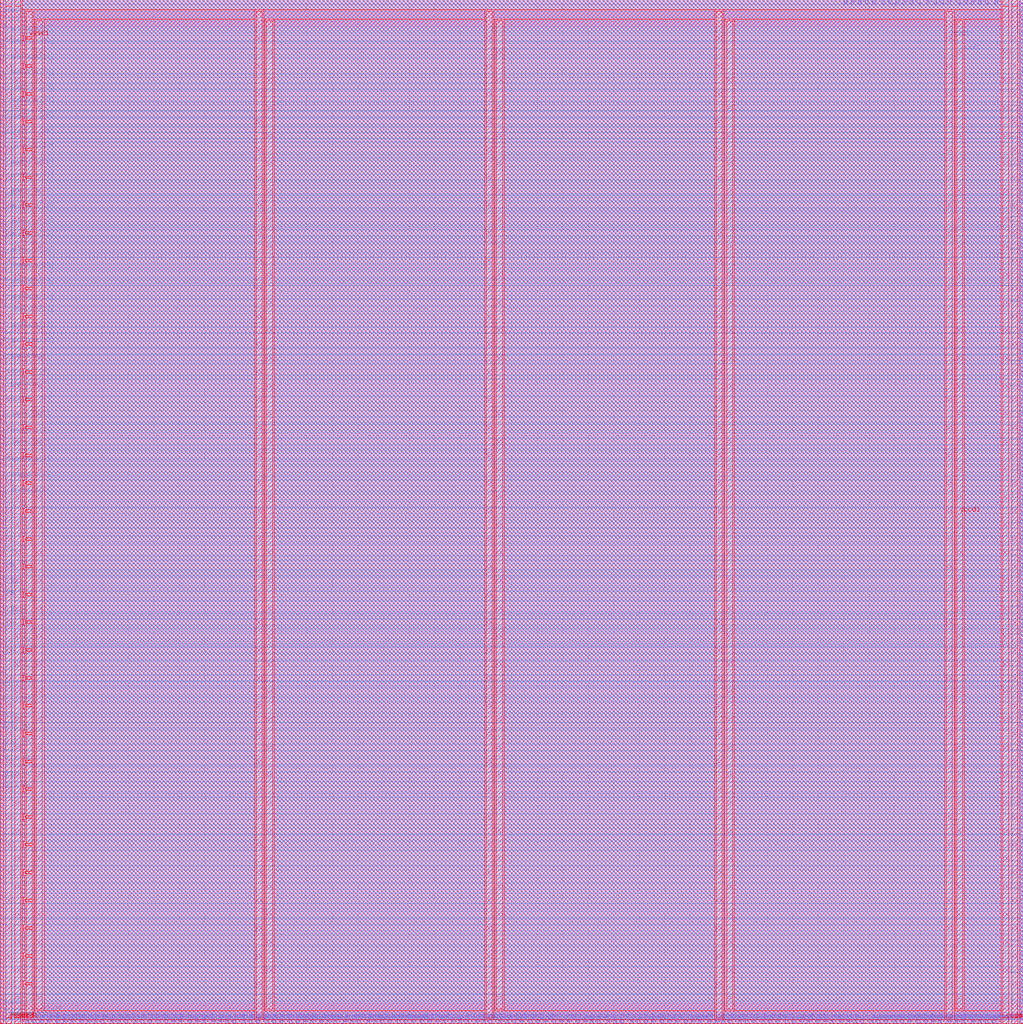
<source format=lef>
##
## LEF for PtnCells ;
## created by Innovus v19.11-s128_1 on Mon Dec  6 15:15:52 2021
##

VERSION 5.7 ;

BUSBITCHARS "[]" ;
DIVIDERCHAR "/" ;

MACRO W_CPU_IO_bot
  CLASS BLOCK ;
  SIZE 200.100000 BY 200.260000 ;
  FOREIGN W_CPU_IO_bot 0.000000 0.000000 ;
  ORIGIN 0 0 ;
  SYMMETRY X Y R90 ;
  PIN N1END[3]
    DIRECTION INPUT ;
    USE SIGNAL ;
    ANTENNAPARTIALMETALAREA 1.4818 LAYER met2  ;
    ANTENNAPARTIALMETALSIDEAREA 7.301 LAYER met2  ;
    ANTENNAMODEL OXIDE1 ;
    ANTENNAGATEAREA 0.7425 LAYER met2  ;
    ANTENNAMAXAREACAR 7.37643 LAYER met2  ;
    ANTENNAMAXSIDEAREACAR 35.501 LAYER met2  ;
    ANTENNAMAXCUTCAR 0.0692256 LAYER via2  ;
    PORT
      LAYER met2 ;
        RECT 9.240000 0.000000 9.620000 0.700000 ;
    END
  END N1END[3]
  PIN N1END[2]
    DIRECTION INPUT ;
    USE SIGNAL ;
    ANTENNAPARTIALMETALAREA 2.7362 LAYER met2  ;
    ANTENNAPARTIALMETALSIDEAREA 13.573 LAYER met2  ;
    ANTENNAMODEL OXIDE1 ;
    ANTENNAGATEAREA 0.7425 LAYER met2  ;
    ANTENNAMAXAREACAR 7.85535 LAYER met2  ;
    ANTENNAMAXSIDEAREACAR 37.8956 LAYER met2  ;
    ANTENNAMAXCUTCAR 0.0692256 LAYER via2  ;
    PORT
      LAYER met2 ;
        RECT 7.860000 0.000000 8.240000 0.700000 ;
    END
  END N1END[2]
  PIN N1END[1]
    DIRECTION INPUT ;
    USE SIGNAL ;
    ANTENNAPARTIALMETALAREA 1.8458 LAYER met2  ;
    ANTENNAPARTIALMETALSIDEAREA 9.121 LAYER met2  ;
    ANTENNAMODEL OXIDE1 ;
    ANTENNAGATEAREA 0.7425 LAYER met2  ;
    ANTENNAMAXAREACAR 7.2633 LAYER met2  ;
    ANTENNAMAXSIDEAREACAR 34.9354 LAYER met2  ;
    ANTENNAMAXCUTCAR 0.0692256 LAYER via2  ;
    PORT
      LAYER met2 ;
        RECT 6.480000 0.000000 6.860000 0.700000 ;
    END
  END N1END[1]
  PIN N1END[0]
    DIRECTION INPUT ;
    USE SIGNAL ;
    ANTENNAPARTIALMETALAREA 1.3222 LAYER met2  ;
    ANTENNAPARTIALMETALSIDEAREA 6.503 LAYER met2  ;
    ANTENNAMODEL OXIDE1 ;
    ANTENNAGATEAREA 0.7425 LAYER met2  ;
    ANTENNAMAXAREACAR 4.34417 LAYER met2  ;
    ANTENNAMAXSIDEAREACAR 19.3461 LAYER met2  ;
    ANTENNAMAXCUTCAR 0.0692256 LAYER via2  ;
    PORT
      LAYER met2 ;
        RECT 5.100000 0.000000 5.480000 0.700000 ;
    END
  END N1END[0]
  PIN N2MID[7]
    DIRECTION INPUT ;
    USE SIGNAL ;
    ANTENNAPARTIALMETALAREA 1.112 LAYER met2  ;
    ANTENNAPARTIALMETALSIDEAREA 5.334 LAYER met2  ;
    ANTENNAMODEL OXIDE1 ;
    ANTENNAGATEAREA 0.7425 LAYER met2  ;
    ANTENNAMAXAREACAR 5.70902 LAYER met2  ;
    ANTENNAMAXSIDEAREACAR 26.0114 LAYER met2  ;
    ANTENNAMAXCUTCAR 0.0692256 LAYER via2  ;
    PORT
      LAYER met2 ;
        RECT 21.660000 0.000000 22.040000 0.700000 ;
    END
  END N2MID[7]
  PIN N2MID[6]
    DIRECTION INPUT ;
    USE SIGNAL ;
    ANTENNAPARTIALMETALAREA 1.129 LAYER met2  ;
    ANTENNAPARTIALMETALSIDEAREA 5.537 LAYER met2  ;
    ANTENNAMODEL OXIDE1 ;
    ANTENNAGATEAREA 0.7425 LAYER met2  ;
    ANTENNAMAXAREACAR 3.99724 LAYER met2  ;
    ANTENNAMAXSIDEAREACAR 17.6114 LAYER met2  ;
    ANTENNAMAXCUTCAR 0.0692256 LAYER via2  ;
    PORT
      LAYER met2 ;
        RECT 19.820000 0.000000 20.200000 0.700000 ;
    END
  END N2MID[6]
  PIN N2MID[5]
    DIRECTION INPUT ;
    USE SIGNAL ;
    ANTENNAPARTIALMETALAREA 2.081 LAYER met2  ;
    ANTENNAPARTIALMETALSIDEAREA 10.297 LAYER met2  ;
    ANTENNAMODEL OXIDE1 ;
    ANTENNAGATEAREA 0.7425 LAYER met2  ;
    ANTENNAMAXAREACAR 6.55751 LAYER met2  ;
    ANTENNAMAXSIDEAREACAR 30.0101 LAYER met2  ;
    ANTENNAMAXCUTCAR 0.0692256 LAYER via2  ;
    PORT
      LAYER met2 ;
        RECT 18.440000 0.000000 18.820000 0.700000 ;
    END
  END N2MID[5]
  PIN N2MID[4]
    DIRECTION INPUT ;
    USE SIGNAL ;
    ANTENNAPARTIALMETALAREA 1.9592 LAYER met2  ;
    ANTENNAPARTIALMETALSIDEAREA 9.688 LAYER met2  ;
    ANTENNAMODEL OXIDE1 ;
    ANTENNAGATEAREA 0.7425 LAYER met2  ;
    ANTENNAMAXAREACAR 7.67811 LAYER met2  ;
    ANTENNAMAXSIDEAREACAR 37.0094 LAYER met2  ;
    ANTENNAMAXCUTCAR 0.0692256 LAYER via2  ;
    PORT
      LAYER met2 ;
        RECT 17.060000 0.000000 17.440000 0.700000 ;
    END
  END N2MID[4]
  PIN N2MID[3]
    DIRECTION INPUT ;
    USE SIGNAL ;
    ANTENNAPARTIALMETALAREA 1.7478 LAYER met2  ;
    ANTENNAPARTIALMETALSIDEAREA 8.631 LAYER met2  ;
    ANTENNAMODEL OXIDE1 ;
    ANTENNAGATEAREA 0.7425 LAYER met2  ;
    ANTENNAMAXAREACAR 6.84815 LAYER met2  ;
    ANTENNAMAXSIDEAREACAR 31.866 LAYER met2  ;
    ANTENNAMAXCUTCAR 0.0692256 LAYER via2  ;
    PORT
      LAYER met2 ;
        RECT 15.680000 0.000000 16.060000 0.700000 ;
    END
  END N2MID[3]
  PIN N2MID[2]
    DIRECTION INPUT ;
    USE SIGNAL ;
    ANTENNAPARTIALMETALAREA 1.5574 LAYER met2  ;
    ANTENNAPARTIALMETALSIDEAREA 7.679 LAYER met2  ;
    ANTENNAMODEL OXIDE1 ;
    ANTENNAGATEAREA 0.7425 LAYER met2  ;
    ANTENNAMAXAREACAR 8.56431 LAYER met2  ;
    ANTENNAMAXSIDEAREACAR 41.4404 LAYER met2  ;
    ANTENNAMAXCUTCAR 0.0692256 LAYER via2  ;
    PORT
      LAYER met2 ;
        RECT 13.840000 0.000000 14.220000 0.700000 ;
    END
  END N2MID[2]
  PIN N2MID[1]
    DIRECTION INPUT ;
    USE SIGNAL ;
    ANTENNAPARTIALMETALAREA 0.6321 LAYER met2  ;
    ANTENNAPARTIALMETALSIDEAREA 2.9995 LAYER met2  ;
    ANTENNAPARTIALCUTAREA 0.04 LAYER via2  ;
    ANTENNAPARTIALMETALAREA 11.7978 LAYER met3  ;
    ANTENNAPARTIALMETALSIDEAREA 63.392 LAYER met3  ;
    ANTENNAMODEL OXIDE1 ;
    ANTENNAGATEAREA 0.7425 LAYER met3  ;
    ANTENNAMAXAREACAR 23.9416 LAYER met3  ;
    ANTENNAMAXSIDEAREACAR 122.478 LAYER met3  ;
    ANTENNAMAXCUTCAR 0.123098 LAYER via3  ;
    PORT
      LAYER met2 ;
        RECT 12.460000 0.000000 12.840000 0.700000 ;
    END
  END N2MID[1]
  PIN N2MID[0]
    DIRECTION INPUT ;
    USE SIGNAL ;
    ANTENNAPARTIALMETALAREA 1.0126 LAYER met2  ;
    ANTENNAPARTIALMETALSIDEAREA 4.837 LAYER met2  ;
    ANTENNAMODEL OXIDE1 ;
    ANTENNAGATEAREA 0.7425 LAYER met2  ;
    ANTENNAMAXAREACAR 1.89118 LAYER met2  ;
    ANTENNAMAXSIDEAREACAR 7.91582 LAYER met2  ;
    ANTENNAMAXCUTCAR 0.0692256 LAYER via2  ;
    PORT
      LAYER met2 ;
        RECT 11.080000 0.000000 11.460000 0.700000 ;
    END
  END N2MID[0]
  PIN N2END[7]
    DIRECTION INPUT ;
    USE SIGNAL ;
    ANTENNAPARTIALMETALAREA 1.1498 LAYER met2  ;
    ANTENNAPARTIALMETALSIDEAREA 5.523 LAYER met2  ;
    ANTENNAMODEL OXIDE1 ;
    ANTENNAGATEAREA 0.7425 LAYER met2  ;
    ANTENNAMAXAREACAR 2.00875 LAYER met2  ;
    ANTENNAMAXSIDEAREACAR 8.59461 LAYER met2  ;
    ANTENNAMAXCUTCAR 0.0692256 LAYER via2  ;
    PORT
      LAYER met2 ;
        RECT 33.620000 0.000000 34.000000 0.700000 ;
    END
  END N2END[7]
  PIN N2END[6]
    DIRECTION INPUT ;
    USE SIGNAL ;
    ANTENNAPARTIALMETALAREA 1.129 LAYER met2  ;
    ANTENNAPARTIALMETALSIDEAREA 5.537 LAYER met2  ;
    ANTENNAMODEL OXIDE1 ;
    ANTENNAGATEAREA 0.7425 LAYER met2  ;
    ANTENNAMAXAREACAR 3.7204 LAYER met2  ;
    ANTENNAMAXSIDEAREACAR 17.2209 LAYER met2  ;
    ANTENNAMAXCUTCAR 0.0692256 LAYER via2  ;
    PORT
      LAYER met2 ;
        RECT 32.240000 0.000000 32.620000 0.700000 ;
    END
  END N2END[6]
  PIN N2END[5]
    DIRECTION INPUT ;
    USE SIGNAL ;
    ANTENNAPARTIALMETALAREA 2.155 LAYER met2  ;
    ANTENNAPARTIALMETALSIDEAREA 10.549 LAYER met2  ;
    ANTENNAMODEL OXIDE1 ;
    ANTENNAGATEAREA 0.7425 LAYER met2  ;
    ANTENNAMAXAREACAR 3.45077 LAYER met2  ;
    ANTENNAMAXSIDEAREACAR 15.4108 LAYER met2  ;
    ANTENNAMAXCUTCAR 0.0692256 LAYER via2  ;
    PORT
      LAYER met2 ;
        RECT 30.860000 0.000000 31.240000 0.700000 ;
    END
  END N2END[5]
  PIN N2END[4]
    DIRECTION INPUT ;
    USE SIGNAL ;
    ANTENNAPARTIALMETALAREA 1.3192 LAYER met2  ;
    ANTENNAPARTIALMETALSIDEAREA 6.37 LAYER met2  ;
    ANTENNAMODEL OXIDE1 ;
    ANTENNAGATEAREA 0.7425 LAYER met2  ;
    ANTENNAMAXAREACAR 4.68707 LAYER met2  ;
    ANTENNAMAXSIDEAREACAR 20.9017 LAYER met2  ;
    ANTENNAMAXCUTCAR 0.0692256 LAYER via2  ;
    PORT
      LAYER met2 ;
        RECT 29.020000 0.000000 29.400000 0.700000 ;
    END
  END N2END[4]
  PIN N2END[3]
    DIRECTION INPUT ;
    USE SIGNAL ;
    ANTENNAPARTIALMETALAREA 0.7958 LAYER met2  ;
    ANTENNAPARTIALMETALSIDEAREA 3.871 LAYER met2  ;
    ANTENNAMODEL OXIDE1 ;
    ANTENNAGATEAREA 0.7425 LAYER met2  ;
    ANTENNAMAXAREACAR 3.16007 LAYER met2  ;
    ANTENNAMAXSIDEAREACAR 13.4256 LAYER met2  ;
    ANTENNAMAXCUTCAR 0.0692256 LAYER via2  ;
    PORT
      LAYER met2 ;
        RECT 27.640000 0.000000 28.020000 0.700000 ;
    END
  END N2END[3]
  PIN N2END[2]
    DIRECTION INPUT ;
    USE SIGNAL ;
    ANTENNAPARTIALMETALAREA 1.7736 LAYER met2  ;
    ANTENNAPARTIALMETALSIDEAREA 8.75 LAYER met2  ;
    ANTENNAMODEL OXIDE1 ;
    ANTENNAGATEAREA 0.7425 LAYER met2  ;
    ANTENNAMAXAREACAR 3.6371 LAYER met2  ;
    ANTENNAMAXSIDEAREACAR 15.6923 LAYER met2  ;
    ANTENNAMAXCUTCAR 0.0692256 LAYER via2  ;
    PORT
      LAYER met2 ;
        RECT 26.260000 0.000000 26.640000 0.700000 ;
    END
  END N2END[2]
  PIN N2END[1]
    DIRECTION INPUT ;
    USE SIGNAL ;
    ANTENNAPARTIALMETALAREA 0.891 LAYER met2  ;
    ANTENNAPARTIALMETALSIDEAREA 4.347 LAYER met2  ;
    ANTENNAMODEL OXIDE1 ;
    ANTENNAGATEAREA 0.7425 LAYER met2  ;
    ANTENNAMAXAREACAR 2.42128 LAYER met2  ;
    ANTENNAMAXSIDEAREACAR 10.7253 LAYER met2  ;
    ANTENNAMAXCUTCAR 0.0692256 LAYER via2  ;
    PORT
      LAYER met2 ;
        RECT 24.420000 0.000000 24.800000 0.700000 ;
    END
  END N2END[1]
  PIN N2END[0]
    DIRECTION INPUT ;
    USE SIGNAL ;
    ANTENNAPARTIALMETALAREA 2.2714 LAYER met2  ;
    ANTENNAPARTIALMETALSIDEAREA 11.249 LAYER met2  ;
    ANTENNAMODEL OXIDE1 ;
    ANTENNAGATEAREA 0.7425 LAYER met2  ;
    ANTENNAMAXAREACAR 6.82795 LAYER met2  ;
    ANTENNAMAXSIDEAREACAR 31.4673 LAYER met2  ;
    ANTENNAMAXCUTCAR 0.0692256 LAYER via2  ;
    PORT
      LAYER met2 ;
        RECT 23.040000 0.000000 23.420000 0.700000 ;
    END
  END N2END[0]
  PIN N4END[15]
    DIRECTION INPUT ;
    USE SIGNAL ;
    ANTENNAPARTIALMETALAREA 2.2714 LAYER met2  ;
    ANTENNAPARTIALMETALSIDEAREA 11.249 LAYER met2  ;
    ANTENNAMODEL OXIDE1 ;
    ANTENNAGATEAREA 0.7425 LAYER met2  ;
    ANTENNAMAXAREACAR 6.95589 LAYER met2  ;
    ANTENNAMAXSIDEAREACAR 31.7044 LAYER met2  ;
    ANTENNAMAXCUTCAR 0.0692256 LAYER via2  ;
    PORT
      LAYER met2 ;
        RECT 58.000000 0.000000 58.380000 0.700000 ;
    END
  END N4END[15]
  PIN N4END[14]
    DIRECTION INPUT ;
    USE SIGNAL ;
    ANTENNAPARTIALMETALAREA 1.0602 LAYER met2  ;
    ANTENNAPARTIALMETALSIDEAREA 5.075 LAYER met2  ;
    ANTENNAMODEL OXIDE1 ;
    ANTENNAGATEAREA 0.7425 LAYER met2  ;
    ANTENNAMAXAREACAR 2.88673 LAYER met2  ;
    ANTENNAMAXSIDEAREACAR 12.8936 LAYER met2  ;
    ANTENNAMAXCUTCAR 0.0692256 LAYER via2  ;
    PORT
      LAYER met2 ;
        RECT 56.620000 0.000000 57.000000 0.700000 ;
    END
  END N4END[14]
  PIN N4END[13]
    DIRECTION INPUT ;
    USE SIGNAL ;
    ANTENNAPARTIALMETALAREA 1.5838 LAYER met2  ;
    ANTENNAPARTIALMETALSIDEAREA 7.693 LAYER met2  ;
    ANTENNAMODEL OXIDE1 ;
    ANTENNAGATEAREA 0.7425 LAYER met2  ;
    ANTENNAMAXAREACAR 2.59327 LAYER met2  ;
    ANTENNAMAXSIDEAREACAR 11.5172 LAYER met2  ;
    ANTENNAMAXCUTCAR 0.0692256 LAYER via2  ;
    PORT
      LAYER met2 ;
        RECT 54.780000 0.000000 55.160000 0.700000 ;
    END
  END N4END[13]
  PIN N4END[12]
    DIRECTION INPUT ;
    USE SIGNAL ;
    ANTENNAPARTIALMETALAREA 5.2014 LAYER met2  ;
    ANTENNAPARTIALMETALSIDEAREA 25.781 LAYER met2  ;
    ANTENNAMODEL OXIDE1 ;
    ANTENNAGATEAREA 0.7425 LAYER met2  ;
    ANTENNAMAXAREACAR 8.05273 LAYER met2  ;
    ANTENNAMAXSIDEAREACAR 37.73 LAYER met2  ;
    ANTENNAMAXCUTCAR 0.0692256 LAYER via2  ;
    PORT
      LAYER met2 ;
        RECT 53.400000 0.000000 53.780000 0.700000 ;
    END
  END N4END[12]
  PIN N4END[11]
    DIRECTION INPUT ;
    USE SIGNAL ;
    ANTENNAPARTIALMETALAREA 1.026 LAYER met2  ;
    ANTENNAPARTIALMETALSIDEAREA 5.012 LAYER met2  ;
    ANTENNAMODEL OXIDE1 ;
    ANTENNAGATEAREA 0.7425 LAYER met2  ;
    ANTENNAMAXAREACAR 4.85818 LAYER met2  ;
    ANTENNAMAXSIDEAREACAR 22.8963 LAYER met2  ;
    ANTENNAMAXCUTCAR 0.0692256 LAYER via2  ;
    PORT
      LAYER met2 ;
        RECT 52.020000 0.000000 52.400000 0.700000 ;
    END
  END N4END[11]
  PIN N4END[10]
    DIRECTION INPUT ;
    USE SIGNAL ;
    ANTENNAPARTIALMETALAREA 2.1578 LAYER met2  ;
    ANTENNAPARTIALMETALSIDEAREA 10.563 LAYER met2  ;
    ANTENNAMODEL OXIDE1 ;
    ANTENNAGATEAREA 0.7425 LAYER met2  ;
    ANTENNAMAXAREACAR 3.36633 LAYER met2  ;
    ANTENNAMAXSIDEAREACAR 15.3825 LAYER met2  ;
    ANTENNAMAXCUTCAR 0.0692256 LAYER via2  ;
    PORT
      LAYER met2 ;
        RECT 50.180000 0.000000 50.560000 0.700000 ;
    END
  END N4END[10]
  PIN N4END[9]
    DIRECTION INPUT ;
    USE SIGNAL ;
    ANTENNAPARTIALMETALAREA 0.7482 LAYER met2  ;
    ANTENNAPARTIALMETALSIDEAREA 3.633 LAYER met2  ;
    ANTENNAMODEL OXIDE1 ;
    ANTENNAGATEAREA 0.7425 LAYER met2  ;
    ANTENNAMAXAREACAR 7.25542 LAYER met2  ;
    ANTENNAMAXSIDEAREACAR 33.9024 LAYER met2  ;
    ANTENNAMAXCUTCAR 0.0692256 LAYER via2  ;
    PORT
      LAYER met2 ;
        RECT 48.800000 0.000000 49.180000 0.700000 ;
    END
  END N4END[9]
  PIN N4END[8]
    DIRECTION INPUT ;
    USE SIGNAL ;
    ANTENNAPARTIALMETALAREA 3.107 LAYER met2  ;
    ANTENNAPARTIALMETALSIDEAREA 15.309 LAYER met2  ;
    ANTENNAMODEL OXIDE1 ;
    ANTENNAGATEAREA 0.7425 LAYER met2  ;
    ANTENNAMAXAREACAR 4.97212 LAYER met2  ;
    ANTENNAMAXSIDEAREACAR 23.3205 LAYER met2  ;
    ANTENNAMAXCUTCAR 0.0692256 LAYER via2  ;
    PORT
      LAYER met2 ;
        RECT 47.420000 0.000000 47.800000 0.700000 ;
    END
  END N4END[8]
  PIN N4END[7]
    DIRECTION INPUT ;
    USE SIGNAL ;
    ANTENNAPARTIALMETALAREA 1.6862 LAYER met2  ;
    ANTENNAPARTIALMETALSIDEAREA 8.323 LAYER met2  ;
    ANTENNAMODEL OXIDE1 ;
    ANTENNAGATEAREA 0.7425 LAYER met2  ;
    ANTENNAMAXAREACAR 10.9696 LAYER met2  ;
    ANTENNAMAXSIDEAREACAR 52.0707 LAYER met2  ;
    ANTENNAMAXCUTCAR 0.0692256 LAYER via2  ;
    PORT
      LAYER met2 ;
        RECT 45.580000 0.000000 45.960000 0.700000 ;
    END
  END N4END[7]
  PIN N4END[6]
    DIRECTION INPUT ;
    USE SIGNAL ;
    ANTENNAPARTIALMETALAREA 1.8906 LAYER met2  ;
    ANTENNAPARTIALMETALSIDEAREA 9.345 LAYER met2  ;
    ANTENNAMODEL OXIDE1 ;
    ANTENNAGATEAREA 0.7425 LAYER met2  ;
    ANTENNAMAXAREACAR 11.517 LAYER met2  ;
    ANTENNAMAXSIDEAREACAR 56.204 LAYER met2  ;
    ANTENNAMAXCUTCAR 0.0692256 LAYER via2  ;
    PORT
      LAYER met2 ;
        RECT 44.200000 0.000000 44.580000 0.700000 ;
    END
  END N4END[6]
  PIN N4END[5]
    DIRECTION INPUT ;
    USE SIGNAL ;
    ANTENNAPARTIALMETALAREA 3.2974 LAYER met2  ;
    ANTENNAPARTIALMETALSIDEAREA 16.261 LAYER met2  ;
    ANTENNAMODEL OXIDE1 ;
    ANTENNAGATEAREA 0.7425 LAYER met2  ;
    ANTENNAMAXAREACAR 4.96835 LAYER met2  ;
    ANTENNAMAXSIDEAREACAR 23.3017 LAYER met2  ;
    ANTENNAMAXCUTCAR 0.0692256 LAYER via2  ;
    PORT
      LAYER met2 ;
        RECT 42.820000 0.000000 43.200000 0.700000 ;
    END
  END N4END[5]
  PIN N4END[4]
    DIRECTION INPUT ;
    USE SIGNAL ;
    ANTENNAPARTIALMETALAREA 5.1874 LAYER met2  ;
    ANTENNAPARTIALMETALSIDEAREA 25.711 LAYER met2  ;
    ANTENNAMODEL OXIDE1 ;
    ANTENNAGATEAREA 0.7425 LAYER met2  ;
    ANTENNAMAXAREACAR 7.77401 LAYER met2  ;
    ANTENNAMAXSIDEAREACAR 37.33 LAYER met2  ;
    ANTENNAMAXCUTCAR 0.0692256 LAYER via2  ;
    PORT
      LAYER met2 ;
        RECT 41.440000 0.000000 41.820000 0.700000 ;
    END
  END N4END[4]
  PIN N4END[3]
    DIRECTION INPUT ;
    USE SIGNAL ;
    ANTENNAPARTIALMETALAREA 2.4618 LAYER met2  ;
    ANTENNAPARTIALMETALSIDEAREA 12.201 LAYER met2  ;
    ANTENNAMODEL OXIDE1 ;
    ANTENNAGATEAREA 0.7425 LAYER met2  ;
    ANTENNAMAXAREACAR 12.5635 LAYER met2  ;
    ANTENNAMAXSIDEAREACAR 61.4364 LAYER met2  ;
    ANTENNAMAXCUTCAR 0.0692256 LAYER via2  ;
    PORT
      LAYER met2 ;
        RECT 39.600000 0.000000 39.980000 0.700000 ;
    END
  END N4END[3]
  PIN N4END[2]
    DIRECTION INPUT ;
    USE SIGNAL ;
    ANTENNAPARTIALMETALAREA 2.2978 LAYER met2  ;
    ANTENNAPARTIALMETALSIDEAREA 11.263 LAYER met2  ;
    ANTENNAMODEL OXIDE1 ;
    ANTENNAGATEAREA 0.7425 LAYER met2  ;
    ANTENNAMAXAREACAR 3.55488 LAYER met2  ;
    ANTENNAMAXSIDEAREACAR 16.3253 LAYER met2  ;
    ANTENNAMAXCUTCAR 0.0692256 LAYER via2  ;
    PORT
      LAYER met2 ;
        RECT 38.220000 0.000000 38.600000 0.700000 ;
    END
  END N4END[2]
  PIN N4END[1]
    DIRECTION INPUT ;
    USE SIGNAL ;
    ANTENNAPARTIALMETALAREA 1.4746 LAYER met2  ;
    ANTENNAPARTIALMETALSIDEAREA 7.147 LAYER met2  ;
    ANTENNAMODEL OXIDE1 ;
    ANTENNAGATEAREA 0.7425 LAYER met2  ;
    ANTENNAMAXAREACAR 2.7736 LAYER met2  ;
    ANTENNAMAXSIDEAREACAR 12.3279 LAYER met2  ;
    ANTENNAMAXCUTCAR 0.0692256 LAYER via2  ;
    PORT
      LAYER met2 ;
        RECT 36.840000 0.000000 37.220000 0.700000 ;
    END
  END N4END[1]
  PIN N4END[0]
    DIRECTION INPUT ;
    USE SIGNAL ;
    ANTENNAPARTIALMETALAREA 1.4482 LAYER met2  ;
    ANTENNAPARTIALMETALSIDEAREA 7.133 LAYER met2  ;
    ANTENNAMODEL OXIDE1 ;
    ANTENNAGATEAREA 0.7425 LAYER met2  ;
    ANTENNAMAXAREACAR 10.1708 LAYER met2  ;
    ANTENNAMAXSIDEAREACAR 49.4727 LAYER met2  ;
    ANTENNAMAXCUTCAR 0.0692256 LAYER via2  ;
    PORT
      LAYER met2 ;
        RECT 35.000000 0.000000 35.380000 0.700000 ;
    END
  END N4END[0]
  PIN NN4END[15]
    DIRECTION INPUT ;
    USE SIGNAL ;
    ANTENNAPARTIALMETALAREA 0.7482 LAYER met2  ;
    ANTENNAPARTIALMETALSIDEAREA 3.633 LAYER met2  ;
    ANTENNAMODEL OXIDE1 ;
    ANTENNAGATEAREA 0.7425 LAYER met2  ;
    ANTENNAMAXAREACAR 8.26849 LAYER met2  ;
    ANTENNAMAXSIDEAREACAR 38.67 LAYER met2  ;
    ANTENNAMAXCUTCAR 0.0692256 LAYER via2  ;
    PORT
      LAYER met2 ;
        RECT 82.380000 0.000000 82.760000 0.700000 ;
    END
  END NN4END[15]
  PIN NN4END[14]
    DIRECTION INPUT ;
    USE SIGNAL ;
    ANTENNAPARTIALMETALAREA 1.2886 LAYER met2  ;
    ANTENNAPARTIALMETALSIDEAREA 6.335 LAYER met2  ;
    ANTENNAMODEL OXIDE1 ;
    ANTENNAGATEAREA 0.7425 LAYER met2  ;
    ANTENNAMAXAREACAR 9.59003 LAYER met2  ;
    ANTENNAMAXSIDEAREACAR 46.569 LAYER met2  ;
    ANTENNAMAXCUTCAR 0.0692256 LAYER via2  ;
    PORT
      LAYER met2 ;
        RECT 80.540000 0.000000 80.920000 0.700000 ;
    END
  END NN4END[14]
  PIN NN4END[13]
    DIRECTION INPUT ;
    USE SIGNAL ;
    ANTENNAPARTIALMETALAREA 2.1286 LAYER met2  ;
    ANTENNAPARTIALMETALSIDEAREA 10.535 LAYER met2  ;
    ANTENNAMODEL OXIDE1 ;
    ANTENNAGATEAREA 0.7425 LAYER met2  ;
    ANTENNAMAXAREACAR 11.9679 LAYER met2  ;
    ANTENNAMAXSIDEAREACAR 57.167 LAYER met2  ;
    ANTENNAMAXCUTCAR 0.0692256 LAYER via2  ;
    PORT
      LAYER met2 ;
        RECT 79.160000 0.000000 79.540000 0.700000 ;
    END
  END NN4END[13]
  PIN NN4END[12]
    DIRECTION INPUT ;
    USE SIGNAL ;
    ANTENNAPARTIALMETALAREA 0.4548 LAYER met2  ;
    ANTENNAPARTIALMETALSIDEAREA 2.156 LAYER met2  ;
    ANTENNAMODEL OXIDE1 ;
    ANTENNAGATEAREA 0.7425 LAYER met2  ;
    ANTENNAMAXAREACAR 1.22667 LAYER met2  ;
    ANTENNAMAXSIDEAREACAR 4.73872 LAYER met2  ;
    ANTENNAMAXCUTCAR 0.0692256 LAYER via2  ;
    PORT
      LAYER met2 ;
        RECT 77.780000 0.000000 78.160000 0.700000 ;
    END
  END NN4END[12]
  PIN NN4END[11]
    DIRECTION INPUT ;
    USE SIGNAL ;
    ANTENNAPARTIALMETALAREA 0.7168 LAYER met2  ;
    ANTENNAPARTIALMETALSIDEAREA 3.423 LAYER met2  ;
    ANTENNAPARTIALCUTAREA 0.04 LAYER via2  ;
    ANTENNAPARTIALMETALAREA 4.309 LAYER met3  ;
    ANTENNAPARTIALMETALSIDEAREA 23.448 LAYER met3  ;
    ANTENNAPARTIALCUTAREA 0.04 LAYER via3  ;
    ANTENNAPARTIALMETALAREA 1.6548 LAYER met4  ;
    ANTENNAPARTIALMETALSIDEAREA 9.296 LAYER met4  ;
    ANTENNAMODEL OXIDE1 ;
    ANTENNAGATEAREA 0.7425 LAYER met4  ;
    ANTENNAMAXAREACAR 7.94404 LAYER met4  ;
    ANTENNAMAXSIDEAREACAR 39.7387 LAYER met4  ;
    ANTENNAMAXCUTCAR 0.17697 LAYER via4  ;
    PORT
      LAYER met2 ;
        RECT 75.940000 0.000000 76.320000 0.700000 ;
    END
  END NN4END[11]
  PIN NN4END[10]
    DIRECTION INPUT ;
    USE SIGNAL ;
    ANTENNAPARTIALMETALAREA 0.7482 LAYER met2  ;
    ANTENNAPARTIALMETALSIDEAREA 3.633 LAYER met2  ;
    ANTENNAMODEL OXIDE1 ;
    ANTENNAGATEAREA 0.7425 LAYER met2  ;
    ANTENNAMAXAREACAR 10.661 LAYER met2  ;
    ANTENNAMAXSIDEAREACAR 51.9239 LAYER met2  ;
    ANTENNAMAXCUTCAR 0.0692256 LAYER via2  ;
    PORT
      LAYER met2 ;
        RECT 74.560000 0.000000 74.940000 0.700000 ;
    END
  END NN4END[10]
  PIN NN4END[9]
    DIRECTION INPUT ;
    USE SIGNAL ;
    ANTENNAPARTIALMETALAREA 0.965 LAYER met2  ;
    ANTENNAPARTIALMETALSIDEAREA 4.599 LAYER met2  ;
    ANTENNAMODEL OXIDE1 ;
    ANTENNAGATEAREA 0.7425 LAYER met2  ;
    ANTENNAMAXAREACAR 1.9138 LAYER met2  ;
    ANTENNAMAXSIDEAREACAR 8.02896 LAYER met2  ;
    ANTENNAMAXCUTCAR 0.0692256 LAYER via2  ;
    PORT
      LAYER met2 ;
        RECT 73.180000 0.000000 73.560000 0.700000 ;
    END
  END NN4END[9]
  PIN NN4END[8]
    DIRECTION INPUT ;
    USE SIGNAL ;
    ANTENNAPARTIALMETALAREA 1.8919 LAYER met2  ;
    ANTENNAPARTIALMETALSIDEAREA 9.1805 LAYER met2  ;
    ANTENNAPARTIALCUTAREA 0.04 LAYER via2  ;
    ANTENNAPARTIALMETALAREA 14.3298 LAYER met3  ;
    ANTENNAPARTIALMETALSIDEAREA 76.896 LAYER met3  ;
    ANTENNAMODEL OXIDE1 ;
    ANTENNAGATEAREA 0.7425 LAYER met3  ;
    ANTENNAMAXAREACAR 21.2169 LAYER met3  ;
    ANTENNAMAXSIDEAREACAR 110.082 LAYER met3  ;
    ANTENNAMAXCUTCAR 0.123098 LAYER via3  ;
    PORT
      LAYER met2 ;
        RECT 71.800000 0.000000 72.180000 0.700000 ;
    END
  END NN4END[8]
  PIN NN4END[7]
    DIRECTION INPUT ;
    USE SIGNAL ;
    ANTENNAPARTIALMETALAREA 1.6901 LAYER met2  ;
    ANTENNAPARTIALMETALSIDEAREA 8.1025 LAYER met2  ;
    ANTENNAPARTIALCUTAREA 0.04 LAYER via2  ;
    ANTENNAPARTIALMETALAREA 21.2328 LAYER met3  ;
    ANTENNAPARTIALMETALSIDEAREA 113.712 LAYER met3  ;
    ANTENNAMODEL OXIDE1 ;
    ANTENNAGATEAREA 0.7425 LAYER met3  ;
    ANTENNAMAXAREACAR 29.6881 LAYER met3  ;
    ANTENNAMAXSIDEAREACAR 157.231 LAYER met3  ;
    ANTENNAMAXCUTCAR 0.123098 LAYER via3  ;
    PORT
      LAYER met2 ;
        RECT 69.960000 0.000000 70.340000 0.700000 ;
    END
  END NN4END[7]
  PIN NN4END[6]
    DIRECTION INPUT ;
    USE SIGNAL ;
    ANTENNAPARTIALMETALAREA 2.0445 LAYER met2  ;
    ANTENNAPARTIALMETALSIDEAREA 9.9435 LAYER met2  ;
    ANTENNAPARTIALCUTAREA 0.04 LAYER via2  ;
    ANTENNAPARTIALMETALAREA 1.7748 LAYER met3  ;
    ANTENNAPARTIALMETALSIDEAREA 9.936 LAYER met3  ;
    ANTENNAMODEL OXIDE1 ;
    ANTENNAGATEAREA 0.7425 LAYER met3  ;
    ANTENNAMAXAREACAR 4.08788 LAYER met3  ;
    ANTENNAMAXSIDEAREACAR 19.2512 LAYER met3  ;
    ANTENNAMAXCUTCAR 0.123098 LAYER via3  ;
    PORT
      LAYER met2 ;
        RECT 68.580000 0.000000 68.960000 0.700000 ;
    END
  END NN4END[6]
  PIN NN4END[5]
    DIRECTION INPUT ;
    USE SIGNAL ;
    ANTENNAPARTIALMETALAREA 1.264 LAYER met2  ;
    ANTENNAPARTIALMETALSIDEAREA 6.202 LAYER met2  ;
    ANTENNAMODEL OXIDE1 ;
    ANTENNAGATEAREA 0.7425 LAYER met2  ;
    ANTENNAMAXAREACAR 2.84545 LAYER met2  ;
    ANTENNAMAXSIDEAREACAR 12.1367 LAYER met2  ;
    ANTENNAMAXCUTCAR 0.0692256 LAYER via2  ;
    PORT
      LAYER met2 ;
        RECT 67.200000 0.000000 67.580000 0.700000 ;
    END
  END NN4END[5]
  PIN NN4END[4]
    DIRECTION INPUT ;
    USE SIGNAL ;
    ANTENNAPARTIALMETALAREA 2.6817 LAYER met2  ;
    ANTENNAPARTIALMETALSIDEAREA 13.2475 LAYER met2  ;
    ANTENNAPARTIALCUTAREA 0.04 LAYER via2  ;
    ANTENNAPARTIALMETALAREA 16.7238 LAYER met3  ;
    ANTENNAPARTIALMETALSIDEAREA 89.664 LAYER met3  ;
    ANTENNAMODEL OXIDE1 ;
    ANTENNAGATEAREA 0.7425 LAYER met3  ;
    ANTENNAMAXAREACAR 26.2884 LAYER met3  ;
    ANTENNAMAXSIDEAREACAR 138.117 LAYER met3  ;
    ANTENNAMAXCUTCAR 0.123098 LAYER via3  ;
    PORT
      LAYER met2 ;
        RECT 65.360000 0.000000 65.740000 0.700000 ;
    END
  END NN4END[4]
  PIN NN4END[3]
    DIRECTION INPUT ;
    USE SIGNAL ;
    ANTENNAPARTIALMETALAREA 2.8525 LAYER met2  ;
    ANTENNAPARTIALMETALSIDEAREA 14.1015 LAYER met2  ;
    ANTENNAPARTIALCUTAREA 0.04 LAYER via2  ;
    ANTENNAPARTIALMETALAREA 18.6078 LAYER met3  ;
    ANTENNAPARTIALMETALSIDEAREA 99.712 LAYER met3  ;
    ANTENNAMODEL OXIDE1 ;
    ANTENNAGATEAREA 0.7425 LAYER met3  ;
    ANTENNAMAXAREACAR 27.7283 LAYER met3  ;
    ANTENNAMAXSIDEAREACAR 146.163 LAYER met3  ;
    ANTENNAMAXCUTCAR 0.123098 LAYER via3  ;
    PORT
      LAYER met2 ;
        RECT 63.980000 0.000000 64.360000 0.700000 ;
    END
  END NN4END[3]
  PIN NN4END[2]
    DIRECTION INPUT ;
    USE SIGNAL ;
    ANTENNAPARTIALMETALAREA 1.0591 LAYER met2  ;
    ANTENNAPARTIALMETALSIDEAREA 5.1345 LAYER met2  ;
    ANTENNAPARTIALCUTAREA 0.04 LAYER via2  ;
    ANTENNAPARTIALMETALAREA 19.7598 LAYER met3  ;
    ANTENNAPARTIALMETALSIDEAREA 105.856 LAYER met3  ;
    ANTENNAMODEL OXIDE1 ;
    ANTENNAGATEAREA 0.7425 LAYER met3  ;
    ANTENNAMAXAREACAR 29.5325 LAYER met3  ;
    ANTENNAMAXSIDEAREACAR 154.007 LAYER met3  ;
    ANTENNAMAXCUTCAR 0.123098 LAYER via3  ;
    PORT
      LAYER met2 ;
        RECT 62.600000 0.000000 62.980000 0.700000 ;
    END
  END NN4END[2]
  PIN NN4END[1]
    DIRECTION INPUT ;
    USE SIGNAL ;
    ANTENNAPARTIALCUTAREA 0.04 LAYER via2  ;
    ANTENNAPARTIALMETALAREA 4.9488 LAYER met3  ;
    ANTENNAPARTIALMETALSIDEAREA 26.864 LAYER met3  ;
    ANTENNAMODEL OXIDE1 ;
    ANTENNAGATEAREA 0.7425 LAYER met3  ;
    ANTENNAMAXAREACAR 9.4132 LAYER met3  ;
    ANTENNAMAXSIDEAREACAR 48.2963 LAYER met3  ;
    ANTENNAMAXCUTCAR 0.123098 LAYER via3  ;
    PORT
      LAYER met2 ;
        RECT 60.760000 0.000000 61.140000 0.700000 ;
    END
  END NN4END[1]
  PIN NN4END[0]
    DIRECTION INPUT ;
    USE SIGNAL ;
    ANTENNAPARTIALMETALAREA 3.5357 LAYER met2  ;
    ANTENNAPARTIALMETALSIDEAREA 17.5175 LAYER met2  ;
    ANTENNAPARTIALCUTAREA 0.04 LAYER via2  ;
    ANTENNAPARTIALMETALAREA 31.4448 LAYER met3  ;
    ANTENNAPARTIALMETALSIDEAREA 168.176 LAYER met3  ;
    ANTENNAMODEL OXIDE1 ;
    ANTENNAGATEAREA 0.7425 LAYER met3  ;
    ANTENNAMAXAREACAR 46.7333 LAYER met3  ;
    ANTENNAMAXSIDEAREACAR 245.659 LAYER met3  ;
    ANTENNAMAXCUTCAR 0.123098 LAYER via3  ;
    PORT
      LAYER met2 ;
        RECT 59.380000 0.000000 59.760000 0.700000 ;
    END
  END NN4END[0]
  PIN Ci
    DIRECTION INPUT ;
    USE SIGNAL ;
    PORT
      LAYER met2 ;
        RECT 164.260000 0.000000 164.640000 0.700000 ;
    END
  END Ci
  PIN E1BEG[3]
    DIRECTION OUTPUT ;
    USE SIGNAL ;
    ANTENNADIFFAREA 1.782 LAYER met3  ;
    ANTENNAPARTIALMETALAREA 0.4704 LAYER met3  ;
    ANTENNAPARTIALMETALSIDEAREA 2.504 LAYER met3  ;
    PORT
      LAYER met3 ;
        RECT 199.400000 80.720000 200.100000 81.100000 ;
    END
  END E1BEG[3]
  PIN E1BEG[2]
    DIRECTION OUTPUT ;
    USE SIGNAL ;
    ANTENNAPARTIALMETALAREA 1.9936 LAYER met3  ;
    ANTENNAPARTIALMETALSIDEAREA 10.624 LAYER met3  ;
    ANTENNAPARTIALCUTAREA 0.04 LAYER via3  ;
    ANTENNADIFFAREA 1.782 LAYER met4  ;
    ANTENNAPARTIALMETALAREA 20.6628 LAYER met4  ;
    ANTENNAPARTIALMETALSIDEAREA 110.672 LAYER met4  ;
    PORT
      LAYER met3 ;
        RECT 199.400000 79.500000 200.100000 79.880000 ;
    END
  END E1BEG[2]
  PIN E1BEG[1]
    DIRECTION OUTPUT ;
    USE SIGNAL ;
    ANTENNADIFFAREA 1.782 LAYER met3  ;
    PORT
      LAYER met3 ;
        RECT 199.400000 77.670000 200.100000 78.050000 ;
    END
  END E1BEG[1]
  PIN E1BEG[0]
    DIRECTION OUTPUT ;
    USE SIGNAL ;
    ANTENNADIFFAREA 1.782 LAYER met3  ;
    ANTENNAPARTIALMETALAREA 5.3004 LAYER met3  ;
    ANTENNAPARTIALMETALSIDEAREA 28.264 LAYER met3  ;
    PORT
      LAYER met3 ;
        RECT 199.400000 76.450000 200.100000 76.830000 ;
    END
  END E1BEG[0]
  PIN E2BEG[7]
    DIRECTION OUTPUT ;
    USE SIGNAL ;
    ANTENNADIFFAREA 1.782 LAYER met3  ;
    ANTENNAPARTIALMETALAREA 5.8524 LAYER met3  ;
    ANTENNAPARTIALMETALSIDEAREA 31.208 LAYER met3  ;
    PORT
      LAYER met3 ;
        RECT 199.400000 92.920000 200.100000 93.300000 ;
    END
  END E2BEG[7]
  PIN E2BEG[6]
    DIRECTION OUTPUT ;
    USE SIGNAL ;
    ANTENNADIFFAREA 1.782 LAYER met3  ;
    ANTENNAPARTIALMETALAREA 3.0924 LAYER met3  ;
    ANTENNAPARTIALMETALSIDEAREA 16.488 LAYER met3  ;
    PORT
      LAYER met3 ;
        RECT 199.400000 91.090000 200.100000 91.470000 ;
    END
  END E2BEG[6]
  PIN E2BEG[5]
    DIRECTION OUTPUT ;
    USE SIGNAL ;
    ANTENNADIFFAREA 1.782 LAYER met3  ;
    PORT
      LAYER met3 ;
        RECT 199.400000 89.870000 200.100000 90.250000 ;
    END
  END E2BEG[5]
  PIN E2BEG[4]
    DIRECTION OUTPUT ;
    USE SIGNAL ;
    ANTENNADIFFAREA 1.782 LAYER met3  ;
    ANTENNAPARTIALMETALAREA 5.3004 LAYER met3  ;
    ANTENNAPARTIALMETALSIDEAREA 28.264 LAYER met3  ;
    PORT
      LAYER met3 ;
        RECT 199.400000 88.040000 200.100000 88.420000 ;
    END
  END E2BEG[4]
  PIN E2BEG[3]
    DIRECTION OUTPUT ;
    USE SIGNAL ;
    ANTENNADIFFAREA 1.782 LAYER met3  ;
    ANTENNAPARTIALMETALAREA 0.4704 LAYER met3  ;
    ANTENNAPARTIALMETALSIDEAREA 2.504 LAYER met3  ;
    PORT
      LAYER met3 ;
        RECT 199.400000 86.820000 200.100000 87.200000 ;
    END
  END E2BEG[3]
  PIN E2BEG[2]
    DIRECTION OUTPUT ;
    USE SIGNAL ;
    ANTENNADIFFAREA 1.782 LAYER met3  ;
    ANTENNAPARTIALMETALAREA 3.3174 LAYER met3  ;
    ANTENNAPARTIALMETALSIDEAREA 17.688 LAYER met3  ;
    PORT
      LAYER met3 ;
        RECT 199.400000 84.990000 200.100000 85.370000 ;
    END
  END E2BEG[2]
  PIN E2BEG[1]
    DIRECTION OUTPUT ;
    USE SIGNAL ;
    ANTENNADIFFAREA 1.782 LAYER met3  ;
    PORT
      LAYER met3 ;
        RECT 199.400000 83.770000 200.100000 84.150000 ;
    END
  END E2BEG[1]
  PIN E2BEG[0]
    DIRECTION OUTPUT ;
    USE SIGNAL ;
    ANTENNADIFFAREA 1.782 LAYER met3  ;
    ANTENNAPARTIALMETALAREA 1.1604 LAYER met3  ;
    ANTENNAPARTIALMETALSIDEAREA 6.184 LAYER met3  ;
    PORT
      LAYER met3 ;
        RECT 199.400000 81.940000 200.100000 82.320000 ;
    END
  END E2BEG[0]
  PIN E2BEGb[7]
    DIRECTION OUTPUT ;
    USE SIGNAL ;
    ANTENNADIFFAREA 1.782 LAYER met3  ;
    ANTENNAPARTIALMETALAREA 4.7484 LAYER met3  ;
    ANTENNAPARTIALMETALSIDEAREA 25.32 LAYER met3  ;
    PORT
      LAYER met3 ;
        RECT 199.400000 104.510000 200.100000 104.890000 ;
    END
  END E2BEGb[7]
  PIN E2BEGb[6]
    DIRECTION OUTPUT ;
    USE SIGNAL ;
    ANTENNADIFFAREA 1.782 LAYER met3  ;
    ANTENNAPARTIALMETALAREA 2.9064 LAYER met3  ;
    ANTENNAPARTIALMETALSIDEAREA 15.496 LAYER met3  ;
    PORT
      LAYER met3 ;
        RECT 199.400000 103.290000 200.100000 103.670000 ;
    END
  END E2BEGb[6]
  PIN E2BEGb[5]
    DIRECTION OUTPUT ;
    USE SIGNAL ;
    ANTENNADIFFAREA 1.782 LAYER met3  ;
    ANTENNAPARTIALMETALAREA 0.3324 LAYER met3  ;
    ANTENNAPARTIALMETALSIDEAREA 1.768 LAYER met3  ;
    PORT
      LAYER met3 ;
        RECT 199.400000 101.460000 200.100000 101.840000 ;
    END
  END E2BEGb[5]
  PIN E2BEGb[4]
    DIRECTION OUTPUT ;
    USE SIGNAL ;
    ANTENNADIFFAREA 1.782 LAYER met3  ;
    PORT
      LAYER met3 ;
        RECT 199.400000 100.240000 200.100000 100.620000 ;
    END
  END E2BEGb[4]
  PIN E2BEGb[3]
    DIRECTION OUTPUT ;
    USE SIGNAL ;
    ANTENNADIFFAREA 1.782 LAYER met3  ;
    ANTENNAPARTIALMETALAREA 5.3004 LAYER met3  ;
    ANTENNAPARTIALMETALSIDEAREA 28.264 LAYER met3  ;
    PORT
      LAYER met3 ;
        RECT 199.400000 98.410000 200.100000 98.790000 ;
    END
  END E2BEGb[3]
  PIN E2BEGb[2]
    DIRECTION OUTPUT ;
    USE SIGNAL ;
    ANTENNADIFFAREA 1.782 LAYER met3  ;
    ANTENNAPARTIALMETALAREA 4.9314 LAYER met3  ;
    ANTENNAPARTIALMETALSIDEAREA 26.296 LAYER met3  ;
    PORT
      LAYER met3 ;
        RECT 199.400000 97.190000 200.100000 97.570000 ;
    END
  END E2BEGb[2]
  PIN E2BEGb[1]
    DIRECTION OUTPUT ;
    USE SIGNAL ;
    ANTENNADIFFAREA 1.782 LAYER met3  ;
    ANTENNAPARTIALMETALAREA 0.6084 LAYER met3  ;
    ANTENNAPARTIALMETALSIDEAREA 3.24 LAYER met3  ;
    PORT
      LAYER met3 ;
        RECT 199.400000 95.360000 200.100000 95.740000 ;
    END
  END E2BEGb[1]
  PIN E2BEGb[0]
    DIRECTION OUTPUT ;
    USE SIGNAL ;
    ANTENNADIFFAREA 1.782 LAYER met3  ;
    PORT
      LAYER met3 ;
        RECT 199.400000 94.140000 200.100000 94.520000 ;
    END
  END E2BEGb[0]
  PIN EE4BEG[15]
    DIRECTION OUTPUT ;
    USE SIGNAL ;
    ANTENNAPARTIALMETALAREA 2.9544 LAYER met3  ;
    ANTENNAPARTIALMETALSIDEAREA 15.752 LAYER met3  ;
    PORT
      LAYER met3 ;
        RECT 199.400000 128.300000 200.100000 128.680000 ;
    END
  END EE4BEG[15]
  PIN EE4BEG[14]
    DIRECTION OUTPUT ;
    USE SIGNAL ;
    ANTENNAPARTIALMETALAREA 3.1194 LAYER met3  ;
    ANTENNAPARTIALMETALSIDEAREA 16.632 LAYER met3  ;
    PORT
      LAYER met3 ;
        RECT 199.400000 127.080000 200.100000 127.460000 ;
    END
  END EE4BEG[14]
  PIN EE4BEG[13]
    DIRECTION OUTPUT ;
    USE SIGNAL ;
    ANTENNAPARTIALMETALAREA 0.3324 LAYER met3  ;
    ANTENNAPARTIALMETALSIDEAREA 1.768 LAYER met3  ;
    PORT
      LAYER met3 ;
        RECT 199.400000 125.250000 200.100000 125.630000 ;
    END
  END EE4BEG[13]
  PIN EE4BEG[12]
    DIRECTION OUTPUT ;
    USE SIGNAL ;
    ANTENNAPARTIALMETALAREA 0.3324 LAYER met3  ;
    ANTENNAPARTIALMETALSIDEAREA 1.768 LAYER met3  ;
    PORT
      LAYER met3 ;
        RECT 199.400000 124.030000 200.100000 124.410000 ;
    END
  END EE4BEG[12]
  PIN EE4BEG[11]
    DIRECTION OUTPUT ;
    USE SIGNAL ;
    PORT
      LAYER met3 ;
        RECT 199.400000 122.200000 200.100000 122.580000 ;
    END
  END EE4BEG[11]
  PIN EE4BEG[10]
    DIRECTION OUTPUT ;
    USE SIGNAL ;
    ANTENNAPARTIALMETALAREA 0.3324 LAYER met3  ;
    ANTENNAPARTIALMETALSIDEAREA 1.768 LAYER met3  ;
    PORT
      LAYER met3 ;
        RECT 199.400000 120.980000 200.100000 121.360000 ;
    END
  END EE4BEG[10]
  PIN EE4BEG[9]
    DIRECTION OUTPUT ;
    USE SIGNAL ;
    ANTENNAPARTIALMETALAREA 0.4704 LAYER met3  ;
    ANTENNAPARTIALMETALSIDEAREA 2.504 LAYER met3  ;
    PORT
      LAYER met3 ;
        RECT 199.400000 119.150000 200.100000 119.530000 ;
    END
  END EE4BEG[9]
  PIN EE4BEG[8]
    DIRECTION OUTPUT ;
    USE SIGNAL ;
    ANTENNAPARTIALMETALAREA 0.3324 LAYER met3  ;
    ANTENNAPARTIALMETALSIDEAREA 1.768 LAYER met3  ;
    PORT
      LAYER met3 ;
        RECT 199.400000 117.930000 200.100000 118.310000 ;
    END
  END EE4BEG[8]
  PIN EE4BEG[7]
    DIRECTION OUTPUT ;
    USE SIGNAL ;
    PORT
      LAYER met3 ;
        RECT 199.400000 116.710000 200.100000 117.090000 ;
    END
  END EE4BEG[7]
  PIN EE4BEG[6]
    DIRECTION OUTPUT ;
    USE SIGNAL ;
    ANTENNAPARTIALMETALAREA 2.6784 LAYER met3  ;
    ANTENNAPARTIALMETALSIDEAREA 14.28 LAYER met3  ;
    PORT
      LAYER met3 ;
        RECT 199.400000 114.880000 200.100000 115.260000 ;
    END
  END EE4BEG[6]
  PIN EE4BEG[5]
    DIRECTION OUTPUT ;
    USE SIGNAL ;
    ANTENNAPARTIALMETALAREA 0.4704 LAYER met3  ;
    ANTENNAPARTIALMETALSIDEAREA 2.504 LAYER met3  ;
    PORT
      LAYER met3 ;
        RECT 199.400000 113.660000 200.100000 114.040000 ;
    END
  END EE4BEG[5]
  PIN EE4BEG[4]
    DIRECTION OUTPUT ;
    USE SIGNAL ;
    ANTENNAPARTIALMETALAREA 4.7484 LAYER met3  ;
    ANTENNAPARTIALMETALSIDEAREA 25.32 LAYER met3  ;
    PORT
      LAYER met3 ;
        RECT 199.400000 111.830000 200.100000 112.210000 ;
    END
  END EE4BEG[4]
  PIN EE4BEG[3]
    DIRECTION OUTPUT ;
    USE SIGNAL ;
    PORT
      LAYER met3 ;
        RECT 199.400000 110.610000 200.100000 110.990000 ;
    END
  END EE4BEG[3]
  PIN EE4BEG[2]
    DIRECTION OUTPUT ;
    USE SIGNAL ;
    ANTENNAPARTIALMETALAREA 0.4704 LAYER met3  ;
    ANTENNAPARTIALMETALSIDEAREA 2.504 LAYER met3  ;
    PORT
      LAYER met3 ;
        RECT 199.400000 108.780000 200.100000 109.160000 ;
    END
  END EE4BEG[2]
  PIN EE4BEG[1]
    DIRECTION OUTPUT ;
    USE SIGNAL ;
    ANTENNAPARTIALMETALAREA 2.8164 LAYER met3  ;
    ANTENNAPARTIALMETALSIDEAREA 15.016 LAYER met3  ;
    PORT
      LAYER met3 ;
        RECT 199.400000 107.560000 200.100000 107.940000 ;
    END
  END EE4BEG[1]
  PIN EE4BEG[0]
    DIRECTION OUTPUT ;
    USE SIGNAL ;
    PORT
      LAYER met3 ;
        RECT 199.400000 105.730000 200.100000 106.110000 ;
    END
  END EE4BEG[0]
  PIN E6BEG[11]
    DIRECTION OUTPUT ;
    USE SIGNAL ;
    ANTENNAPARTIALMETALAREA 0.4704 LAYER met3  ;
    ANTENNAPARTIALMETALSIDEAREA 2.504 LAYER met3  ;
    PORT
      LAYER met3 ;
        RECT 199.400000 145.990000 200.100000 146.370000 ;
    END
  END E6BEG[11]
  PIN E6BEG[10]
    DIRECTION OUTPUT ;
    USE SIGNAL ;
    ANTENNAPARTIALMETALAREA 0.7464 LAYER met3  ;
    ANTENNAPARTIALMETALSIDEAREA 3.976 LAYER met3  ;
    PORT
      LAYER met3 ;
        RECT 199.400000 144.770000 200.100000 145.150000 ;
    END
  END E6BEG[10]
  PIN E6BEG[9]
    DIRECTION OUTPUT ;
    USE SIGNAL ;
    ANTENNADIFFAREA 1.782 LAYER met3  ;
    ANTENNAPARTIALMETALAREA 1.9014 LAYER met3  ;
    ANTENNAPARTIALMETALSIDEAREA 10.136 LAYER met3  ;
    PORT
      LAYER met3 ;
        RECT 199.400000 143.550000 200.100000 143.930000 ;
    END
  END E6BEG[9]
  PIN E6BEG[8]
    DIRECTION OUTPUT ;
    USE SIGNAL ;
    ANTENNADIFFAREA 1.782 LAYER met3  ;
    ANTENNAPARTIALMETALAREA 6.2184 LAYER met3  ;
    ANTENNAPARTIALMETALSIDEAREA 33.16 LAYER met3  ;
    PORT
      LAYER met3 ;
        RECT 199.400000 141.720000 200.100000 142.100000 ;
    END
  END E6BEG[8]
  PIN E6BEG[7]
    DIRECTION OUTPUT ;
    USE SIGNAL ;
    ANTENNADIFFAREA 1.782 LAYER met3  ;
    ANTENNAPARTIALMETALAREA 0.4704 LAYER met3  ;
    ANTENNAPARTIALMETALSIDEAREA 2.504 LAYER met3  ;
    PORT
      LAYER met3 ;
        RECT 199.400000 140.500000 200.100000 140.880000 ;
    END
  END E6BEG[7]
  PIN E6BEG[6]
    DIRECTION OUTPUT ;
    USE SIGNAL ;
    ANTENNADIFFAREA 1.782 LAYER met3  ;
    ANTENNAPARTIALMETALAREA 5.1774 LAYER met3  ;
    ANTENNAPARTIALMETALSIDEAREA 27.608 LAYER met3  ;
    PORT
      LAYER met3 ;
        RECT 199.400000 138.670000 200.100000 139.050000 ;
    END
  END E6BEG[6]
  PIN E6BEG[5]
    DIRECTION OUTPUT ;
    USE SIGNAL ;
    ANTENNAPARTIALMETALAREA 2.4024 LAYER met3  ;
    ANTENNAPARTIALMETALSIDEAREA 12.808 LAYER met3  ;
    PORT
      LAYER met3 ;
        RECT 199.400000 137.450000 200.100000 137.830000 ;
    END
  END E6BEG[5]
  PIN E6BEG[4]
    DIRECTION OUTPUT ;
    USE SIGNAL ;
    ANTENNAPARTIALMETALAREA 0.4704 LAYER met3  ;
    ANTENNAPARTIALMETALSIDEAREA 2.504 LAYER met3  ;
    PORT
      LAYER met3 ;
        RECT 199.400000 135.620000 200.100000 136.000000 ;
    END
  END E6BEG[4]
  PIN E6BEG[3]
    DIRECTION OUTPUT ;
    USE SIGNAL ;
    ANTENNAPARTIALMETALAREA 6.5476 LAYER met3  ;
    ANTENNAPARTIALMETALSIDEAREA 34.912 LAYER met3  ;
    ANTENNAPARTIALCUTAREA 0.04 LAYER via3  ;
    ANTENNADIFFAREA 1.782 LAYER met4  ;
    ANTENNAPARTIALMETALAREA 9.6348 LAYER met4  ;
    ANTENNAPARTIALMETALSIDEAREA 51.856 LAYER met4  ;
    PORT
      LAYER met3 ;
        RECT 199.400000 134.400000 200.100000 134.780000 ;
    END
  END E6BEG[3]
  PIN E6BEG[2]
    DIRECTION OUTPUT ;
    USE SIGNAL ;
    ANTENNADIFFAREA 1.782 LAYER met3  ;
    PORT
      LAYER met3 ;
        RECT 199.400000 132.570000 200.100000 132.950000 ;
    END
  END E6BEG[2]
  PIN E6BEG[1]
    DIRECTION OUTPUT ;
    USE SIGNAL ;
    ANTENNADIFFAREA 1.782 LAYER met3  ;
    ANTENNAPARTIALMETALAREA 5.8494 LAYER met3  ;
    ANTENNAPARTIALMETALSIDEAREA 31.192 LAYER met3  ;
    PORT
      LAYER met3 ;
        RECT 199.400000 131.350000 200.100000 131.730000 ;
    END
  END E6BEG[1]
  PIN E6BEG[0]
    DIRECTION OUTPUT ;
    USE SIGNAL ;
    ANTENNADIFFAREA 1.782 LAYER met3  ;
    ANTENNAPARTIALMETALAREA 2.5854 LAYER met3  ;
    ANTENNAPARTIALMETALSIDEAREA 13.784 LAYER met3  ;
    PORT
      LAYER met3 ;
        RECT 199.400000 130.130000 200.100000 130.510000 ;
    END
  END E6BEG[0]
  PIN S1BEG[3]
    DIRECTION OUTPUT ;
    USE SIGNAL ;
    ANTENNAPARTIALMETALAREA 1.7647 LAYER met2  ;
    ANTENNAPARTIALMETALSIDEAREA 8.6625 LAYER met2  ;
    ANTENNAPARTIALCUTAREA 0.04 LAYER via2  ;
    ANTENNADIFFAREA 1.782 LAYER met3  ;
    ANTENNAPARTIALMETALAREA 21.0918 LAYER met3  ;
    ANTENNAPARTIALMETALSIDEAREA 112.96 LAYER met3  ;
    PORT
      LAYER met2 ;
        RECT 88.360000 0.000000 88.740000 0.700000 ;
    END
  END S1BEG[3]
  PIN S1BEG[2]
    DIRECTION OUTPUT ;
    USE SIGNAL ;
    ANTENNAPARTIALMETALAREA 1.9131 LAYER met2  ;
    ANTENNAPARTIALMETALSIDEAREA 9.4045 LAYER met2  ;
    ANTENNAPARTIALCUTAREA 0.04 LAYER via2  ;
    ANTENNADIFFAREA 1.782 LAYER met3  ;
    ANTENNAPARTIALMETALAREA 16.5378 LAYER met3  ;
    ANTENNAPARTIALMETALSIDEAREA 88.672 LAYER met3  ;
    PORT
      LAYER met2 ;
        RECT 86.520000 0.000000 86.900000 0.700000 ;
    END
  END S1BEG[2]
  PIN S1BEG[1]
    DIRECTION OUTPUT ;
    USE SIGNAL ;
    ANTENNAPARTIALMETALAREA 2.2547 LAYER met2  ;
    ANTENNAPARTIALMETALSIDEAREA 11.1125 LAYER met2  ;
    ANTENNAPARTIALCUTAREA 0.04 LAYER via2  ;
    ANTENNADIFFAREA 1.782 LAYER met3  ;
    ANTENNAPARTIALMETALAREA 14.7918 LAYER met3  ;
    ANTENNAPARTIALMETALSIDEAREA 79.36 LAYER met3  ;
    PORT
      LAYER met2 ;
        RECT 85.140000 0.000000 85.520000 0.700000 ;
    END
  END S1BEG[1]
  PIN S1BEG[0]
    DIRECTION OUTPUT ;
    USE SIGNAL ;
    ANTENNAPARTIALMETALAREA 1.5505 LAYER met2  ;
    ANTENNAPARTIALMETALSIDEAREA 7.5915 LAYER met2  ;
    ANTENNAPARTIALCUTAREA 0.04 LAYER via2  ;
    ANTENNADIFFAREA 1.782 LAYER met3  ;
    ANTENNAPARTIALMETALAREA 13.5948 LAYER met3  ;
    ANTENNAPARTIALMETALSIDEAREA 72.976 LAYER met3  ;
    PORT
      LAYER met2 ;
        RECT 83.760000 0.000000 84.140000 0.700000 ;
    END
  END S1BEG[0]
  PIN S2BEG[7]
    DIRECTION OUTPUT ;
    USE SIGNAL ;
    ANTENNADIFFAREA 1.782 LAYER met2  ;
    ANTENNAPARTIALMETALAREA 1.0126 LAYER met2  ;
    ANTENNAPARTIALMETALSIDEAREA 4.837 LAYER met2  ;
    PORT
      LAYER met2 ;
        RECT 112.740000 0.000000 113.120000 0.700000 ;
    END
  END S2BEG[7]
  PIN S2BEG[6]
    DIRECTION OUTPUT ;
    USE SIGNAL ;
    ANTENNADIFFAREA 1.782 LAYER met2  ;
    ANTENNAPARTIALMETALAREA 2.869 LAYER met2  ;
    ANTENNAPARTIALMETALSIDEAREA 14.119 LAYER met2  ;
    PORT
      LAYER met2 ;
        RECT 110.900000 0.000000 111.280000 0.700000 ;
    END
  END S2BEG[6]
  PIN S2BEG[5]
    DIRECTION OUTPUT ;
    USE SIGNAL ;
    ANTENNADIFFAREA 1.782 LAYER met2  ;
    ANTENNAPARTIALMETALAREA 1.605 LAYER met2  ;
    ANTENNAPARTIALMETALSIDEAREA 7.917 LAYER met2  ;
    PORT
      LAYER met2 ;
        RECT 109.520000 0.000000 109.900000 0.700000 ;
    END
  END S2BEG[5]
  PIN S2BEG[4]
    DIRECTION OUTPUT ;
    USE SIGNAL ;
    ANTENNAPARTIALMETALAREA 0.8029 LAYER met2  ;
    ANTENNAPARTIALMETALSIDEAREA 3.8535 LAYER met2  ;
    ANTENNAPARTIALCUTAREA 0.04 LAYER via2  ;
    ANTENNADIFFAREA 1.782 LAYER met3  ;
    ANTENNAPARTIALMETALAREA 21.7368 LAYER met3  ;
    ANTENNAPARTIALMETALSIDEAREA 116.4 LAYER met3  ;
    PORT
      LAYER met2 ;
        RECT 108.140000 0.000000 108.520000 0.700000 ;
    END
  END S2BEG[4]
  PIN S2BEG[3]
    DIRECTION OUTPUT ;
    USE SIGNAL ;
    ANTENNADIFFAREA 1.782 LAYER met2  ;
    ANTENNAPARTIALMETALAREA 4.4874 LAYER met2  ;
    ANTENNAPARTIALMETALSIDEAREA 22.211 LAYER met2  ;
    PORT
      LAYER met2 ;
        RECT 106.300000 0.000000 106.680000 0.700000 ;
    END
  END S2BEG[3]
  PIN S2BEG[2]
    DIRECTION OUTPUT ;
    USE SIGNAL ;
    ANTENNADIFFAREA 1.782 LAYER met2  ;
    ANTENNAPARTIALMETALAREA 5.347 LAYER met2  ;
    ANTENNAPARTIALMETALSIDEAREA 26.509 LAYER met2  ;
    PORT
      LAYER met2 ;
        RECT 104.920000 0.000000 105.300000 0.700000 ;
    END
  END S2BEG[2]
  PIN S2BEG[1]
    DIRECTION OUTPUT ;
    USE SIGNAL ;
    ANTENNAPARTIALMETALAREA 2.1693 LAYER met2  ;
    ANTENNAPARTIALMETALSIDEAREA 10.6855 LAYER met2  ;
    ANTENNAPARTIALCUTAREA 0.04 LAYER via2  ;
    ANTENNADIFFAREA 1.782 LAYER met3  ;
    ANTENNAPARTIALMETALAREA 21.7818 LAYER met3  ;
    ANTENNAPARTIALMETALSIDEAREA 116.64 LAYER met3  ;
    PORT
      LAYER met2 ;
        RECT 103.540000 0.000000 103.920000 0.700000 ;
    END
  END S2BEG[1]
  PIN S2BEG[0]
    DIRECTION OUTPUT ;
    USE SIGNAL ;
    ANTENNADIFFAREA 1.782 LAYER met2  ;
    ANTENNAPARTIALMETALAREA 1.0602 LAYER met2  ;
    ANTENNAPARTIALMETALSIDEAREA 5.075 LAYER met2  ;
    PORT
      LAYER met2 ;
        RECT 101.700000 0.000000 102.080000 0.700000 ;
    END
  END S2BEG[0]
  PIN S2BEGb[7]
    DIRECTION OUTPUT ;
    USE SIGNAL ;
    ANTENNADIFFAREA 1.782 LAYER met2  ;
    ANTENNAPARTIALMETALAREA 2.4002 LAYER met2  ;
    ANTENNAPARTIALMETALSIDEAREA 11.893 LAYER met2  ;
    PORT
      LAYER met2 ;
        RECT 100.320000 0.000000 100.700000 0.700000 ;
    END
  END S2BEGb[7]
  PIN S2BEGb[6]
    DIRECTION OUTPUT ;
    USE SIGNAL ;
    ANTENNAPARTIALCUTAREA 0.04 LAYER via2  ;
    ANTENNADIFFAREA 1.782 LAYER met3  ;
    ANTENNAPARTIALMETALAREA 3.5688 LAYER met3  ;
    ANTENNAPARTIALMETALSIDEAREA 19.504 LAYER met3  ;
    PORT
      LAYER met2 ;
        RECT 98.940000 0.000000 99.320000 0.700000 ;
    END
  END S2BEGb[6]
  PIN S2BEGb[5]
    DIRECTION OUTPUT ;
    USE SIGNAL ;
    ANTENNADIFFAREA 1.782 LAYER met2  ;
    ANTENNAPARTIALMETALAREA 1.8766 LAYER met2  ;
    ANTENNAPARTIALMETALSIDEAREA 9.275 LAYER met2  ;
    PORT
      LAYER met2 ;
        RECT 97.560000 0.000000 97.940000 0.700000 ;
    END
  END S2BEGb[5]
  PIN S2BEGb[4]
    DIRECTION OUTPUT ;
    USE SIGNAL ;
    ANTENNAPARTIALMETALAREA 0.7537 LAYER met2  ;
    ANTENNAPARTIALMETALSIDEAREA 3.4895 LAYER met2  ;
    ANTENNAPARTIALCUTAREA 0.04 LAYER via2  ;
    ANTENNADIFFAREA 1.782 LAYER met3  ;
    ANTENNAPARTIALMETALAREA 6.7878 LAYER met3  ;
    ANTENNAPARTIALMETALSIDEAREA 36.672 LAYER met3  ;
    PORT
      LAYER met2 ;
        RECT 95.720000 0.000000 96.100000 0.700000 ;
    END
  END S2BEGb[4]
  PIN S2BEGb[3]
    DIRECTION OUTPUT ;
    USE SIGNAL ;
    ANTENNADIFFAREA 1.782 LAYER met2  ;
    ANTENNAPARTIALMETALAREA 1.1976 LAYER met2  ;
    ANTENNAPARTIALMETALSIDEAREA 5.88 LAYER met2  ;
    PORT
      LAYER met2 ;
        RECT 94.340000 0.000000 94.720000 0.700000 ;
    END
  END S2BEGb[3]
  PIN S2BEGb[2]
    DIRECTION OUTPUT ;
    USE SIGNAL ;
    ANTENNADIFFAREA 1.782 LAYER met2  ;
    ANTENNAPARTIALMETALAREA 2.291 LAYER met2  ;
    ANTENNAPARTIALMETALSIDEAREA 11.347 LAYER met2  ;
    PORT
      LAYER met2 ;
        RECT 92.960000 0.000000 93.340000 0.700000 ;
    END
  END S2BEGb[2]
  PIN S2BEGb[1]
    DIRECTION OUTPUT ;
    USE SIGNAL ;
    ANTENNAPARTIALMETALAREA 0.6965 LAYER met2  ;
    ANTENNAPARTIALMETALSIDEAREA 3.3215 LAYER met2  ;
    ANTENNAPARTIALCUTAREA 0.04 LAYER via2  ;
    ANTENNAPARTIALMETALAREA 0.745 LAYER met3  ;
    ANTENNAPARTIALMETALSIDEAREA 4.44 LAYER met3  ;
    ANTENNAPARTIALCUTAREA 0.04 LAYER via3  ;
    ANTENNADIFFAREA 1.782 LAYER met4  ;
    ANTENNAPARTIALMETALAREA 0.6678 LAYER met4  ;
    ANTENNAPARTIALMETALSIDEAREA 4.032 LAYER met4  ;
    PORT
      LAYER met2 ;
        RECT 91.120000 0.000000 91.500000 0.700000 ;
    END
  END S2BEGb[1]
  PIN S2BEGb[0]
    DIRECTION OUTPUT ;
    USE SIGNAL ;
    ANTENNADIFFAREA 1.782 LAYER met2  ;
    ANTENNAPARTIALMETALAREA 1.0126 LAYER met2  ;
    ANTENNAPARTIALMETALSIDEAREA 4.837 LAYER met2  ;
    PORT
      LAYER met2 ;
        RECT 89.740000 0.000000 90.120000 0.700000 ;
    END
  END S2BEGb[0]
  PIN S4BEG[15]
    DIRECTION OUTPUT ;
    USE SIGNAL ;
    ANTENNAPARTIALMETALAREA 1.3153 LAYER met2  ;
    ANTENNAPARTIALMETALSIDEAREA 6.4155 LAYER met2  ;
    ANTENNAPARTIALCUTAREA 0.04 LAYER via2  ;
    ANTENNADIFFAREA 1.782 LAYER met3  ;
    ANTENNAPARTIALMETALAREA 16.2618 LAYER met3  ;
    ANTENNAPARTIALMETALSIDEAREA 87.2 LAYER met3  ;
    PORT
      LAYER met2 ;
        RECT 136.660000 0.000000 137.040000 0.700000 ;
    END
  END S4BEG[15]
  PIN S4BEG[14]
    DIRECTION OUTPUT ;
    USE SIGNAL ;
    ANTENNADIFFAREA 1.782 LAYER met2  ;
    ANTENNAPARTIALMETALAREA 4.283 LAYER met2  ;
    ANTENNAPARTIALMETALSIDEAREA 21.189 LAYER met2  ;
    PORT
      LAYER met2 ;
        RECT 135.280000 0.000000 135.660000 0.700000 ;
    END
  END S4BEG[14]
  PIN S4BEG[13]
    DIRECTION OUTPUT ;
    USE SIGNAL ;
    ANTENNADIFFAREA 1.782 LAYER met2  ;
    ANTENNAPARTIALMETALAREA 2.155 LAYER met2  ;
    ANTENNAPARTIALMETALSIDEAREA 10.549 LAYER met2  ;
    PORT
      LAYER met2 ;
        RECT 133.900000 0.000000 134.280000 0.700000 ;
    END
  END S4BEG[13]
  PIN S4BEG[12]
    DIRECTION OUTPUT ;
    USE SIGNAL ;
    ANTENNADIFFAREA 1.782 LAYER met2  ;
    ANTENNAPARTIALMETALAREA 3.331 LAYER met2  ;
    ANTENNAPARTIALMETALSIDEAREA 16.429 LAYER met2  ;
    PORT
      LAYER met2 ;
        RECT 132.060000 0.000000 132.440000 0.700000 ;
    END
  END S4BEG[12]
  PIN S4BEG[11]
    DIRECTION OUTPUT ;
    USE SIGNAL ;
    ANTENNADIFFAREA 1.782 LAYER met2  ;
    ANTENNAPARTIALMETALAREA 1.1976 LAYER met2  ;
    ANTENNAPARTIALMETALSIDEAREA 5.88 LAYER met2  ;
    PORT
      LAYER met2 ;
        RECT 130.680000 0.000000 131.060000 0.700000 ;
    END
  END S4BEG[11]
  PIN S4BEG[10]
    DIRECTION OUTPUT ;
    USE SIGNAL ;
    ANTENNADIFFAREA 1.782 LAYER met2  ;
    ANTENNAPARTIALMETALAREA 2.855 LAYER met2  ;
    ANTENNAPARTIALMETALSIDEAREA 14.049 LAYER met2  ;
    PORT
      LAYER met2 ;
        RECT 129.300000 0.000000 129.680000 0.700000 ;
    END
  END S4BEG[10]
  PIN S4BEG[9]
    DIRECTION OUTPUT ;
    USE SIGNAL ;
    ANTENNAPARTIALMETALAREA 0.6321 LAYER met2  ;
    ANTENNAPARTIALMETALSIDEAREA 2.9995 LAYER met2  ;
    ANTENNAPARTIALCUTAREA 0.04 LAYER via2  ;
    ANTENNADIFFAREA 1.782 LAYER met3  ;
    ANTENNAPARTIALMETALAREA 8.9028 LAYER met3  ;
    ANTENNAPARTIALMETALSIDEAREA 47.952 LAYER met3  ;
    PORT
      LAYER met2 ;
        RECT 127.460000 0.000000 127.840000 0.700000 ;
    END
  END S4BEG[9]
  PIN S4BEG[8]
    DIRECTION OUTPUT ;
    USE SIGNAL ;
    ANTENNADIFFAREA 1.782 LAYER met2  ;
    ANTENNAPARTIALMETALAREA 1.7742 LAYER met2  ;
    ANTENNAPARTIALMETALSIDEAREA 8.645 LAYER met2  ;
    PORT
      LAYER met2 ;
        RECT 126.080000 0.000000 126.460000 0.700000 ;
    END
  END S4BEG[8]
  PIN S4BEG[7]
    DIRECTION OUTPUT ;
    USE SIGNAL ;
    ANTENNAPARTIALMETALAREA 1.8277 LAYER met2  ;
    ANTENNAPARTIALMETALSIDEAREA 8.9775 LAYER met2  ;
    ANTENNAPARTIALCUTAREA 0.04 LAYER via2  ;
    ANTENNADIFFAREA 1.782 LAYER met3  ;
    ANTENNAPARTIALMETALAREA 7.9848 LAYER met3  ;
    ANTENNAPARTIALMETALSIDEAREA 43.056 LAYER met3  ;
    PORT
      LAYER met2 ;
        RECT 124.700000 0.000000 125.080000 0.700000 ;
    END
  END S4BEG[7]
  PIN S4BEG[6]
    DIRECTION OUTPUT ;
    USE SIGNAL ;
    ANTENNADIFFAREA 1.782 LAYER met2  ;
    ANTENNAPARTIALMETALAREA 1.0602 LAYER met2  ;
    ANTENNAPARTIALMETALSIDEAREA 5.075 LAYER met2  ;
    PORT
      LAYER met2 ;
        RECT 123.320000 0.000000 123.700000 0.700000 ;
    END
  END S4BEG[6]
  PIN S4BEG[5]
    DIRECTION OUTPUT ;
    USE SIGNAL ;
    ANTENNADIFFAREA 1.782 LAYER met2  ;
    ANTENNAPARTIALMETALAREA 1.7002 LAYER met2  ;
    ANTENNAPARTIALMETALSIDEAREA 8.393 LAYER met2  ;
    PORT
      LAYER met2 ;
        RECT 121.480000 0.000000 121.860000 0.700000 ;
    END
  END S4BEG[5]
  PIN S4BEG[4]
    DIRECTION OUTPUT ;
    USE SIGNAL ;
    ANTENNADIFFAREA 1.782 LAYER met2  ;
    ANTENNAPARTIALMETALAREA 1.077 LAYER met2  ;
    ANTENNAPARTIALMETALSIDEAREA 5.159 LAYER met2  ;
    PORT
      LAYER met2 ;
        RECT 120.100000 0.000000 120.480000 0.700000 ;
    END
  END S4BEG[4]
  PIN S4BEG[3]
    DIRECTION OUTPUT ;
    USE SIGNAL ;
    ANTENNADIFFAREA 1.782 LAYER met2  ;
    ANTENNAPARTIALMETALAREA 1.8906 LAYER met2  ;
    ANTENNAPARTIALMETALSIDEAREA 9.345 LAYER met2  ;
    PORT
      LAYER met2 ;
        RECT 118.720000 0.000000 119.100000 0.700000 ;
    END
  END S4BEG[3]
  PIN S4BEG[2]
    DIRECTION OUTPUT ;
    USE SIGNAL ;
    ANTENNADIFFAREA 1.782 LAYER met2  ;
    ANTENNAPARTIALMETALAREA 1.367 LAYER met2  ;
    ANTENNAPARTIALMETALSIDEAREA 6.727 LAYER met2  ;
    PORT
      LAYER met2 ;
        RECT 116.880000 0.000000 117.260000 0.700000 ;
    END
  END S4BEG[2]
  PIN S4BEG[1]
    DIRECTION OUTPUT ;
    USE SIGNAL ;
    ANTENNADIFFAREA 1.782 LAYER met2  ;
    ANTENNAPARTIALMETALAREA 0.9862 LAYER met2  ;
    ANTENNAPARTIALMETALSIDEAREA 4.823 LAYER met2  ;
    PORT
      LAYER met2 ;
        RECT 115.500000 0.000000 115.880000 0.700000 ;
    END
  END S4BEG[1]
  PIN S4BEG[0]
    DIRECTION OUTPUT ;
    USE SIGNAL ;
    ANTENNADIFFAREA 1.782 LAYER met2  ;
    ANTENNAPARTIALMETALAREA 3.3926 LAYER met2  ;
    ANTENNAPARTIALMETALSIDEAREA 16.737 LAYER met2  ;
    PORT
      LAYER met2 ;
        RECT 114.120000 0.000000 114.500000 0.700000 ;
    END
  END S4BEG[0]
  PIN SS4BEG[15]
    DIRECTION OUTPUT ;
    USE SIGNAL ;
    ANTENNADIFFAREA 1.782 LAYER met2  ;
    ANTENNAPARTIALMETALAREA 1.2242 LAYER met2  ;
    ANTENNAPARTIALMETALSIDEAREA 6.013 LAYER met2  ;
    PORT
      LAYER met2 ;
        RECT 161.040000 0.000000 161.420000 0.700000 ;
    END
  END SS4BEG[15]
  PIN SS4BEG[14]
    DIRECTION OUTPUT ;
    USE SIGNAL ;
    ANTENNADIFFAREA 1.782 LAYER met2  ;
    ANTENNAPARTIALMETALAREA 0.7958 LAYER met2  ;
    ANTENNAPARTIALMETALSIDEAREA 3.871 LAYER met2  ;
    PORT
      LAYER met2 ;
        RECT 159.660000 0.000000 160.040000 0.700000 ;
    END
  END SS4BEG[14]
  PIN SS4BEG[13]
    DIRECTION OUTPUT ;
    USE SIGNAL ;
    ANTENNADIFFAREA 1.782 LAYER met2  ;
    ANTENNAPARTIALMETALAREA 1.7002 LAYER met2  ;
    ANTENNAPARTIALMETALSIDEAREA 8.393 LAYER met2  ;
    PORT
      LAYER met2 ;
        RECT 157.820000 0.000000 158.200000 0.700000 ;
    END
  END SS4BEG[13]
  PIN SS4BEG[12]
    DIRECTION OUTPUT ;
    USE SIGNAL ;
    ANTENNADIFFAREA 1.782 LAYER met2  ;
    ANTENNAPARTIALMETALAREA 2.0334 LAYER met2  ;
    ANTENNAPARTIALMETALSIDEAREA 10.059 LAYER met2  ;
    PORT
      LAYER met2 ;
        RECT 156.440000 0.000000 156.820000 0.700000 ;
    END
  END SS4BEG[12]
  PIN SS4BEG[11]
    DIRECTION OUTPUT ;
    USE SIGNAL ;
    ANTENNADIFFAREA 1.782 LAYER met2  ;
    ANTENNAPARTIALMETALAREA 1.1766 LAYER met2  ;
    ANTENNAPARTIALMETALSIDEAREA 5.775 LAYER met2  ;
    PORT
      LAYER met2 ;
        RECT 155.060000 0.000000 155.440000 0.700000 ;
    END
  END SS4BEG[11]
  PIN SS4BEG[10]
    DIRECTION OUTPUT ;
    USE SIGNAL ;
    ANTENNADIFFAREA 1.782 LAYER met2  ;
    ANTENNAPARTIALMETALAREA 1.1766 LAYER met2  ;
    ANTENNAPARTIALMETALSIDEAREA 5.775 LAYER met2  ;
    PORT
      LAYER met2 ;
        RECT 153.680000 0.000000 154.060000 0.700000 ;
    END
  END SS4BEG[10]
  PIN SS4BEG[9]
    DIRECTION OUTPUT ;
    USE SIGNAL ;
    ANTENNADIFFAREA 1.782 LAYER met2  ;
    ANTENNAPARTIALMETALAREA 1.605 LAYER met2  ;
    ANTENNAPARTIALMETALSIDEAREA 7.917 LAYER met2  ;
    PORT
      LAYER met2 ;
        RECT 151.840000 0.000000 152.220000 0.700000 ;
    END
  END SS4BEG[9]
  PIN SS4BEG[8]
    DIRECTION OUTPUT ;
    USE SIGNAL ;
    ANTENNADIFFAREA 1.782 LAYER met2  ;
    ANTENNAPARTIALMETALAREA 1.129 LAYER met2  ;
    ANTENNAPARTIALMETALSIDEAREA 5.537 LAYER met2  ;
    PORT
      LAYER met2 ;
        RECT 150.460000 0.000000 150.840000 0.700000 ;
    END
  END SS4BEG[8]
  PIN SS4BEG[7]
    DIRECTION OUTPUT ;
    USE SIGNAL ;
    ANTENNADIFFAREA 1.782 LAYER met2  ;
    ANTENNAPARTIALMETALAREA 1.1976 LAYER met2  ;
    ANTENNAPARTIALMETALSIDEAREA 5.88 LAYER met2  ;
    PORT
      LAYER met2 ;
        RECT 149.080000 0.000000 149.460000 0.700000 ;
    END
  END SS4BEG[7]
  PIN SS4BEG[6]
    DIRECTION OUTPUT ;
    USE SIGNAL ;
    ANTENNADIFFAREA 1.782 LAYER met2  ;
    ANTENNAPARTIALMETALAREA 0.891 LAYER met2  ;
    ANTENNAPARTIALMETALSIDEAREA 4.347 LAYER met2  ;
    PORT
      LAYER met2 ;
        RECT 147.240000 0.000000 147.620000 0.700000 ;
    END
  END SS4BEG[6]
  PIN SS4BEG[5]
    DIRECTION OUTPUT ;
    USE SIGNAL ;
    ANTENNADIFFAREA 1.782 LAYER met2  ;
    ANTENNAPARTIALMETALAREA 0.9862 LAYER met2  ;
    ANTENNAPARTIALMETALSIDEAREA 4.823 LAYER met2  ;
    PORT
      LAYER met2 ;
        RECT 145.860000 0.000000 146.240000 0.700000 ;
    END
  END SS4BEG[5]
  PIN SS4BEG[4]
    DIRECTION OUTPUT ;
    USE SIGNAL ;
    ANTENNADIFFAREA 1.782 LAYER met2  ;
    ANTENNAPARTIALMETALAREA 1.7266 LAYER met2  ;
    ANTENNAPARTIALMETALSIDEAREA 8.407 LAYER met2  ;
    PORT
      LAYER met2 ;
        RECT 144.480000 0.000000 144.860000 0.700000 ;
    END
  END SS4BEG[4]
  PIN SS4BEG[3]
    DIRECTION OUTPUT ;
    USE SIGNAL ;
    ANTENNADIFFAREA 1.782 LAYER met2  ;
    ANTENNAPARTIALMETALAREA 1.0336 LAYER met2  ;
    ANTENNAPARTIALMETALSIDEAREA 4.942 LAYER met2  ;
    PORT
      LAYER met2 ;
        RECT 142.640000 0.000000 143.020000 0.700000 ;
    END
  END SS4BEG[3]
  PIN SS4BEG[2]
    DIRECTION OUTPUT ;
    USE SIGNAL ;
    ANTENNADIFFAREA 1.782 LAYER met2  ;
    ANTENNAPARTIALMETALAREA 2.0838 LAYER met2  ;
    ANTENNAPARTIALMETALSIDEAREA 10.311 LAYER met2  ;
    PORT
      LAYER met2 ;
        RECT 141.260000 0.000000 141.640000 0.700000 ;
    END
  END SS4BEG[2]
  PIN SS4BEG[1]
    DIRECTION OUTPUT ;
    USE SIGNAL ;
    ANTENNAPARTIALMETALAREA 0.9737 LAYER met2  ;
    ANTENNAPARTIALMETALSIDEAREA 4.7075 LAYER met2  ;
    ANTENNAPARTIALCUTAREA 0.04 LAYER via2  ;
    ANTENNADIFFAREA 1.782 LAYER met3  ;
    ANTENNAPARTIALMETALAREA 3.5688 LAYER met3  ;
    ANTENNAPARTIALMETALSIDEAREA 19.504 LAYER met3  ;
    PORT
      LAYER met2 ;
        RECT 139.880000 0.000000 140.260000 0.700000 ;
    END
  END SS4BEG[1]
  PIN SS4BEG[0]
    DIRECTION OUTPUT ;
    USE SIGNAL ;
    ANTENNADIFFAREA 1.782 LAYER met2  ;
    ANTENNAPARTIALMETALAREA 0.7958 LAYER met2  ;
    ANTENNAPARTIALMETALSIDEAREA 3.871 LAYER met2  ;
    PORT
      LAYER met2 ;
        RECT 138.500000 0.000000 138.880000 0.700000 ;
    END
  END SS4BEG[0]
  PIN W1END[3]
    DIRECTION INPUT ;
    USE SIGNAL ;
    ANTENNAPARTIALMETALAREA 3.2304 LAYER met3  ;
    ANTENNAPARTIALMETALSIDEAREA 17.224 LAYER met3  ;
    ANTENNAMODEL OXIDE1 ;
    ANTENNAGATEAREA 0.7425 LAYER met3  ;
    ANTENNAMAXAREACAR 9.81805 LAYER met3  ;
    ANTENNAMAXSIDEAREACAR 49.068 LAYER met3  ;
    ANTENNAMAXCUTCAR 0.123098 LAYER via3  ;
    PORT
      LAYER met3 ;
        RECT 199.400000 9.350000 200.100000 9.730000 ;
    END
  END W1END[3]
  PIN W1END[2]
    DIRECTION INPUT ;
    USE SIGNAL ;
    ANTENNAMODEL OXIDE1 ;
    ANTENNAGATEAREA 0.7425 LAYER met3  ;
    ANTENNAMAXAREACAR 5.91987 LAYER met3  ;
    ANTENNAMAXSIDEAREACAR 28.1333 LAYER met3  ;
    ANTENNAMAXCUTCAR 0.123098 LAYER via3  ;
    PORT
      LAYER met3 ;
        RECT 199.400000 7.520000 200.100000 7.900000 ;
    END
  END W1END[2]
  PIN W1END[1]
    DIRECTION INPUT ;
    USE SIGNAL ;
    ANTENNAPARTIALMETALAREA 1.2984 LAYER met3  ;
    ANTENNAPARTIALMETALSIDEAREA 6.92 LAYER met3  ;
    ANTENNAMODEL OXIDE1 ;
    ANTENNAGATEAREA 0.7425 LAYER met3  ;
    ANTENNAMAXAREACAR 4.12189 LAYER met3  ;
    ANTENNAMAXSIDEAREACAR 19.7199 LAYER met3  ;
    ANTENNAMAXCUTCAR 0.123098 LAYER via3  ;
    PORT
      LAYER met3 ;
        RECT 199.400000 6.300000 200.100000 6.680000 ;
    END
  END W1END[1]
  PIN W1END[0]
    DIRECTION INPUT ;
    USE SIGNAL ;
    ANTENNAPARTIALMETALAREA 0.4704 LAYER met3  ;
    ANTENNAPARTIALMETALSIDEAREA 2.504 LAYER met3  ;
    ANTENNAMODEL OXIDE1 ;
    ANTENNAGATEAREA 0.7425 LAYER met3  ;
    ANTENNAMAXAREACAR 9.85892 LAYER met3  ;
    ANTENNAMAXSIDEAREACAR 18.3084 LAYER met3  ;
    ANTENNAMAXCUTCAR 0.123098 LAYER via3  ;
    PORT
      LAYER met3 ;
        RECT 199.400000 5.080000 200.100000 5.460000 ;
    END
  END W1END[0]
  PIN W2MID[7]
    DIRECTION INPUT ;
    USE SIGNAL ;
    PORT
      LAYER met3 ;
        RECT 199.400000 20.940000 200.100000 21.320000 ;
    END
  END W2MID[7]
  PIN W2MID[6]
    DIRECTION INPUT ;
    USE SIGNAL ;
    ANTENNAPARTIALMETALAREA 1.7124 LAYER met3  ;
    ANTENNAPARTIALMETALSIDEAREA 9.128 LAYER met3  ;
    ANTENNAMODEL OXIDE1 ;
    ANTENNAGATEAREA 0.7425 LAYER met3  ;
    ANTENNAMAXAREACAR 10.37 LAYER met3  ;
    ANTENNAMAXSIDEAREACAR 51.1461 LAYER met3  ;
    ANTENNAMAXCUTCAR 0.123098 LAYER via3  ;
    PORT
      LAYER met3 ;
        RECT 199.400000 19.720000 200.100000 20.100000 ;
    END
  END W2MID[6]
  PIN W2MID[5]
    DIRECTION INPUT ;
    USE SIGNAL ;
    ANTENNAPARTIALMETALAREA 2.8874 LAYER met3  ;
    ANTENNAPARTIALMETALSIDEAREA 15.192 LAYER met3  ;
    ANTENNAMODEL OXIDE1 ;
    ANTENNAGATEAREA 0.7425 LAYER met3  ;
    ANTENNAMAXAREACAR 10.4478 LAYER met3  ;
    ANTENNAMAXSIDEAREACAR 51.7899 LAYER met3  ;
    ANTENNAMAXCUTCAR 0.123098 LAYER via3  ;
    PORT
      LAYER met3 ;
        RECT 199.400000 17.890000 200.100000 18.270000 ;
    END
  END W2MID[5]
  PIN W2MID[4]
    DIRECTION INPUT ;
    USE SIGNAL ;
    PORT
      LAYER met3 ;
        RECT 199.400000 16.670000 200.100000 17.050000 ;
    END
  END W2MID[4]
  PIN W2MID[3]
    DIRECTION INPUT ;
    USE SIGNAL ;
    PORT
      LAYER met3 ;
        RECT 199.400000 15.450000 200.100000 15.830000 ;
    END
  END W2MID[3]
  PIN W2MID[2]
    DIRECTION INPUT ;
    USE SIGNAL ;
    ANTENNAMODEL OXIDE1 ;
    ANTENNAGATEAREA 0.7425 LAYER met3  ;
    ANTENNAMAXAREACAR 6.54559 LAYER met3  ;
    ANTENNAMAXSIDEAREACAR 31.103 LAYER met3  ;
    ANTENNAMAXCUTCAR 0.123098 LAYER via3  ;
    PORT
      LAYER met3 ;
        RECT 199.400000 13.620000 200.100000 14.000000 ;
    END
  END W2MID[2]
  PIN W2MID[1]
    DIRECTION INPUT ;
    USE SIGNAL ;
    ANTENNAMODEL OXIDE1 ;
    ANTENNAGATEAREA 0.7425 LAYER met3  ;
    ANTENNAMAXAREACAR 2.05347 LAYER met3  ;
    ANTENNAMAXSIDEAREACAR 8.78788 LAYER met3  ;
    ANTENNAMAXCUTCAR 0.123098 LAYER via3  ;
    PORT
      LAYER met3 ;
        RECT 199.400000 12.400000 200.100000 12.780000 ;
    END
  END W2MID[1]
  PIN W2MID[0]
    DIRECTION INPUT ;
    USE SIGNAL ;
    PORT
      LAYER met3 ;
        RECT 199.400000 10.570000 200.100000 10.950000 ;
    END
  END W2MID[0]
  PIN W2END[7]
    DIRECTION INPUT ;
    USE SIGNAL ;
    PORT
      LAYER met3 ;
        RECT 199.400000 33.140000 200.100000 33.520000 ;
    END
  END W2END[7]
  PIN W2END[6]
    DIRECTION INPUT ;
    USE SIGNAL ;
    ANTENNAPARTIALMETALAREA 1.5796 LAYER met3  ;
    ANTENNAPARTIALMETALSIDEAREA 8.416 LAYER met3  ;
    ANTENNAPARTIALCUTAREA 0.04 LAYER via3  ;
    ANTENNAPARTIALMETALAREA 14.2098 LAYER met4  ;
    ANTENNAPARTIALMETALSIDEAREA 76.256 LAYER met4  ;
    ANTENNAMODEL OXIDE1 ;
    ANTENNAGATEAREA 0.7425 LAYER met4  ;
    ANTENNAMAXAREACAR 20.9325 LAYER met4  ;
    ANTENNAMAXSIDEAREACAR 111.232 LAYER met4  ;
    ANTENNAMAXCUTCAR 0.17697 LAYER via4  ;
    PORT
      LAYER met3 ;
        RECT 199.400000 31.310000 200.100000 31.690000 ;
    END
  END W2END[6]
  PIN W2END[5]
    DIRECTION INPUT ;
    USE SIGNAL ;
    ANTENNAPARTIALMETALAREA 3.9204 LAYER met3  ;
    ANTENNAPARTIALMETALSIDEAREA 20.904 LAYER met3  ;
    ANTENNAMODEL OXIDE1 ;
    ANTENNAGATEAREA 0.7425 LAYER met3  ;
    ANTENNAMAXAREACAR 12.1735 LAYER met3  ;
    ANTENNAMAXSIDEAREACAR 61.2458 LAYER met3  ;
    ANTENNAMAXCUTCAR 0.123098 LAYER via3  ;
    PORT
      LAYER met3 ;
        RECT 199.400000 30.090000 200.100000 30.470000 ;
    END
  END W2END[5]
  PIN W2END[4]
    DIRECTION INPUT ;
    USE SIGNAL ;
    PORT
      LAYER met3 ;
        RECT 199.400000 28.870000 200.100000 29.250000 ;
    END
  END W2END[4]
  PIN W2END[3]
    DIRECTION INPUT ;
    USE SIGNAL ;
    PORT
      LAYER met3 ;
        RECT 199.400000 27.040000 200.100000 27.420000 ;
    END
  END W2END[3]
  PIN W2END[2]
    DIRECTION INPUT ;
    USE SIGNAL ;
    ANTENNAPARTIALMETALAREA 0.3324 LAYER met3  ;
    ANTENNAPARTIALMETALSIDEAREA 1.768 LAYER met3  ;
    ANTENNAMODEL OXIDE1 ;
    ANTENNAGATEAREA 0.7425 LAYER met3  ;
    ANTENNAMAXAREACAR 9.38249 LAYER met3  ;
    ANTENNAMAXSIDEAREACAR 45.5892 LAYER met3  ;
    ANTENNAMAXCUTCAR 0.123098 LAYER via3  ;
    PORT
      LAYER met3 ;
        RECT 199.400000 25.820000 200.100000 26.200000 ;
    END
  END W2END[2]
  PIN W2END[1]
    DIRECTION INPUT ;
    USE SIGNAL ;
    ANTENNAMODEL OXIDE1 ;
    ANTENNAGATEAREA 0.7425 LAYER met3  ;
    ANTENNAMAXAREACAR 2.51562 LAYER met3  ;
    ANTENNAMAXSIDEAREACAR 9.7266 LAYER met3  ;
    ANTENNAMAXCUTCAR 0.123098 LAYER via3  ;
    PORT
      LAYER met3 ;
        RECT 199.400000 23.990000 200.100000 24.370000 ;
    END
  END W2END[1]
  PIN W2END[0]
    DIRECTION INPUT ;
    USE SIGNAL ;
    PORT
      LAYER met3 ;
        RECT 199.400000 22.770000 200.100000 23.150000 ;
    END
  END W2END[0]
  PIN WW4END[15]
    DIRECTION INPUT ;
    USE SIGNAL ;
    PORT
      LAYER met3 ;
        RECT 199.400000 56.930000 200.100000 57.310000 ;
    END
  END WW4END[15]
  PIN WW4END[14]
    DIRECTION INPUT ;
    USE SIGNAL ;
    PORT
      LAYER met3 ;
        RECT 199.400000 55.100000 200.100000 55.480000 ;
    END
  END WW4END[14]
  PIN WW4END[13]
    DIRECTION INPUT ;
    USE SIGNAL ;
    PORT
      LAYER met3 ;
        RECT 199.400000 53.880000 200.100000 54.260000 ;
    END
  END WW4END[13]
  PIN WW4END[12]
    DIRECTION INPUT ;
    USE SIGNAL ;
    PORT
      LAYER met3 ;
        RECT 199.400000 52.660000 200.100000 53.040000 ;
    END
  END WW4END[12]
  PIN WW4END[11]
    DIRECTION INPUT ;
    USE SIGNAL ;
    PORT
      LAYER met3 ;
        RECT 199.400000 50.830000 200.100000 51.210000 ;
    END
  END WW4END[11]
  PIN WW4END[10]
    DIRECTION INPUT ;
    USE SIGNAL ;
    PORT
      LAYER met3 ;
        RECT 199.400000 49.610000 200.100000 49.990000 ;
    END
  END WW4END[10]
  PIN WW4END[9]
    DIRECTION INPUT ;
    USE SIGNAL ;
    PORT
      LAYER met3 ;
        RECT 199.400000 47.780000 200.100000 48.160000 ;
    END
  END WW4END[9]
  PIN WW4END[8]
    DIRECTION INPUT ;
    USE SIGNAL ;
    PORT
      LAYER met3 ;
        RECT 199.400000 46.560000 200.100000 46.940000 ;
    END
  END WW4END[8]
  PIN WW4END[7]
    DIRECTION INPUT ;
    USE SIGNAL ;
    PORT
      LAYER met3 ;
        RECT 199.400000 44.730000 200.100000 45.110000 ;
    END
  END WW4END[7]
  PIN WW4END[6]
    DIRECTION INPUT ;
    USE SIGNAL ;
    PORT
      LAYER met3 ;
        RECT 199.400000 43.510000 200.100000 43.890000 ;
    END
  END WW4END[6]
  PIN WW4END[5]
    DIRECTION INPUT ;
    USE SIGNAL ;
    PORT
      LAYER met3 ;
        RECT 199.400000 42.290000 200.100000 42.670000 ;
    END
  END WW4END[5]
  PIN WW4END[4]
    DIRECTION INPUT ;
    USE SIGNAL ;
    PORT
      LAYER met3 ;
        RECT 199.400000 40.460000 200.100000 40.840000 ;
    END
  END WW4END[4]
  PIN WW4END[3]
    DIRECTION INPUT ;
    USE SIGNAL ;
    PORT
      LAYER met3 ;
        RECT 199.400000 39.240000 200.100000 39.620000 ;
    END
  END WW4END[3]
  PIN WW4END[2]
    DIRECTION INPUT ;
    USE SIGNAL ;
    PORT
      LAYER met3 ;
        RECT 199.400000 37.410000 200.100000 37.790000 ;
    END
  END WW4END[2]
  PIN WW4END[1]
    DIRECTION INPUT ;
    USE SIGNAL ;
    PORT
      LAYER met3 ;
        RECT 199.400000 36.190000 200.100000 36.570000 ;
    END
  END WW4END[1]
  PIN WW4END[0]
    DIRECTION INPUT ;
    USE SIGNAL ;
    PORT
      LAYER met3 ;
        RECT 199.400000 34.360000 200.100000 34.740000 ;
    END
  END WW4END[0]
  PIN W6END[11]
    DIRECTION INPUT ;
    USE SIGNAL ;
    ANTENNAPARTIALMETALAREA 16.4304 LAYER met3  ;
    ANTENNAPARTIALMETALSIDEAREA 87.624 LAYER met3  ;
    ANTENNAMODEL OXIDE1 ;
    ANTENNAGATEAREA 0.252 LAYER met3  ;
    ANTENNAMAXAREACAR 78.3821 LAYER met3  ;
    ANTENNAMAXSIDEAREACAR 402.403 LAYER met3  ;
    ANTENNAMAXCUTCAR 0.745238 LAYER via3  ;
    PORT
      LAYER met3 ;
        RECT 199.400000 74.620000 200.100000 75.000000 ;
    END
  END W6END[11]
  PIN W6END[10]
    DIRECTION INPUT ;
    USE SIGNAL ;
    ANTENNAMODEL OXIDE1 ;
    ANTENNAGATEAREA 0.252 LAYER met3  ;
    ANTENNAMAXAREACAR 21.3694 LAYER met3  ;
    ANTENNAMAXSIDEAREACAR 95.1468 LAYER met3  ;
    ANTENNAMAXCUTCAR 0.477381 LAYER via3  ;
    PORT
      LAYER met3 ;
        RECT 199.400000 73.400000 200.100000 73.780000 ;
    END
  END W6END[10]
  PIN W6END[9]
    DIRECTION INPUT ;
    USE SIGNAL ;
    ANTENNAPARTIALMETALAREA 0.3324 LAYER met3  ;
    ANTENNAPARTIALMETALSIDEAREA 1.768 LAYER met3  ;
    ANTENNAMODEL OXIDE1 ;
    ANTENNAGATEAREA 0.252 LAYER met3  ;
    ANTENNAMAXAREACAR 52.625 LAYER met3  ;
    ANTENNAMAXSIDEAREACAR 252.454 LAYER met3  ;
    ANTENNAMAXCUTCAR 0.745238 LAYER via3  ;
    PORT
      LAYER met3 ;
        RECT 199.400000 71.570000 200.100000 71.950000 ;
    END
  END W6END[9]
  PIN W6END[8]
    DIRECTION INPUT ;
    USE SIGNAL ;
    ANTENNAPARTIALMETALAREA 0.4704 LAYER met3  ;
    ANTENNAPARTIALMETALSIDEAREA 2.504 LAYER met3  ;
    ANTENNAMODEL OXIDE1 ;
    ANTENNAGATEAREA 0.252 LAYER met3  ;
    ANTENNAMAXAREACAR 56.5956 LAYER met3  ;
    ANTENNAMAXSIDEAREACAR 272.681 LAYER met3  ;
    ANTENNAMAXCUTCAR 0.745238 LAYER via3  ;
    PORT
      LAYER met3 ;
        RECT 199.400000 70.350000 200.100000 70.730000 ;
    END
  END W6END[8]
  PIN W6END[7]
    DIRECTION INPUT ;
    USE SIGNAL ;
    ANTENNAPARTIALMETALAREA 2.1264 LAYER met3  ;
    ANTENNAPARTIALMETALSIDEAREA 11.336 LAYER met3  ;
    ANTENNAMODEL OXIDE1 ;
    ANTENNAGATEAREA 0.252 LAYER met3  ;
    ANTENNAMAXAREACAR 53.3401 LAYER met3  ;
    ANTENNAMAXSIDEAREACAR 258.284 LAYER met3  ;
    ANTENNAMAXCUTCAR 0.745238 LAYER via3  ;
    PORT
      LAYER met3 ;
        RECT 199.400000 68.520000 200.100000 68.900000 ;
    END
  END W6END[7]
  PIN W6END[6]
    DIRECTION INPUT ;
    USE SIGNAL ;
    ANTENNAMODEL OXIDE1 ;
    ANTENNAGATEAREA 0.252 LAYER met3  ;
    ANTENNAMAXAREACAR 35.9679 LAYER met3  ;
    ANTENNAMAXSIDEAREACAR 168.577 LAYER met3  ;
    ANTENNAMAXCUTCAR 0.745238 LAYER via3  ;
    PORT
      LAYER met3 ;
        RECT 199.400000 67.300000 200.100000 67.680000 ;
    END
  END W6END[6]
  PIN W6END[5]
    DIRECTION INPUT ;
    USE SIGNAL ;
    ANTENNAPARTIALMETALAREA 16.2024 LAYER met3  ;
    ANTENNAPARTIALMETALSIDEAREA 86.408 LAYER met3  ;
    ANTENNAMODEL OXIDE1 ;
    ANTENNAGATEAREA 0.252 LAYER met3  ;
    ANTENNAMAXAREACAR 77.4643 LAYER met3  ;
    ANTENNAMAXSIDEAREACAR 396.605 LAYER met3  ;
    ANTENNAMAXCUTCAR 0.566667 LAYER via3  ;
    PORT
      LAYER met3 ;
        RECT 199.400000 66.080000 200.100000 66.460000 ;
    END
  END W6END[5]
  PIN W6END[4]
    DIRECTION INPUT ;
    USE SIGNAL ;
    ANTENNAPARTIALMETALAREA 11.0004 LAYER met3  ;
    ANTENNAPARTIALMETALSIDEAREA 58.664 LAYER met3  ;
    ANTENNAMODEL OXIDE1 ;
    ANTENNAGATEAREA 0.252 LAYER met3  ;
    ANTENNAMAXAREACAR 56.8996 LAYER met3  ;
    ANTENNAMAXSIDEAREACAR 288.704 LAYER met3  ;
    ANTENNAMAXCUTCAR 0.566667 LAYER via3  ;
    PORT
      LAYER met3 ;
        RECT 199.400000 64.250000 200.100000 64.630000 ;
    END
  END W6END[4]
  PIN W6END[3]
    DIRECTION INPUT ;
    USE SIGNAL ;
    ANTENNAPARTIALMETALAREA 0.3324 LAYER met3  ;
    ANTENNAPARTIALMETALSIDEAREA 1.768 LAYER met3  ;
    ANTENNAMODEL OXIDE1 ;
    ANTENNAGATEAREA 0.252 LAYER met3  ;
    ANTENNAMAXAREACAR 55.8837 LAYER met3  ;
    ANTENNAMAXSIDEAREACAR 268.149 LAYER met3  ;
    ANTENNAMAXCUTCAR 0.745238 LAYER via3  ;
    PORT
      LAYER met3 ;
        RECT 199.400000 63.030000 200.100000 63.410000 ;
    END
  END W6END[3]
  PIN W6END[2]
    DIRECTION INPUT ;
    USE SIGNAL ;
    ANTENNAPARTIALMETALAREA 11.7834 LAYER met3  ;
    ANTENNAPARTIALMETALSIDEAREA 62.84 LAYER met3  ;
    ANTENNAMODEL OXIDE1 ;
    ANTENNAGATEAREA 0.252 LAYER met3  ;
    ANTENNAMAXAREACAR 68.2421 LAYER met3  ;
    ANTENNAMAXSIDEAREACAR 344.609 LAYER met3  ;
    ANTENNAMAXCUTCAR 0.745238 LAYER via3  ;
    PORT
      LAYER met3 ;
        RECT 199.400000 61.200000 200.100000 61.580000 ;
    END
  END W6END[2]
  PIN W6END[1]
    DIRECTION INPUT ;
    USE SIGNAL ;
    ANTENNAPARTIALMETALAREA 13.6062 LAYER met3  ;
    ANTENNAPARTIALMETALSIDEAREA 73.032 LAYER met3  ;
    ANTENNAMODEL OXIDE1 ;
    ANTENNAGATEAREA 0.252 LAYER met3  ;
    ANTENNAMAXAREACAR 78.4933 LAYER met3  ;
    ANTENNAMAXSIDEAREACAR 400.651 LAYER met3  ;
    ANTENNAMAXCUTCAR 0.477381 LAYER via3  ;
    PORT
      LAYER met3 ;
        RECT 199.400000 59.980000 200.100000 60.360000 ;
    END
  END W6END[1]
  PIN W6END[0]
    DIRECTION INPUT ;
    USE SIGNAL ;
    ANTENNAPARTIALMETALAREA 15.2364 LAYER met3  ;
    ANTENNAPARTIALMETALSIDEAREA 81.256 LAYER met3  ;
    ANTENNAMODEL OXIDE1 ;
    ANTENNAGATEAREA 0.252 LAYER met3  ;
    ANTENNAMAXAREACAR 76.8179 LAYER met3  ;
    ANTENNAMAXSIDEAREACAR 392.564 LAYER met3  ;
    ANTENNAMAXCUTCAR 0.477381 LAYER via3  ;
    PORT
      LAYER met3 ;
        RECT 199.400000 58.150000 200.100000 58.530000 ;
    END
  END W6END[0]
  PIN OPA_I0
    DIRECTION INPUT ;
    USE SIGNAL ;
    ANTENNAPARTIALMETALAREA 27.0856 LAYER met3  ;
    ANTENNAPARTIALMETALSIDEAREA 144.448 LAYER met3  ;
    ANTENNAPARTIALCUTAREA 0.04 LAYER via3  ;
    ANTENNAPARTIALMETALAREA 0.6516 LAYER met4  ;
    ANTENNAPARTIALMETALSIDEAREA 4.416 LAYER met4  ;
    ANTENNAMODEL OXIDE1 ;
    ANTENNAGATEAREA 0.252 LAYER met4  ;
    ANTENNAMAXAREACAR 78.9333 LAYER met4  ;
    ANTENNAMAXSIDEAREACAR 390.26 LAYER met4  ;
    ANTENNAMAXCUTCAR 0.903968 LAYER via4  ;
    PORT
      LAYER met3 ;
        RECT 0.000000 91.700000 0.700000 92.080000 ;
    END
  END OPA_I0
  PIN OPA_I1
    DIRECTION INPUT ;
    USE SIGNAL ;
    ANTENNAMODEL OXIDE1 ;
    ANTENNAGATEAREA 0.252 LAYER met3  ;
    ANTENNAMAXAREACAR 23.5413 LAYER met3  ;
    ANTENNAMAXSIDEAREACAR 103.744 LAYER met3  ;
    ANTENNAMAXCUTCAR 0.745238 LAYER via3  ;
    PORT
      LAYER met3 ;
        RECT 0.000000 94.750000 0.700000 95.130000 ;
    END
  END OPA_I1
  PIN OPA_I2
    DIRECTION INPUT ;
    USE SIGNAL ;
    ANTENNAPARTIALMETALAREA 0.4704 LAYER met3  ;
    ANTENNAPARTIALMETALSIDEAREA 2.504 LAYER met3  ;
    ANTENNAMODEL OXIDE1 ;
    ANTENNAGATEAREA 0.252 LAYER met3  ;
    ANTENNAMAXAREACAR 17.8536 LAYER met3  ;
    ANTENNAMAXSIDEAREACAR 78.1806 LAYER met3  ;
    ANTENNAMAXCUTCAR 0.745238 LAYER via3  ;
    PORT
      LAYER met3 ;
        RECT 0.000000 97.800000 0.700000 98.180000 ;
    END
  END OPA_I2
  PIN OPA_I3
    DIRECTION INPUT ;
    USE SIGNAL ;
    ANTENNAPARTIALMETALAREA 41.9896 LAYER met3  ;
    ANTENNAPARTIALMETALSIDEAREA 223.936 LAYER met3  ;
    ANTENNAPARTIALCUTAREA 0.04 LAYER via3  ;
    ANTENNAPARTIALMETALAREA 0.6516 LAYER met4  ;
    ANTENNAPARTIALMETALSIDEAREA 4.416 LAYER met4  ;
    ANTENNAMODEL OXIDE1 ;
    ANTENNAGATEAREA 0.252 LAYER met4  ;
    ANTENNAMAXAREACAR 26.7393 LAYER met4  ;
    ANTENNAMAXSIDEAREACAR 131.732 LAYER met4  ;
    ANTENNAMAXCUTCAR 0.903968 LAYER via4  ;
    PORT
      LAYER met3 ;
        RECT 0.000000 100.240000 0.700000 100.620000 ;
    END
  END OPA_I3
  PIN UserCLK
    DIRECTION INPUT ;
    USE SIGNAL ;
    ANTENNAPARTIALMETALAREA 0.87 LAYER met2  ;
    ANTENNAPARTIALMETALSIDEAREA 4.34 LAYER met2  ;
    ANTENNAMODEL OXIDE1 ;
    ANTENNAGATEAREA 4.608 LAYER met2  ;
    ANTENNAMAXAREACAR 0.66174 LAYER met2  ;
    ANTENNAMAXSIDEAREACAR 2.53396 LAYER met2  ;
    ANTENNAMAXCUTCAR 0.0299696 LAYER via2  ;
    PORT
      LAYER met2 ;
        RECT 162.420000 0.000000 162.800000 0.700000 ;
    END
  END UserCLK
  PIN OPB_I0
    DIRECTION INPUT ;
    USE SIGNAL ;
    ANTENNAPARTIALMETALAREA 2.8164 LAYER met3  ;
    ANTENNAPARTIALMETALSIDEAREA 15.016 LAYER met3  ;
    ANTENNAMODEL OXIDE1 ;
    ANTENNAGATEAREA 0.252 LAYER met3  ;
    ANTENNAMAXAREACAR 34.0222 LAYER met3  ;
    ANTENNAMAXSIDEAREACAR 159.387 LAYER met3  ;
    ANTENNAMAXCUTCAR 0.745238 LAYER via3  ;
    PORT
      LAYER met3 ;
        RECT 0.000000 80.110000 0.700000 80.490000 ;
    END
  END OPB_I0
  PIN OPB_I1
    DIRECTION INPUT ;
    USE SIGNAL ;
    ANTENNAPARTIALMETALAREA 4.1208 LAYER met3  ;
    ANTENNAPARTIALMETALSIDEAREA 22.448 LAYER met3  ;
    ANTENNAMODEL OXIDE1 ;
    ANTENNAGATEAREA 0.252 LAYER met3  ;
    ANTENNAMAXAREACAR 27.8905 LAYER met3  ;
    ANTENNAMAXSIDEAREACAR 134.601 LAYER met3  ;
    ANTENNAMAXCUTCAR 0.745238 LAYER via3  ;
    PORT
      LAYER met3 ;
        RECT 0.000000 83.160000 0.700000 83.540000 ;
    END
  END OPB_I1
  PIN OPB_I2
    DIRECTION INPUT ;
    USE SIGNAL ;
    ANTENNAPARTIALMETALAREA 9.4404 LAYER met3  ;
    ANTENNAPARTIALMETALSIDEAREA 50.344 LAYER met3  ;
    ANTENNAMODEL OXIDE1 ;
    ANTENNAGATEAREA 0.252 LAYER met3  ;
    ANTENNAMAXAREACAR 54.5044 LAYER met3  ;
    ANTENNAMAXSIDEAREACAR 273.3 LAYER met3  ;
    ANTENNAMAXCUTCAR 0.745238 LAYER via3  ;
    PORT
      LAYER met3 ;
        RECT 0.000000 85.600000 0.700000 85.980000 ;
    END
  END OPB_I2
  PIN OPB_I3
    DIRECTION INPUT ;
    USE SIGNAL ;
    ANTENNAPARTIALMETALAREA 44.0596 LAYER met3  ;
    ANTENNAPARTIALMETALSIDEAREA 234.976 LAYER met3  ;
    ANTENNAPARTIALCUTAREA 0.04 LAYER via3  ;
    ANTENNAPARTIALMETALAREA 0.6516 LAYER met4  ;
    ANTENNAPARTIALMETALSIDEAREA 4.416 LAYER met4  ;
    ANTENNAMODEL OXIDE1 ;
    ANTENNAGATEAREA 0.252 LAYER met4  ;
    ANTENNAMAXAREACAR 25.1198 LAYER met4  ;
    ANTENNAMAXSIDEAREACAR 121.724 LAYER met4  ;
    ANTENNAMAXCUTCAR 0.725397 LAYER via4  ;
    PORT
      LAYER met3 ;
        RECT 0.000000 88.650000 0.700000 89.030000 ;
    END
  END OPB_I3
  PIN RES0_O0
    DIRECTION OUTPUT ;
    USE SIGNAL ;
    ANTENNADIFFAREA 1.782 LAYER met3  ;
    ANTENNAPARTIALMETALAREA 0.3324 LAYER met3  ;
    ANTENNAPARTIALMETALSIDEAREA 1.768 LAYER met3  ;
    PORT
      LAYER met3 ;
        RECT 0.000000 68.520000 0.700000 68.900000 ;
    END
  END RES0_O0
  PIN RES0_O1
    DIRECTION OUTPUT ;
    USE SIGNAL ;
    ANTENNADIFFAREA 1.782 LAYER met3  ;
    ANTENNAPARTIALMETALAREA 0.3324 LAYER met3  ;
    ANTENNAPARTIALMETALSIDEAREA 1.768 LAYER met3  ;
    PORT
      LAYER met3 ;
        RECT 0.000000 71.570000 0.700000 71.950000 ;
    END
  END RES0_O1
  PIN RES0_O2
    DIRECTION OUTPUT ;
    USE SIGNAL ;
    ANTENNADIFFAREA 1.782 LAYER met3  ;
    ANTENNAPARTIALMETALAREA 1.8504 LAYER met3  ;
    ANTENNAPARTIALMETALSIDEAREA 9.864 LAYER met3  ;
    PORT
      LAYER met3 ;
        RECT 0.000000 74.010000 0.700000 74.390000 ;
    END
  END RES0_O2
  PIN RES0_O3
    DIRECTION OUTPUT ;
    USE SIGNAL ;
    ANTENNADIFFAREA 1.782 LAYER met3  ;
    ANTENNAPARTIALMETALAREA 1.9884 LAYER met3  ;
    ANTENNAPARTIALMETALSIDEAREA 10.6 LAYER met3  ;
    PORT
      LAYER met3 ;
        RECT 0.000000 77.060000 0.700000 77.440000 ;
    END
  END RES0_O3
  PIN RES1_O0
    DIRECTION OUTPUT ;
    USE SIGNAL ;
    ANTENNADIFFAREA 1.782 LAYER met3  ;
    PORT
      LAYER met3 ;
        RECT 0.000000 56.930000 0.700000 57.310000 ;
    END
  END RES1_O0
  PIN RES1_O1
    DIRECTION OUTPUT ;
    USE SIGNAL ;
    ANTENNADIFFAREA 1.782 LAYER met3  ;
    ANTENNAPARTIALMETALAREA 0.3324 LAYER met3  ;
    ANTENNAPARTIALMETALSIDEAREA 1.768 LAYER met3  ;
    PORT
      LAYER met3 ;
        RECT 0.000000 59.370000 0.700000 59.750000 ;
    END
  END RES1_O1
  PIN RES1_O2
    DIRECTION OUTPUT ;
    USE SIGNAL ;
    ANTENNADIFFAREA 1.782 LAYER met3  ;
    PORT
      LAYER met3 ;
        RECT 0.000000 62.420000 0.700000 62.800000 ;
    END
  END RES1_O2
  PIN RES1_O3
    DIRECTION OUTPUT ;
    USE SIGNAL ;
    ANTENNADIFFAREA 1.782 LAYER met3  ;
    PORT
      LAYER met3 ;
        RECT 0.000000 65.470000 0.700000 65.850000 ;
    END
  END RES1_O3
  PIN RES2_O0
    DIRECTION OUTPUT ;
    USE SIGNAL ;
    ANTENNADIFFAREA 1.782 LAYER met3  ;
    PORT
      LAYER met3 ;
        RECT 0.000000 45.340000 0.700000 45.720000 ;
    END
  END RES2_O0
  PIN RES2_O1
    DIRECTION OUTPUT ;
    USE SIGNAL ;
    ANTENNADIFFAREA 1.782 LAYER met3  ;
    ANTENNAPARTIALMETALAREA 0.4704 LAYER met3  ;
    ANTENNAPARTIALMETALSIDEAREA 2.504 LAYER met3  ;
    PORT
      LAYER met3 ;
        RECT 0.000000 47.780000 0.700000 48.160000 ;
    END
  END RES2_O1
  PIN RES2_O2
    DIRECTION OUTPUT ;
    USE SIGNAL ;
    ANTENNADIFFAREA 1.782 LAYER met3  ;
    PORT
      LAYER met3 ;
        RECT 0.000000 50.830000 0.700000 51.210000 ;
    END
  END RES2_O2
  PIN RES2_O3
    DIRECTION OUTPUT ;
    USE SIGNAL ;
    ANTENNADIFFAREA 1.782 LAYER met3  ;
    ANTENNAPARTIALMETALAREA 0.4704 LAYER met3  ;
    ANTENNAPARTIALMETALSIDEAREA 2.504 LAYER met3  ;
    PORT
      LAYER met3 ;
        RECT 0.000000 53.880000 0.700000 54.260000 ;
    END
  END RES2_O3
  PIN UserCLKo
    DIRECTION OUTPUT ;
    USE SIGNAL ;
    ANTENNADIFFAREA 4.5209 LAYER met2  ;
    ANTENNAPARTIALMETALAREA 1.2886 LAYER met2  ;
    ANTENNAPARTIALMETALSIDEAREA 6.335 LAYER met2  ;
    PORT
      LAYER met2 ;
        RECT 165.180000 199.560000 165.560000 200.260000 ;
    END
  END UserCLKo
  PIN FrameData[31]
    DIRECTION INPUT ;
    USE SIGNAL ;
    ANTENNAPARTIALMETALAREA 50.5104 LAYER met3  ;
    ANTENNAPARTIALMETALSIDEAREA 269.384 LAYER met3  ;
    ANTENNAMODEL OXIDE1 ;
    ANTENNAGATEAREA 0.9015 LAYER met3  ;
    ANTENNAMAXAREACAR 89.6478 LAYER met3  ;
    ANTENNAMAXSIDEAREACAR 463.143 LAYER met3  ;
    ANTENNAMAXCUTCAR 0.367641 LAYER via3  ;
    PORT
      LAYER met3 ;
        RECT 0.000000 193.570000 0.700000 193.950000 ;
    END
  END FrameData[31]
  PIN FrameData[30]
    DIRECTION INPUT ;
    USE SIGNAL ;
    ANTENNAPARTIALMETALAREA 0.3324 LAYER met3  ;
    ANTENNAPARTIALMETALSIDEAREA 1.768 LAYER met3  ;
    ANTENNAMODEL OXIDE1 ;
    ANTENNAGATEAREA 0.9015 LAYER met3  ;
    ANTENNAMAXAREACAR 20.1687 LAYER met3  ;
    ANTENNAMAXSIDEAREACAR 97.153 LAYER met3  ;
    ANTENNAMAXCUTCAR 0.367641 LAYER via3  ;
    PORT
      LAYER met3 ;
        RECT 0.000000 191.130000 0.700000 191.510000 ;
    END
  END FrameData[30]
  PIN FrameData[29]
    DIRECTION INPUT ;
    USE SIGNAL ;
    ANTENNAPARTIALMETALAREA 0.3324 LAYER met3  ;
    ANTENNAPARTIALMETALSIDEAREA 1.768 LAYER met3  ;
    ANTENNAMODEL OXIDE1 ;
    ANTENNAGATEAREA 0.9015 LAYER met3  ;
    ANTENNAMAXAREACAR 47.6106 LAYER met3  ;
    ANTENNAMAXSIDEAREACAR 236.432 LAYER met3  ;
    ANTENNAMAXCUTCAR 0.367641 LAYER via3  ;
    PORT
      LAYER met3 ;
        RECT 0.000000 188.080000 0.700000 188.460000 ;
    END
  END FrameData[29]
  PIN FrameData[28]
    DIRECTION INPUT ;
    USE SIGNAL ;
    ANTENNAPARTIALMETALAREA 49.9101 LAYER met3  ;
    ANTENNAPARTIALMETALSIDEAREA 266.648 LAYER met3  ;
    ANTENNAMODEL OXIDE1 ;
    ANTENNAGATEAREA 0.9015 LAYER met3  ;
    ANTENNAMAXAREACAR 63.5628 LAYER met3  ;
    ANTENNAMAXSIDEAREACAR 332.257 LAYER met3  ;
    ANTENNAMAXCUTCAR 0.574843 LAYER via3  ;
    PORT
      LAYER met3 ;
        RECT 0.000000 185.030000 0.700000 185.410000 ;
    END
  END FrameData[28]
  PIN FrameData[27]
    DIRECTION INPUT ;
    USE SIGNAL ;
    ANTENNAMODEL OXIDE1 ;
    ANTENNAGATEAREA 0.9015 LAYER met3  ;
    ANTENNAMAXAREACAR 17.8051 LAYER met3  ;
    ANTENNAMAXSIDEAREACAR 85.1273 LAYER met3  ;
    ANTENNAMAXCUTCAR 0.367641 LAYER via3  ;
    PORT
      LAYER met3 ;
        RECT 0.000000 181.980000 0.700000 182.360000 ;
    END
  END FrameData[27]
  PIN FrameData[26]
    DIRECTION INPUT ;
    USE SIGNAL ;
    ANTENNAPARTIALMETALAREA 0.4704 LAYER met3  ;
    ANTENNAPARTIALMETALSIDEAREA 2.504 LAYER met3  ;
    ANTENNAMODEL OXIDE1 ;
    ANTENNAGATEAREA 0.9015 LAYER met3  ;
    ANTENNAMAXAREACAR 42.5792 LAYER met3  ;
    ANTENNAMAXSIDEAREACAR 210.562 LAYER met3  ;
    ANTENNAMAXCUTCAR 0.367641 LAYER via3  ;
    PORT
      LAYER met3 ;
        RECT 0.000000 179.540000 0.700000 179.920000 ;
    END
  END FrameData[26]
  PIN FrameData[25]
    DIRECTION INPUT ;
    USE SIGNAL ;
    ANTENNAMODEL OXIDE1 ;
    ANTENNAGATEAREA 0.9015 LAYER met3  ;
    ANTENNAMAXAREACAR 30.2026 LAYER met3  ;
    ANTENNAMAXSIDEAREACAR 147.126 LAYER met3  ;
    ANTENNAMAXCUTCAR 0.367641 LAYER via3  ;
    PORT
      LAYER met3 ;
        RECT 0.000000 176.490000 0.700000 176.870000 ;
    END
  END FrameData[25]
  PIN FrameData[24]
    DIRECTION INPUT ;
    USE SIGNAL ;
    ANTENNAPARTIALMETALAREA 50.8662 LAYER met3  ;
    ANTENNAPARTIALMETALSIDEAREA 271.752 LAYER met3  ;
    ANTENNAMODEL OXIDE1 ;
    ANTENNAGATEAREA 0.9015 LAYER met3  ;
    ANTENNAMAXAREACAR 132.642 LAYER met3  ;
    ANTENNAMAXSIDEAREACAR 678.013 LAYER met3  ;
    ANTENNAMAXCUTCAR 0.574843 LAYER via3  ;
    PORT
      LAYER met3 ;
        RECT 0.000000 173.440000 0.700000 173.820000 ;
    END
  END FrameData[24]
  PIN FrameData[23]
    DIRECTION INPUT ;
    USE SIGNAL ;
    ANTENNAPARTIALMETALAREA 48.1803 LAYER met3  ;
    ANTENNAPARTIALMETALSIDEAREA 256.952 LAYER met3  ;
    ANTENNAMODEL OXIDE1 ;
    ANTENNAGATEAREA 0.9015 LAYER met3  ;
    ANTENNAMAXAREACAR 106.611 LAYER met3  ;
    ANTENNAMAXSIDEAREACAR 546.339 LAYER met3  ;
    ANTENNAMAXCUTCAR 0.574843 LAYER via3  ;
    PORT
      LAYER met3 ;
        RECT 0.000000 170.390000 0.700000 170.770000 ;
    END
  END FrameData[23]
  PIN FrameData[22]
    DIRECTION INPUT ;
    USE SIGNAL ;
    ANTENNAPARTIALMETALAREA 48.3372 LAYER met3  ;
    ANTENNAPARTIALMETALSIDEAREA 258.264 LAYER met3  ;
    ANTENNAMODEL OXIDE1 ;
    ANTENNAGATEAREA 0.9015 LAYER met3  ;
    ANTENNAMAXAREACAR 63.644 LAYER met3  ;
    ANTENNAMAXSIDEAREACAR 335.017 LAYER met3  ;
    ANTENNAMAXCUTCAR 0.574843 LAYER via3  ;
    PORT
      LAYER met3 ;
        RECT 0.000000 167.340000 0.700000 167.720000 ;
    END
  END FrameData[22]
  PIN FrameData[21]
    DIRECTION INPUT ;
    USE SIGNAL ;
    ANTENNAPARTIALMETALAREA 42.3393 LAYER met3  ;
    ANTENNAPARTIALMETALSIDEAREA 225.8 LAYER met3  ;
    ANTENNAMODEL OXIDE1 ;
    ANTENNAGATEAREA 0.9015 LAYER met3  ;
    ANTENNAMAXAREACAR 104.402 LAYER met3  ;
    ANTENNAMAXSIDEAREACAR 533.135 LAYER met3  ;
    ANTENNAMAXCUTCAR 0.574843 LAYER via3  ;
    PORT
      LAYER met3 ;
        RECT 0.000000 164.900000 0.700000 165.280000 ;
    END
  END FrameData[21]
  PIN FrameData[20]
    DIRECTION INPUT ;
    USE SIGNAL ;
    ANTENNAPARTIALMETALAREA 2.2644 LAYER met3  ;
    ANTENNAPARTIALMETALSIDEAREA 12.072 LAYER met3  ;
    ANTENNAMODEL OXIDE1 ;
    ANTENNAGATEAREA 0.9015 LAYER met3  ;
    ANTENNAMAXAREACAR 18.3085 LAYER met3  ;
    ANTENNAMAXSIDEAREACAR 90.804 LAYER met3  ;
    ANTENNAMAXCUTCAR 0.367641 LAYER via3  ;
    PORT
      LAYER met3 ;
        RECT 0.000000 161.850000 0.700000 162.230000 ;
    END
  END FrameData[20]
  PIN FrameData[19]
    DIRECTION INPUT ;
    USE SIGNAL ;
    ANTENNAPARTIALMETALAREA 0.6084 LAYER met3  ;
    ANTENNAPARTIALMETALSIDEAREA 3.24 LAYER met3  ;
    ANTENNAMODEL OXIDE1 ;
    ANTENNAGATEAREA 0.9015 LAYER met3  ;
    ANTENNAMAXAREACAR 10.5372 LAYER met3  ;
    ANTENNAMAXSIDEAREACAR 49.927 LAYER met3  ;
    ANTENNAMAXCUTCAR 0.367641 LAYER via3  ;
    PORT
      LAYER met3 ;
        RECT 0.000000 158.800000 0.700000 159.180000 ;
    END
  END FrameData[19]
  PIN FrameData[18]
    DIRECTION INPUT ;
    USE SIGNAL ;
    ANTENNAPARTIALMETALAREA 0.3324 LAYER met3  ;
    ANTENNAPARTIALMETALSIDEAREA 1.768 LAYER met3  ;
    ANTENNAMODEL OXIDE1 ;
    ANTENNAGATEAREA 0.9015 LAYER met3  ;
    ANTENNAMAXAREACAR 8.78492 LAYER met3  ;
    ANTENNAMAXSIDEAREACAR 42.3095 LAYER met3  ;
    ANTENNAMAXCUTCAR 0.367641 LAYER via3  ;
    PORT
      LAYER met3 ;
        RECT 0.000000 155.750000 0.700000 156.130000 ;
    END
  END FrameData[18]
  PIN FrameData[17]
    DIRECTION INPUT ;
    USE SIGNAL ;
    ANTENNAPARTIALMETALAREA 7.2324 LAYER met3  ;
    ANTENNAPARTIALMETALSIDEAREA 38.568 LAYER met3  ;
    ANTENNAMODEL OXIDE1 ;
    ANTENNAGATEAREA 0.9015 LAYER met3  ;
    ANTENNAMAXAREACAR 19.2687 LAYER met3  ;
    ANTENNAMAXSIDEAREACAR 95.2454 LAYER met3  ;
    ANTENNAMAXCUTCAR 0.367641 LAYER via3  ;
    PORT
      LAYER met3 ;
        RECT 0.000000 153.310000 0.700000 153.690000 ;
    END
  END FrameData[17]
  PIN FrameData[16]
    DIRECTION INPUT ;
    USE SIGNAL ;
    ANTENNAPARTIALMETALAREA 45.7396 LAYER met3  ;
    ANTENNAPARTIALMETALSIDEAREA 243.936 LAYER met3  ;
    ANTENNAPARTIALCUTAREA 0.04 LAYER via3  ;
    ANTENNAPARTIALMETALAREA 6.3507 LAYER met4  ;
    ANTENNAPARTIALMETALSIDEAREA 34.336 LAYER met4  ;
    ANTENNAMODEL OXIDE1 ;
    ANTENNAGATEAREA 0.9015 LAYER met4  ;
    ANTENNAMAXAREACAR 19.7081 LAYER met4  ;
    ANTENNAMAXSIDEAREACAR 101.814 LAYER met4  ;
    ANTENNAMAXCUTCAR 0.826415 LAYER via4  ;
    PORT
      LAYER met3 ;
        RECT 0.000000 150.260000 0.700000 150.640000 ;
    END
  END FrameData[16]
  PIN FrameData[15]
    DIRECTION INPUT ;
    USE SIGNAL ;
    ANTENNAPARTIALMETALAREA 48.9534 LAYER met3  ;
    ANTENNAPARTIALMETALSIDEAREA 261.08 LAYER met3  ;
    ANTENNAMODEL OXIDE1 ;
    ANTENNAGATEAREA 0.9015 LAYER met3  ;
    ANTENNAMAXAREACAR 60.2901 LAYER met3  ;
    ANTENNAMAXSIDEAREACAR 317.007 LAYER met3  ;
    ANTENNAMAXCUTCAR 0.367641 LAYER via3  ;
    PORT
      LAYER met3 ;
        RECT 0.000000 147.210000 0.700000 147.590000 ;
    END
  END FrameData[15]
  PIN FrameData[14]
    DIRECTION INPUT ;
    USE SIGNAL ;
    ANTENNAPARTIALMETALAREA 43.5264 LAYER met3  ;
    ANTENNAPARTIALMETALSIDEAREA 232.136 LAYER met3  ;
    ANTENNAMODEL OXIDE1 ;
    ANTENNAGATEAREA 0.9015 LAYER met3  ;
    ANTENNAMAXAREACAR 55.3787 LAYER met3  ;
    ANTENNAMAXSIDEAREACAR 291.437 LAYER met3  ;
    ANTENNAMAXCUTCAR 0.367641 LAYER via3  ;
    PORT
      LAYER met3 ;
        RECT 0.000000 144.160000 0.700000 144.540000 ;
    END
  END FrameData[14]
  PIN FrameData[13]
    DIRECTION INPUT ;
    USE SIGNAL ;
    ANTENNAPARTIALMETALAREA 44.0214 LAYER met3  ;
    ANTENNAPARTIALMETALSIDEAREA 234.776 LAYER met3  ;
    ANTENNAMODEL OXIDE1 ;
    ANTENNAGATEAREA 0.9015 LAYER met3  ;
    ANTENNAMAXAREACAR 57.8092 LAYER met3  ;
    ANTENNAMAXSIDEAREACAR 303.773 LAYER met3  ;
    ANTENNAMAXCUTCAR 0.367641 LAYER via3  ;
    PORT
      LAYER met3 ;
        RECT 0.000000 141.110000 0.700000 141.490000 ;
    END
  END FrameData[13]
  PIN FrameData[12]
    DIRECTION INPUT ;
    USE SIGNAL ;
    ANTENNAMODEL OXIDE1 ;
    ANTENNAGATEAREA 0.9015 LAYER met3  ;
    ANTENNAMAXAREACAR 8.86999 LAYER met3  ;
    ANTENNAMAXSIDEAREACAR 41.6803 LAYER met3  ;
    ANTENNAMAXCUTCAR 0.367641 LAYER via3  ;
    PORT
      LAYER met3 ;
        RECT 0.000000 138.670000 0.700000 139.050000 ;
    END
  END FrameData[12]
  PIN FrameData[11]
    DIRECTION INPUT ;
    USE SIGNAL ;
    ANTENNAPARTIALMETALAREA 8.9274 LAYER met3  ;
    ANTENNAPARTIALMETALSIDEAREA 47.608 LAYER met3  ;
    ANTENNAMODEL OXIDE1 ;
    ANTENNAGATEAREA 0.7425 LAYER met3  ;
    ANTENNAMAXAREACAR 17.5308 LAYER met3  ;
    ANTENNAMAXSIDEAREACAR 90.1212 LAYER met3  ;
    ANTENNAMAXCUTCAR 0.123098 LAYER via3  ;
    PORT
      LAYER met3 ;
        RECT 0.000000 135.620000 0.700000 136.000000 ;
    END
  END FrameData[11]
  PIN FrameData[10]
    DIRECTION INPUT ;
    USE SIGNAL ;
    ANTENNAPARTIALMETALAREA 10.2684 LAYER met3  ;
    ANTENNAPARTIALMETALSIDEAREA 54.76 LAYER met3  ;
    ANTENNAMODEL OXIDE1 ;
    ANTENNAGATEAREA 0.7425 LAYER met3  ;
    ANTENNAMAXAREACAR 37.2655 LAYER met3  ;
    ANTENNAMAXSIDEAREACAR 188.471 LAYER met3  ;
    ANTENNAMAXCUTCAR 0.123098 LAYER via3  ;
    PORT
      LAYER met3 ;
        RECT 0.000000 132.570000 0.700000 132.950000 ;
    END
  END FrameData[10]
  PIN FrameData[9]
    DIRECTION INPUT ;
    USE SIGNAL ;
    ANTENNAPARTIALMETALAREA 0.4704 LAYER met3  ;
    ANTENNAPARTIALMETALSIDEAREA 2.504 LAYER met3  ;
    ANTENNAMODEL OXIDE1 ;
    ANTENNAGATEAREA 0.7425 LAYER met3  ;
    ANTENNAMAXAREACAR 30.1507 LAYER met3  ;
    ANTENNAMAXSIDEAREACAR 149.492 LAYER met3  ;
    ANTENNAMAXCUTCAR 0.123098 LAYER via3  ;
    PORT
      LAYER met3 ;
        RECT 0.000000 129.520000 0.700000 129.900000 ;
    END
  END FrameData[9]
  PIN FrameData[8]
    DIRECTION INPUT ;
    USE SIGNAL ;
    ANTENNAPARTIALMETALAREA 9.3024 LAYER met3  ;
    ANTENNAPARTIALMETALSIDEAREA 49.608 LAYER met3  ;
    ANTENNAMODEL OXIDE1 ;
    ANTENNAGATEAREA 0.7425 LAYER met3  ;
    ANTENNAMAXAREACAR 36.7389 LAYER met3  ;
    ANTENNAMAXSIDEAREACAR 185.702 LAYER met3  ;
    ANTENNAMAXCUTCAR 0.123098 LAYER via3  ;
    PORT
      LAYER met3 ;
        RECT 0.000000 126.470000 0.700000 126.850000 ;
    END
  END FrameData[8]
  PIN FrameData[7]
    DIRECTION INPUT ;
    USE SIGNAL ;
    ANTENNAPARTIALMETALAREA 5.6214 LAYER met3  ;
    ANTENNAPARTIALMETALSIDEAREA 29.976 LAYER met3  ;
    ANTENNAMODEL OXIDE1 ;
    ANTENNAGATEAREA 0.7425 LAYER met3  ;
    ANTENNAMAXAREACAR 33.7461 LAYER met3  ;
    ANTENNAMAXSIDEAREACAR 169.086 LAYER met3  ;
    ANTENNAMAXCUTCAR 0.123098 LAYER via3  ;
    PORT
      LAYER met3 ;
        RECT 0.000000 124.030000 0.700000 124.410000 ;
    END
  END FrameData[7]
  PIN FrameData[6]
    DIRECTION INPUT ;
    USE SIGNAL ;
    ANTENNAPARTIALMETALAREA 5.0244 LAYER met3  ;
    ANTENNAPARTIALMETALSIDEAREA 26.792 LAYER met3  ;
    ANTENNAMODEL OXIDE1 ;
    ANTENNAGATEAREA 0.7425 LAYER met3  ;
    ANTENNAMAXAREACAR 33.446 LAYER met3  ;
    ANTENNAMAXSIDEAREACAR 167.02 LAYER met3  ;
    ANTENNAMAXCUTCAR 0.123098 LAYER via3  ;
    PORT
      LAYER met3 ;
        RECT 0.000000 120.980000 0.700000 121.360000 ;
    END
  END FrameData[6]
  PIN FrameData[5]
    DIRECTION INPUT ;
    USE SIGNAL ;
    ANTENNAPARTIALMETALAREA 3.5064 LAYER met3  ;
    ANTENNAPARTIALMETALSIDEAREA 18.696 LAYER met3  ;
    ANTENNAMODEL OXIDE1 ;
    ANTENNAGATEAREA 0.7425 LAYER met3  ;
    ANTENNAMAXAREACAR 31.8337 LAYER met3  ;
    ANTENNAMAXSIDEAREACAR 159.27 LAYER met3  ;
    ANTENNAMAXCUTCAR 0.123098 LAYER via3  ;
    PORT
      LAYER met3 ;
        RECT 0.000000 117.930000 0.700000 118.310000 ;
    END
  END FrameData[5]
  PIN FrameData[4]
    DIRECTION INPUT ;
    USE SIGNAL ;
    ANTENNAPARTIALMETALAREA 6.2664 LAYER met3  ;
    ANTENNAPARTIALMETALSIDEAREA 33.416 LAYER met3  ;
    ANTENNAMODEL OXIDE1 ;
    ANTENNAGATEAREA 0.7425 LAYER met3  ;
    ANTENNAMAXAREACAR 18.3484 LAYER met3  ;
    ANTENNAMAXSIDEAREACAR 91.7778 LAYER met3  ;
    ANTENNAMAXCUTCAR 0.123098 LAYER via3  ;
    PORT
      LAYER met3 ;
        RECT 0.000000 114.880000 0.700000 115.260000 ;
    END
  END FrameData[4]
  PIN FrameData[3]
    DIRECTION INPUT ;
    USE SIGNAL ;
    ANTENNAPARTIALMETALAREA 0.3324 LAYER met3  ;
    ANTENNAPARTIALMETALSIDEAREA 1.768 LAYER met3  ;
    ANTENNAMODEL OXIDE1 ;
    ANTENNAGATEAREA 0.7425 LAYER met3  ;
    ANTENNAMAXAREACAR 6.30626 LAYER met3  ;
    ANTENNAMAXSIDEAREACAR 30.2411 LAYER met3  ;
    ANTENNAMAXCUTCAR 0.123098 LAYER via3  ;
    PORT
      LAYER met3 ;
        RECT 0.000000 112.440000 0.700000 112.820000 ;
    END
  END FrameData[3]
  PIN FrameData[2]
    DIRECTION INPUT ;
    USE SIGNAL ;
    ANTENNAPARTIALMETALAREA 3.0924 LAYER met3  ;
    ANTENNAPARTIALMETALSIDEAREA 16.488 LAYER met3  ;
    ANTENNAMODEL OXIDE1 ;
    ANTENNAGATEAREA 0.7425 LAYER met3  ;
    ANTENNAMAXAREACAR 32.1152 LAYER met3  ;
    ANTENNAMAXSIDEAREACAR 160.492 LAYER met3  ;
    ANTENNAMAXCUTCAR 0.123098 LAYER via3  ;
    PORT
      LAYER met3 ;
        RECT 0.000000 109.390000 0.700000 109.770000 ;
    END
  END FrameData[2]
  PIN FrameData[1]
    DIRECTION INPUT ;
    USE SIGNAL ;
    ANTENNAPARTIALMETALAREA 4.4724 LAYER met3  ;
    ANTENNAPARTIALMETALSIDEAREA 23.848 LAYER met3  ;
    ANTENNAMODEL OXIDE1 ;
    ANTENNAGATEAREA 0.7425 LAYER met3  ;
    ANTENNAMAXAREACAR 32.6708 LAYER met3  ;
    ANTENNAMAXSIDEAREACAR 163.89 LAYER met3  ;
    ANTENNAMAXCUTCAR 0.123098 LAYER via3  ;
    PORT
      LAYER met3 ;
        RECT 0.000000 106.340000 0.700000 106.720000 ;
    END
  END FrameData[1]
  PIN FrameData[0]
    DIRECTION INPUT ;
    USE SIGNAL ;
    ANTENNAPARTIALMETALAREA 14.5914 LAYER met3  ;
    ANTENNAPARTIALMETALSIDEAREA 77.816 LAYER met3  ;
    ANTENNAMODEL OXIDE1 ;
    ANTENNAGATEAREA 0.7425 LAYER met3  ;
    ANTENNAMAXAREACAR 39.6319 LAYER met3  ;
    ANTENNAMAXSIDEAREACAR 203.238 LAYER met3  ;
    ANTENNAMAXCUTCAR 0.123098 LAYER via3  ;
    PORT
      LAYER met3 ;
        RECT 0.000000 103.290000 0.700000 103.670000 ;
    END
  END FrameData[0]
  PIN FrameData_O[31]
    DIRECTION OUTPUT ;
    USE SIGNAL ;
    ANTENNADIFFAREA 1.782 LAYER met3  ;
    ANTENNAPARTIALMETALAREA 9.0684 LAYER met3  ;
    ANTENNAPARTIALMETALSIDEAREA 48.36 LAYER met3  ;
    PORT
      LAYER met3 ;
        RECT 199.400000 194.180000 200.100000 194.560000 ;
    END
  END FrameData_O[31]
  PIN FrameData_O[30]
    DIRECTION OUTPUT ;
    USE SIGNAL ;
    ANTENNADIFFAREA 1.782 LAYER met3  ;
    PORT
      LAYER met3 ;
        RECT 199.400000 192.350000 200.100000 192.730000 ;
    END
  END FrameData_O[30]
  PIN FrameData_O[29]
    DIRECTION OUTPUT ;
    USE SIGNAL ;
    ANTENNADIFFAREA 1.782 LAYER met3  ;
    ANTENNAPARTIALMETALAREA 1.1604 LAYER met3  ;
    ANTENNAPARTIALMETALSIDEAREA 6.184 LAYER met3  ;
    PORT
      LAYER met3 ;
        RECT 199.400000 191.130000 200.100000 191.510000 ;
    END
  END FrameData_O[29]
  PIN FrameData_O[28]
    DIRECTION OUTPUT ;
    USE SIGNAL ;
    ANTENNADIFFAREA 1.782 LAYER met3  ;
    ANTENNAPARTIALMETALAREA 0.4704 LAYER met3  ;
    ANTENNAPARTIALMETALSIDEAREA 2.504 LAYER met3  ;
    PORT
      LAYER met3 ;
        RECT 199.400000 189.300000 200.100000 189.680000 ;
    END
  END FrameData_O[28]
  PIN FrameData_O[27]
    DIRECTION OUTPUT ;
    USE SIGNAL ;
    ANTENNADIFFAREA 1.782 LAYER met3  ;
    ANTENNAPARTIALMETALAREA 8.8404 LAYER met3  ;
    ANTENNAPARTIALMETALSIDEAREA 47.144 LAYER met3  ;
    PORT
      LAYER met3 ;
        RECT 199.400000 188.080000 200.100000 188.460000 ;
    END
  END FrameData_O[27]
  PIN FrameData_O[26]
    DIRECTION OUTPUT ;
    USE SIGNAL ;
    ANTENNADIFFAREA 1.782 LAYER met3  ;
    ANTENNAPARTIALMETALAREA 10.7274 LAYER met3  ;
    ANTENNAPARTIALMETALSIDEAREA 57.208 LAYER met3  ;
    PORT
      LAYER met3 ;
        RECT 199.400000 186.250000 200.100000 186.630000 ;
    END
  END FrameData_O[26]
  PIN FrameData_O[25]
    DIRECTION OUTPUT ;
    USE SIGNAL ;
    ANTENNADIFFAREA 1.782 LAYER met3  ;
    ANTENNAPARTIALMETALAREA 0.4704 LAYER met3  ;
    ANTENNAPARTIALMETALSIDEAREA 2.504 LAYER met3  ;
    PORT
      LAYER met3 ;
        RECT 199.400000 185.030000 200.100000 185.410000 ;
    END
  END FrameData_O[25]
  PIN FrameData_O[24]
    DIRECTION OUTPUT ;
    USE SIGNAL ;
    ANTENNADIFFAREA 1.782 LAYER met3  ;
    ANTENNAPARTIALMETALAREA 8.3364 LAYER met3  ;
    ANTENNAPARTIALMETALSIDEAREA 44.456 LAYER met3  ;
    PORT
      LAYER met3 ;
        RECT 199.400000 183.200000 200.100000 183.580000 ;
    END
  END FrameData_O[24]
  PIN FrameData_O[23]
    DIRECTION OUTPUT ;
    USE SIGNAL ;
    ANTENNADIFFAREA 1.782 LAYER met3  ;
    PORT
      LAYER met3 ;
        RECT 199.400000 181.980000 200.100000 182.360000 ;
    END
  END FrameData_O[23]
  PIN FrameData_O[22]
    DIRECTION OUTPUT ;
    USE SIGNAL ;
    ANTENNADIFFAREA 1.782 LAYER met3  ;
    ANTENNAPARTIALMETALAREA 12.3384 LAYER met3  ;
    ANTENNAPARTIALMETALSIDEAREA 65.8 LAYER met3  ;
    PORT
      LAYER met3 ;
        RECT 199.400000 180.760000 200.100000 181.140000 ;
    END
  END FrameData_O[22]
  PIN FrameData_O[21]
    DIRECTION OUTPUT ;
    USE SIGNAL ;
    ANTENNADIFFAREA 1.782 LAYER met3  ;
    ANTENNAPARTIALMETALAREA 0.4704 LAYER met3  ;
    ANTENNAPARTIALMETALSIDEAREA 2.504 LAYER met3  ;
    PORT
      LAYER met3 ;
        RECT 199.400000 178.930000 200.100000 179.310000 ;
    END
  END FrameData_O[21]
  PIN FrameData_O[20]
    DIRECTION OUTPUT ;
    USE SIGNAL ;
    ANTENNADIFFAREA 1.782 LAYER met3  ;
    ANTENNAPARTIALMETALAREA 1.1604 LAYER met3  ;
    ANTENNAPARTIALMETALSIDEAREA 6.184 LAYER met3  ;
    PORT
      LAYER met3 ;
        RECT 199.400000 177.710000 200.100000 178.090000 ;
    END
  END FrameData_O[20]
  PIN FrameData_O[19]
    DIRECTION OUTPUT ;
    USE SIGNAL ;
    ANTENNADIFFAREA 1.782 LAYER met3  ;
    PORT
      LAYER met3 ;
        RECT 199.400000 175.880000 200.100000 176.260000 ;
    END
  END FrameData_O[19]
  PIN FrameData_O[18]
    DIRECTION OUTPUT ;
    USE SIGNAL ;
    ANTENNADIFFAREA 1.782 LAYER met3  ;
    ANTENNAPARTIALMETALAREA 11.7864 LAYER met3  ;
    ANTENNAPARTIALMETALSIDEAREA 62.856 LAYER met3  ;
    PORT
      LAYER met3 ;
        RECT 199.400000 174.660000 200.100000 175.040000 ;
    END
  END FrameData_O[18]
  PIN FrameData_O[17]
    DIRECTION OUTPUT ;
    USE SIGNAL ;
    ANTENNADIFFAREA 1.782 LAYER met3  ;
    ANTENNAPARTIALMETALAREA 6.9564 LAYER met3  ;
    ANTENNAPARTIALMETALSIDEAREA 37.096 LAYER met3  ;
    PORT
      LAYER met3 ;
        RECT 199.400000 172.830000 200.100000 173.210000 ;
    END
  END FrameData_O[17]
  PIN FrameData_O[16]
    DIRECTION OUTPUT ;
    USE SIGNAL ;
    ANTENNADIFFAREA 1.782 LAYER met3  ;
    ANTENNAPARTIALMETALAREA 8.7024 LAYER met3  ;
    ANTENNAPARTIALMETALSIDEAREA 46.408 LAYER met3  ;
    PORT
      LAYER met3 ;
        RECT 199.400000 171.610000 200.100000 171.990000 ;
    END
  END FrameData_O[16]
  PIN FrameData_O[15]
    DIRECTION OUTPUT ;
    USE SIGNAL ;
    ANTENNADIFFAREA 1.782 LAYER met3  ;
    ANTENNAPARTIALMETALAREA 2.9544 LAYER met3  ;
    ANTENNAPARTIALMETALSIDEAREA 15.752 LAYER met3  ;
    PORT
      LAYER met3 ;
        RECT 199.400000 169.780000 200.100000 170.160000 ;
    END
  END FrameData_O[15]
  PIN FrameData_O[14]
    DIRECTION OUTPUT ;
    USE SIGNAL ;
    ANTENNADIFFAREA 1.782 LAYER met3  ;
    ANTENNAPARTIALMETALAREA 0.4704 LAYER met3  ;
    ANTENNAPARTIALMETALSIDEAREA 2.504 LAYER met3  ;
    PORT
      LAYER met3 ;
        RECT 199.400000 168.560000 200.100000 168.940000 ;
    END
  END FrameData_O[14]
  PIN FrameData_O[13]
    DIRECTION OUTPUT ;
    USE SIGNAL ;
    ANTENNADIFFAREA 1.782 LAYER met3  ;
    ANTENNAPARTIALMETALAREA 4.8864 LAYER met3  ;
    ANTENNAPARTIALMETALSIDEAREA 26.056 LAYER met3  ;
    PORT
      LAYER met3 ;
        RECT 199.400000 167.340000 200.100000 167.720000 ;
    END
  END FrameData_O[13]
  PIN FrameData_O[12]
    DIRECTION OUTPUT ;
    USE SIGNAL ;
    ANTENNADIFFAREA 1.782 LAYER met3  ;
    PORT
      LAYER met3 ;
        RECT 199.400000 165.510000 200.100000 165.890000 ;
    END
  END FrameData_O[12]
  PIN FrameData_O[11]
    DIRECTION OUTPUT ;
    USE SIGNAL ;
    ANTENNADIFFAREA 1.782 LAYER met3  ;
    ANTENNAPARTIALMETALAREA 15.2364 LAYER met3  ;
    ANTENNAPARTIALMETALSIDEAREA 81.256 LAYER met3  ;
    PORT
      LAYER met3 ;
        RECT 199.400000 164.290000 200.100000 164.670000 ;
    END
  END FrameData_O[11]
  PIN FrameData_O[10]
    DIRECTION OUTPUT ;
    USE SIGNAL ;
    ANTENNADIFFAREA 1.782 LAYER met3  ;
    ANTENNAPARTIALMETALAREA 10.7274 LAYER met3  ;
    ANTENNAPARTIALMETALSIDEAREA 57.208 LAYER met3  ;
    PORT
      LAYER met3 ;
        RECT 199.400000 162.460000 200.100000 162.840000 ;
    END
  END FrameData_O[10]
  PIN FrameData_O[9]
    DIRECTION OUTPUT ;
    USE SIGNAL ;
    ANTENNADIFFAREA 1.782 LAYER met3  ;
    ANTENNAPARTIALMETALAREA 0.3324 LAYER met3  ;
    ANTENNAPARTIALMETALSIDEAREA 1.768 LAYER met3  ;
    PORT
      LAYER met3 ;
        RECT 199.400000 161.240000 200.100000 161.620000 ;
    END
  END FrameData_O[9]
  PIN FrameData_O[8]
    DIRECTION OUTPUT ;
    USE SIGNAL ;
    ANTENNADIFFAREA 1.782 LAYER met3  ;
    ANTENNAPARTIALMETALAREA 18.2214 LAYER met3  ;
    ANTENNAPARTIALMETALSIDEAREA 96.888 LAYER met3  ;
    PORT
      LAYER met3 ;
        RECT 199.400000 159.410000 200.100000 159.790000 ;
    END
  END FrameData_O[8]
  PIN FrameData_O[7]
    DIRECTION OUTPUT ;
    USE SIGNAL ;
    ANTENNADIFFAREA 1.782 LAYER met3  ;
    ANTENNAPARTIALMETALAREA 0.8364 LAYER met3  ;
    ANTENNAPARTIALMETALSIDEAREA 4.456 LAYER met3  ;
    PORT
      LAYER met3 ;
        RECT 199.400000 158.190000 200.100000 158.570000 ;
    END
  END FrameData_O[7]
  PIN FrameData_O[6]
    DIRECTION OUTPUT ;
    USE SIGNAL ;
    ANTENNADIFFAREA 1.782 LAYER met3  ;
    PORT
      LAYER met3 ;
        RECT 199.400000 156.360000 200.100000 156.740000 ;
    END
  END FrameData_O[6]
  PIN FrameData_O[5]
    DIRECTION OUTPUT ;
    USE SIGNAL ;
    ANTENNADIFFAREA 1.782 LAYER met3  ;
    ANTENNAPARTIALMETALAREA 18.0108 LAYER met3  ;
    ANTENNAPARTIALMETALSIDEAREA 96.528 LAYER met3  ;
    PORT
      LAYER met3 ;
        RECT 199.400000 155.140000 200.100000 155.520000 ;
    END
  END FrameData_O[5]
  PIN FrameData_O[4]
    DIRECTION OUTPUT ;
    USE SIGNAL ;
    ANTENNADIFFAREA 1.782 LAYER met3  ;
    PORT
      LAYER met3 ;
        RECT 199.400000 153.920000 200.100000 154.300000 ;
    END
  END FrameData_O[4]
  PIN FrameData_O[3]
    DIRECTION OUTPUT ;
    USE SIGNAL ;
    ANTENNADIFFAREA 1.782 LAYER met3  ;
    ANTENNAPARTIALMETALAREA 20.3652 LAYER met3  ;
    ANTENNAPARTIALMETALSIDEAREA 109.08 LAYER met3  ;
    PORT
      LAYER met3 ;
        RECT 199.400000 152.090000 200.100000 152.470000 ;
    END
  END FrameData_O[3]
  PIN FrameData_O[2]
    DIRECTION OUTPUT ;
    USE SIGNAL ;
    ANTENNADIFFAREA 1.782 LAYER met3  ;
    ANTENNAPARTIALMETALAREA 11.6484 LAYER met3  ;
    ANTENNAPARTIALMETALSIDEAREA 62.12 LAYER met3  ;
    PORT
      LAYER met3 ;
        RECT 199.400000 150.870000 200.100000 151.250000 ;
    END
  END FrameData_O[2]
  PIN FrameData_O[1]
    DIRECTION OUTPUT ;
    USE SIGNAL ;
    ANTENNADIFFAREA 1.782 LAYER met3  ;
    ANTENNAPARTIALMETALAREA 1.8954 LAYER met3  ;
    ANTENNAPARTIALMETALSIDEAREA 10.104 LAYER met3  ;
    PORT
      LAYER met3 ;
        RECT 199.400000 149.040000 200.100000 149.420000 ;
    END
  END FrameData_O[1]
  PIN FrameData_O[0]
    DIRECTION OUTPUT ;
    USE SIGNAL ;
    ANTENNADIFFAREA 1.782 LAYER met3  ;
    ANTENNAPARTIALMETALAREA 21.1644 LAYER met3  ;
    ANTENNAPARTIALMETALSIDEAREA 112.872 LAYER met3  ;
    PORT
      LAYER met3 ;
        RECT 199.400000 147.820000 200.100000 148.200000 ;
    END
  END FrameData_O[0]
  PIN FrameStrobe[19]
    DIRECTION INPUT ;
    USE SIGNAL ;
    ANTENNAPARTIALMETALAREA 2.0164 LAYER met2  ;
    ANTENNAPARTIALMETALSIDEAREA 9.856 LAYER met2  ;
    ANTENNAMODEL OXIDE1 ;
    ANTENNAGATEAREA 0.7425 LAYER met2  ;
    ANTENNAMAXAREACAR 3.32983 LAYER met2  ;
    ANTENNAMAXSIDEAREACAR 15.1091 LAYER met2  ;
    ANTENNAMAXCUTCAR 0.0692256 LAYER via2  ;
    PORT
      LAYER met2 ;
        RECT 194.160000 0.000000 194.540000 0.700000 ;
    END
  END FrameStrobe[19]
  PIN FrameStrobe[18]
    DIRECTION INPUT ;
    USE SIGNAL ;
    ANTENNAPARTIALMETALAREA 19.1846 LAYER met2  ;
    ANTENNAPARTIALMETALSIDEAREA 95.697 LAYER met2  ;
    ANTENNAMODEL OXIDE1 ;
    ANTENNAGATEAREA 0.7425 LAYER met2  ;
    ANTENNAMAXAREACAR 26.9724 LAYER met2  ;
    ANTENNAMAXSIDEAREACAR 133.322 LAYER met2  ;
    ANTENNAMAXCUTCAR 0.0692256 LAYER via2  ;
    PORT
      LAYER met2 ;
        RECT 192.780000 0.000000 193.160000 0.700000 ;
    END
  END FrameStrobe[18]
  PIN FrameStrobe[17]
    DIRECTION INPUT ;
    USE SIGNAL ;
    ANTENNAPARTIALMETALAREA 18.9606 LAYER met2  ;
    ANTENNAPARTIALMETALSIDEAREA 94.577 LAYER met2  ;
    ANTENNAMODEL OXIDE1 ;
    ANTENNAGATEAREA 0.7425 LAYER met2  ;
    ANTENNAMAXAREACAR 27.3891 LAYER met2  ;
    ANTENNAMAXSIDEAREACAR 135.405 LAYER met2  ;
    ANTENNAMAXCUTCAR 0.0692256 LAYER via2  ;
    PORT
      LAYER met2 ;
        RECT 191.400000 0.000000 191.780000 0.700000 ;
    END
  END FrameStrobe[17]
  PIN FrameStrobe[16]
    DIRECTION INPUT ;
    USE SIGNAL ;
    ANTENNAPARTIALMETALAREA 1.5715 LAYER met2  ;
    ANTENNAPARTIALMETALSIDEAREA 7.6965 LAYER met2  ;
    ANTENNAPARTIALCUTAREA 0.04 LAYER via2  ;
    ANTENNAPARTIALMETALAREA 0.2509 LAYER met3  ;
    ANTENNAPARTIALMETALSIDEAREA 1.808 LAYER met3  ;
    ANTENNAPARTIALCUTAREA 0.04 LAYER via3  ;
    ANTENNAPARTIALMETALAREA 33.7908 LAYER met4  ;
    ANTENNAPARTIALMETALSIDEAREA 180.688 LAYER met4  ;
    ANTENNAMODEL OXIDE1 ;
    ANTENNAGATEAREA 0.7425 LAYER met4  ;
    ANTENNAMAXAREACAR 48.3192 LAYER met4  ;
    ANTENNAMAXSIDEAREACAR 257.204 LAYER met4  ;
    ANTENNAMAXCUTCAR 0.17697 LAYER via4  ;
    PORT
      LAYER met2 ;
        RECT 190.020000 0.000000 190.400000 0.700000 ;
    END
  END FrameStrobe[16]
  PIN FrameStrobe[15]
    DIRECTION INPUT ;
    USE SIGNAL ;
    ANTENNAPARTIALMETALAREA 18.92 LAYER met2  ;
    ANTENNAPARTIALMETALSIDEAREA 94.374 LAYER met2  ;
    ANTENNAMODEL OXIDE1 ;
    ANTENNAGATEAREA 0.7425 LAYER met2  ;
    ANTENNAMAXAREACAR 25.9417 LAYER met2  ;
    ANTENNAMAXSIDEAREACAR 128.259 LAYER met2  ;
    ANTENNAMAXCUTCAR 0.0692256 LAYER via2  ;
    PORT
      LAYER met2 ;
        RECT 188.180000 0.000000 188.560000 0.700000 ;
    END
  END FrameStrobe[15]
  PIN FrameStrobe[14]
    DIRECTION INPUT ;
    USE SIGNAL ;
    ANTENNAPARTIALMETALAREA 12.0207 LAYER met2  ;
    ANTENNAPARTIALMETALSIDEAREA 59.7065 LAYER met2  ;
    ANTENNAPARTIALCUTAREA 0.04 LAYER via2  ;
    ANTENNAPARTIALMETALAREA 1.228 LAYER met3  ;
    ANTENNAPARTIALMETALSIDEAREA 7.016 LAYER met3  ;
    ANTENNAPARTIALCUTAREA 0.04 LAYER via3  ;
    ANTENNAPARTIALMETALAREA 13.8918 LAYER met4  ;
    ANTENNAPARTIALMETALSIDEAREA 74.56 LAYER met4  ;
    ANTENNAMODEL OXIDE1 ;
    ANTENNAGATEAREA 0.7425 LAYER met4  ;
    ANTENNAMAXAREACAR 20.719 LAYER met4  ;
    ANTENNAMAXSIDEAREACAR 109.655 LAYER met4  ;
    ANTENNAMAXCUTCAR 0.17697 LAYER via4  ;
    PORT
      LAYER met2 ;
        RECT 186.800000 0.000000 187.180000 0.700000 ;
    END
  END FrameStrobe[14]
  PIN FrameStrobe[13]
    DIRECTION INPUT ;
    USE SIGNAL ;
    ANTENNAPARTIALMETALAREA 19.707 LAYER met2  ;
    ANTENNAPARTIALMETALSIDEAREA 98.427 LAYER met2  ;
    ANTENNAMODEL OXIDE1 ;
    ANTENNAGATEAREA 0.7425 LAYER met2  ;
    ANTENNAMAXAREACAR 27.329 LAYER met2  ;
    ANTENNAMAXSIDEAREACAR 135.264 LAYER met2  ;
    ANTENNAMAXCUTCAR 0.0692256 LAYER via2  ;
    PORT
      LAYER met2 ;
        RECT 185.420000 0.000000 185.800000 0.700000 ;
    END
  END FrameStrobe[13]
  PIN FrameStrobe[12]
    DIRECTION INPUT ;
    USE SIGNAL ;
    ANTENNAPARTIALCUTAREA 0.04 LAYER via2  ;
    ANTENNAPARTIALMETALAREA 0.26895 LAYER met3  ;
    ANTENNAPARTIALMETALSIDEAREA 1.832 LAYER met3  ;
    ANTENNAPARTIALCUTAREA 0.04 LAYER via3  ;
    ANTENNAPARTIALMETALAREA 42.9888 LAYER met4  ;
    ANTENNAPARTIALMETALSIDEAREA 229.744 LAYER met4  ;
    ANTENNAMODEL OXIDE1 ;
    ANTENNAGATEAREA 0.7425 LAYER met4  ;
    ANTENNAMAXAREACAR 62.0807 LAYER met4  ;
    ANTENNAMAXSIDEAREACAR 329.926 LAYER met4  ;
    ANTENNAMAXCUTCAR 0.17697 LAYER via4  ;
    PORT
      LAYER met2 ;
        RECT 183.580000 0.000000 183.960000 0.700000 ;
    END
  END FrameStrobe[12]
  PIN FrameStrobe[11]
    DIRECTION INPUT ;
    USE SIGNAL ;
    ANTENNAPARTIALMETALAREA 2.5109 LAYER met2  ;
    ANTENNAPARTIALMETALSIDEAREA 12.3935 LAYER met2  ;
    ANTENNAPARTIALCUTAREA 0.04 LAYER via2  ;
    ANTENNAPARTIALMETALAREA 1.918 LAYER met3  ;
    ANTENNAPARTIALMETALSIDEAREA 10.696 LAYER met3  ;
    ANTENNAPARTIALCUTAREA 0.04 LAYER via3  ;
    ANTENNAPARTIALMETALAREA 43.3548 LAYER met4  ;
    ANTENNAPARTIALMETALSIDEAREA 231.696 LAYER met4  ;
    ANTENNAMODEL OXIDE1 ;
    ANTENNAGATEAREA 0.7425 LAYER met4  ;
    ANTENNAMAXAREACAR 65.0517 LAYER met4  ;
    ANTENNAMAXSIDEAREACAR 343.89 LAYER met4  ;
    ANTENNAMAXCUTCAR 0.17697 LAYER via4  ;
    PORT
      LAYER met2 ;
        RECT 182.200000 0.000000 182.580000 0.700000 ;
    END
  END FrameStrobe[11]
  PIN FrameStrobe[10]
    DIRECTION INPUT ;
    USE SIGNAL ;
    ANTENNAPARTIALMETALAREA 3.4865 LAYER met2  ;
    ANTENNAPARTIALMETALSIDEAREA 17.1535 LAYER met2  ;
    ANTENNAPARTIALCUTAREA 0.04 LAYER via2  ;
    ANTENNAPARTIALMETALAREA 11.4768 LAYER met3  ;
    ANTENNAPARTIALMETALSIDEAREA 64.032 LAYER met3  ;
    ANTENNAMODEL OXIDE1 ;
    ANTENNAGATEAREA 0.7425 LAYER met3  ;
    ANTENNAMAXAREACAR 19.8333 LAYER met3  ;
    ANTENNAMAXSIDEAREACAR 106.745 LAYER met3  ;
    ANTENNAMAXCUTCAR 0.123098 LAYER via3  ;
    PORT
      LAYER met2 ;
        RECT 180.820000 0.000000 181.200000 0.700000 ;
    END
  END FrameStrobe[10]
  PIN FrameStrobe[9]
    DIRECTION INPUT ;
    USE SIGNAL ;
    ANTENNAPARTIALMETALAREA 0.6321 LAYER met2  ;
    ANTENNAPARTIALMETALSIDEAREA 2.9995 LAYER met2  ;
    ANTENNAPARTIALCUTAREA 0.04 LAYER via2  ;
    ANTENNAPARTIALMETALAREA 0.26895 LAYER met3  ;
    ANTENNAPARTIALMETALSIDEAREA 1.832 LAYER met3  ;
    ANTENNAPARTIALCUTAREA 0.04 LAYER via3  ;
    ANTENNAPARTIALMETALAREA 55.5678 LAYER met4  ;
    ANTENNAPARTIALMETALSIDEAREA 296.832 LAYER met4  ;
    ANTENNAMODEL OXIDE1 ;
    ANTENNAGATEAREA 0.7425 LAYER met4  ;
    ANTENNAMAXAREACAR 77.1636 LAYER met4  ;
    ANTENNAMAXSIDEAREACAR 411.079 LAYER met4  ;
    ANTENNAMAXCUTCAR 0.17697 LAYER via4  ;
    PORT
      LAYER met2 ;
        RECT 179.440000 0.000000 179.820000 0.700000 ;
    END
  END FrameStrobe[9]
  PIN FrameStrobe[8]
    DIRECTION INPUT ;
    USE SIGNAL ;
    ANTENNAPARTIALMETALAREA 21.9625 LAYER met2  ;
    ANTENNAPARTIALMETALSIDEAREA 109.652 LAYER met2  ;
    ANTENNAPARTIALCUTAREA 0.04 LAYER via2  ;
    ANTENNAPARTIALMETALAREA 0.9468 LAYER met3  ;
    ANTENNAPARTIALMETALSIDEAREA 5.52 LAYER met3  ;
    ANTENNAMODEL OXIDE1 ;
    ANTENNAGATEAREA 0.7425 LAYER met3  ;
    ANTENNAMAXAREACAR 8.00202 LAYER met3  ;
    ANTENNAMAXSIDEAREACAR 39.6027 LAYER met3  ;
    ANTENNAMAXCUTCAR 0.123098 LAYER via3  ;
    PORT
      LAYER met2 ;
        RECT 177.600000 0.000000 177.980000 0.700000 ;
    END
  END FrameStrobe[8]
  PIN FrameStrobe[7]
    DIRECTION INPUT ;
    USE SIGNAL ;
    ANTENNAPARTIALMETALAREA 19.1694 LAYER met2  ;
    ANTENNAPARTIALMETALSIDEAREA 95.739 LAYER met2  ;
    ANTENNAMODEL OXIDE1 ;
    ANTENNAGATEAREA 0.7425 LAYER met2  ;
    ANTENNAMAXAREACAR 26.3448 LAYER met2  ;
    ANTENNAMAXSIDEAREACAR 130.343 LAYER met2  ;
    ANTENNAMAXCUTCAR 0.0692256 LAYER via2  ;
    PORT
      LAYER met2 ;
        RECT 176.220000 0.000000 176.600000 0.700000 ;
    END
  END FrameStrobe[7]
  PIN FrameStrobe[6]
    DIRECTION INPUT ;
    USE SIGNAL ;
    ANTENNAPARTIALMETALAREA 19.4074 LAYER met2  ;
    ANTENNAPARTIALMETALSIDEAREA 96.929 LAYER met2  ;
    ANTENNAMODEL OXIDE1 ;
    ANTENNAGATEAREA 0.7425 LAYER met2  ;
    ANTENNAMAXAREACAR 27.0119 LAYER met2  ;
    ANTENNAMAXSIDEAREACAR 132.685 LAYER met2  ;
    ANTENNAMAXCUTCAR 0.0692256 LAYER via2  ;
    PORT
      LAYER met2 ;
        RECT 174.840000 0.000000 175.220000 0.700000 ;
    END
  END FrameStrobe[6]
  PIN FrameStrobe[5]
    DIRECTION INPUT ;
    USE SIGNAL ;
    ANTENNAPARTIALMETALAREA 20.3286 LAYER met2  ;
    ANTENNAPARTIALMETALSIDEAREA 101.535 LAYER met2  ;
    ANTENNAMODEL OXIDE1 ;
    ANTENNAGATEAREA 0.7425 LAYER met2  ;
    ANTENNAMAXAREACAR 28.7733 LAYER met2  ;
    ANTENNAMAXSIDEAREACAR 142.486 LAYER met2  ;
    ANTENNAMAXCUTCAR 0.0692256 LAYER via2  ;
    PORT
      LAYER met2 ;
        RECT 173.000000 0.000000 173.380000 0.700000 ;
    END
  END FrameStrobe[5]
  PIN FrameStrobe[4]
    DIRECTION INPUT ;
    USE SIGNAL ;
    ANTENNAPARTIALMETALAREA 21.4766 LAYER met2  ;
    ANTENNAPARTIALMETALSIDEAREA 107.275 LAYER met2  ;
    ANTENNAMODEL OXIDE1 ;
    ANTENNAGATEAREA 0.7425 LAYER met2  ;
    ANTENNAMAXAREACAR 30.0593 LAYER met2  ;
    ANTENNAMAXSIDEAREACAR 148.915 LAYER met2  ;
    ANTENNAMAXCUTCAR 0.0692256 LAYER via2  ;
    PORT
      LAYER met2 ;
        RECT 171.620000 0.000000 172.000000 0.700000 ;
    END
  END FrameStrobe[4]
  PIN FrameStrobe[3]
    DIRECTION INPUT ;
    USE SIGNAL ;
    ANTENNAPARTIALMETALAREA 19.4914 LAYER met2  ;
    ANTENNAPARTIALMETALSIDEAREA 97.349 LAYER met2  ;
    ANTENNAMODEL OXIDE1 ;
    ANTENNAGATEAREA 0.7425 LAYER met2  ;
    ANTENNAMAXAREACAR 27.1254 LAYER met2  ;
    ANTENNAMAXSIDEAREACAR 134.246 LAYER met2  ;
    ANTENNAMAXCUTCAR 0.0692256 LAYER via2  ;
    PORT
      LAYER met2 ;
        RECT 170.240000 0.000000 170.620000 0.700000 ;
    END
  END FrameStrobe[3]
  PIN FrameStrobe[2]
    DIRECTION INPUT ;
    USE SIGNAL ;
    ANTENNAPARTIALMETALAREA 20.743 LAYER met2  ;
    ANTENNAPARTIALMETALSIDEAREA 103.607 LAYER met2  ;
    ANTENNAMODEL OXIDE1 ;
    ANTENNAGATEAREA 0.7425 LAYER met2  ;
    ANTENNAMAXAREACAR 28.8886 LAYER met2  ;
    ANTENNAMAXSIDEAREACAR 141.77 LAYER met2  ;
    ANTENNAMAXCUTCAR 0.0692256 LAYER via2  ;
    PORT
      LAYER met2 ;
        RECT 168.400000 0.000000 168.780000 0.700000 ;
    END
  END FrameStrobe[2]
  PIN FrameStrobe[1]
    DIRECTION INPUT ;
    USE SIGNAL ;
    ANTENNAPARTIALMETALAREA 20.4574 LAYER met2  ;
    ANTENNAPARTIALMETALSIDEAREA 102.179 LAYER met2  ;
    ANTENNAMODEL OXIDE1 ;
    ANTENNAGATEAREA 0.7425 LAYER met2  ;
    ANTENNAMAXAREACAR 28.0123 LAYER met2  ;
    ANTENNAMAXSIDEAREACAR 138.771 LAYER met2  ;
    ANTENNAMAXCUTCAR 0.0692256 LAYER via2  ;
    PORT
      LAYER met2 ;
        RECT 167.020000 0.000000 167.400000 0.700000 ;
    END
  END FrameStrobe[1]
  PIN FrameStrobe[0]
    DIRECTION INPUT ;
    USE SIGNAL ;
    ANTENNAPARTIALMETALAREA 17.335 LAYER met2  ;
    ANTENNAPARTIALMETALSIDEAREA 85.995 LAYER met2  ;
    ANTENNAMODEL OXIDE1 ;
    ANTENNAGATEAREA 0.954 LAYER met2  ;
    ANTENNAMAXAREACAR 36.1212 LAYER met2  ;
    ANTENNAMAXSIDEAREACAR 170.186 LAYER met2  ;
    ANTENNAPARTIALCUTAREA 0.04 LAYER via2  ;
    ANTENNAMAXCUTCAR 0.506709 LAYER via2  ;
    ANTENNAPARTIALMETALAREA 7.2855 LAYER met3  ;
    ANTENNAPARTIALMETALSIDEAREA 39.792 LAYER met3  ;
    ANTENNAGATEAREA 3.3765 LAYER met3  ;
    ANTENNAMAXAREACAR 38.2789 LAYER met3  ;
    ANTENNAMAXSIDEAREACAR 181.971 LAYER met3  ;
    ANTENNAMAXCUTCAR 0.574843 LAYER via3  ;
    PORT
      LAYER met2 ;
        RECT 165.640000 0.000000 166.020000 0.700000 ;
    END
  END FrameStrobe[0]
  PIN FrameStrobe_O[19]
    DIRECTION OUTPUT ;
    USE SIGNAL ;
    ANTENNADIFFAREA 1.782 LAYER met2  ;
    ANTENNAPARTIALMETALAREA 0.1294 LAYER met2  ;
    ANTENNAPARTIALMETALSIDEAREA 0.539 LAYER met2  ;
    PORT
      LAYER met2 ;
        RECT 194.620000 199.560000 195.000000 200.260000 ;
    END
  END FrameStrobe_O[19]
  PIN FrameStrobe_O[18]
    DIRECTION OUTPUT ;
    USE SIGNAL ;
    ANTENNADIFFAREA 1.782 LAYER met2  ;
    ANTENNAPARTIALMETALAREA 10.2206 LAYER met2  ;
    ANTENNAPARTIALMETALSIDEAREA 50.995 LAYER met2  ;
    PORT
      LAYER met2 ;
        RECT 192.780000 199.560000 193.160000 200.260000 ;
    END
  END FrameStrobe_O[18]
  PIN FrameStrobe_O[17]
    DIRECTION OUTPUT ;
    USE SIGNAL ;
    ANTENNADIFFAREA 1.782 LAYER met2  ;
    ANTENNAPARTIALMETALAREA 9.5598 LAYER met2  ;
    ANTENNAPARTIALMETALSIDEAREA 47.691 LAYER met2  ;
    PORT
      LAYER met2 ;
        RECT 191.400000 199.560000 191.780000 200.260000 ;
    END
  END FrameStrobe_O[17]
  PIN FrameStrobe_O[16]
    DIRECTION OUTPUT ;
    USE SIGNAL ;
    ANTENNADIFFAREA 1.782 LAYER met2  ;
    ANTENNAPARTIALMETALAREA 10.719 LAYER met2  ;
    ANTENNAPARTIALMETALSIDEAREA 53.487 LAYER met2  ;
    PORT
      LAYER met2 ;
        RECT 190.020000 199.560000 190.400000 200.260000 ;
    END
  END FrameStrobe_O[16]
  PIN FrameStrobe_O[15]
    DIRECTION OUTPUT ;
    USE SIGNAL ;
    ANTENNAPARTIALMETALAREA 3.1955 LAYER met2  ;
    ANTENNAPARTIALMETALSIDEAREA 15.8165 LAYER met2  ;
    ANTENNAPARTIALCUTAREA 0.04 LAYER via2  ;
    ANTENNAPARTIALMETALAREA 1.573 LAYER met3  ;
    ANTENNAPARTIALMETALSIDEAREA 8.856 LAYER met3  ;
    ANTENNAPARTIALCUTAREA 0.04 LAYER via3  ;
    ANTENNADIFFAREA 1.782 LAYER met4  ;
    ANTENNAPARTIALMETALAREA 10.0968 LAYER met4  ;
    ANTENNAPARTIALMETALSIDEAREA 54.32 LAYER met4  ;
    PORT
      LAYER met2 ;
        RECT 188.640000 199.560000 189.020000 200.260000 ;
    END
  END FrameStrobe_O[15]
  PIN FrameStrobe_O[14]
    DIRECTION OUTPUT ;
    USE SIGNAL ;
    ANTENNADIFFAREA 1.782 LAYER met2  ;
    ANTENNAPARTIALMETALAREA 10.0162 LAYER met2  ;
    ANTENNAPARTIALMETALSIDEAREA 49.973 LAYER met2  ;
    PORT
      LAYER met2 ;
        RECT 187.260000 199.560000 187.640000 200.260000 ;
    END
  END FrameStrobe_O[14]
  PIN FrameStrobe_O[13]
    DIRECTION OUTPUT ;
    USE SIGNAL ;
    ANTENNADIFFAREA 1.782 LAYER met2  ;
    ANTENNAPARTIALMETALAREA 9.4924 LAYER met2  ;
    ANTENNAPARTIALMETALSIDEAREA 47.236 LAYER met2  ;
    PORT
      LAYER met2 ;
        RECT 185.420000 199.560000 185.800000 200.260000 ;
    END
  END FrameStrobe_O[13]
  PIN FrameStrobe_O[12]
    DIRECTION OUTPUT ;
    USE SIGNAL ;
    ANTENNADIFFAREA 1.782 LAYER met2  ;
    ANTENNAPARTIALMETALAREA 7.4708 LAYER met2  ;
    ANTENNAPARTIALMETALSIDEAREA 37.128 LAYER met2  ;
    PORT
      LAYER met2 ;
        RECT 184.040000 199.560000 184.420000 200.260000 ;
    END
  END FrameStrobe_O[12]
  PIN FrameStrobe_O[11]
    DIRECTION OUTPUT ;
    USE SIGNAL ;
    ANTENNADIFFAREA 1.782 LAYER met2  ;
    ANTENNAPARTIALMETALAREA 2.5694 LAYER met2  ;
    ANTENNAPARTIALMETALSIDEAREA 12.621 LAYER met2  ;
    PORT
      LAYER met2 ;
        RECT 182.660000 199.560000 183.040000 200.260000 ;
    END
  END FrameStrobe_O[11]
  PIN FrameStrobe_O[10]
    DIRECTION OUTPUT ;
    USE SIGNAL ;
    ANTENNADIFFAREA 1.782 LAYER met2  ;
    ANTENNAPARTIALMETALAREA 1.5574 LAYER met2  ;
    ANTENNAPARTIALMETALSIDEAREA 7.679 LAYER met2  ;
    PORT
      LAYER met2 ;
        RECT 181.280000 199.560000 181.660000 200.260000 ;
    END
  END FrameStrobe_O[10]
  PIN FrameStrobe_O[9]
    DIRECTION OUTPUT ;
    USE SIGNAL ;
    ANTENNADIFFAREA 1.782 LAYER met2  ;
    ANTENNAPARTIALMETALAREA 1.241 LAYER met2  ;
    ANTENNAPARTIALMETALSIDEAREA 6.097 LAYER met2  ;
    PORT
      LAYER met2 ;
        RECT 179.440000 199.560000 179.820000 200.260000 ;
    END
  END FrameStrobe_O[9]
  PIN FrameStrobe_O[8]
    DIRECTION OUTPUT ;
    USE SIGNAL ;
    ANTENNADIFFAREA 1.782 LAYER met2  ;
    ANTENNAPARTIALMETALAREA 2.0194 LAYER met2  ;
    ANTENNAPARTIALMETALSIDEAREA 9.989 LAYER met2  ;
    PORT
      LAYER met2 ;
        RECT 178.060000 199.560000 178.440000 200.260000 ;
    END
  END FrameStrobe_O[8]
  PIN FrameStrobe_O[7]
    DIRECTION OUTPUT ;
    USE SIGNAL ;
    ANTENNADIFFAREA 1.782 LAYER met2  ;
    ANTENNAPARTIALMETALAREA 9.0978 LAYER met2  ;
    ANTENNAPARTIALMETALSIDEAREA 45.381 LAYER met2  ;
    PORT
      LAYER met2 ;
        RECT 176.680000 199.560000 177.060000 200.260000 ;
    END
  END FrameStrobe_O[7]
  PIN FrameStrobe_O[6]
    DIRECTION OUTPUT ;
    USE SIGNAL ;
    ANTENNADIFFAREA 1.782 LAYER met2  ;
    ANTENNAPARTIALMETALAREA 8.5406 LAYER met2  ;
    ANTENNAPARTIALMETALSIDEAREA 42.595 LAYER met2  ;
    PORT
      LAYER met2 ;
        RECT 175.300000 199.560000 175.680000 200.260000 ;
    END
  END FrameStrobe_O[6]
  PIN FrameStrobe_O[5]
    DIRECTION OUTPUT ;
    USE SIGNAL ;
    ANTENNADIFFAREA 1.782 LAYER met2  ;
    ANTENNAPARTIALMETALAREA 7.7146 LAYER met2  ;
    ANTENNAPARTIALMETALSIDEAREA 38.465 LAYER met2  ;
    PORT
      LAYER met2 ;
        RECT 173.920000 199.560000 174.300000 200.260000 ;
    END
  END FrameStrobe_O[5]
  PIN FrameStrobe_O[4]
    DIRECTION OUTPUT ;
    USE SIGNAL ;
    ANTENNADIFFAREA 1.782 LAYER met2  ;
    ANTENNAPARTIALMETALAREA 6.8886 LAYER met2  ;
    ANTENNAPARTIALMETALSIDEAREA 34.335 LAYER met2  ;
    PORT
      LAYER met2 ;
        RECT 172.540000 199.560000 172.920000 200.260000 ;
    END
  END FrameStrobe_O[4]
  PIN FrameStrobe_O[3]
    DIRECTION OUTPUT ;
    USE SIGNAL ;
    ANTENNADIFFAREA 1.782 LAYER met2  ;
    ANTENNAPARTIALMETALAREA 9.3246 LAYER met2  ;
    ANTENNAPARTIALMETALSIDEAREA 46.515 LAYER met2  ;
    PORT
      LAYER met2 ;
        RECT 170.700000 199.560000 171.080000 200.260000 ;
    END
  END FrameStrobe_O[3]
  PIN FrameStrobe_O[2]
    DIRECTION OUTPUT ;
    USE SIGNAL ;
    ANTENNADIFFAREA 1.782 LAYER met2  ;
    ANTENNAPARTIALMETALAREA 7.5102 LAYER met2  ;
    ANTENNAPARTIALMETALSIDEAREA 37.443 LAYER met2  ;
    PORT
      LAYER met2 ;
        RECT 169.320000 199.560000 169.700000 200.260000 ;
    END
  END FrameStrobe_O[2]
  PIN FrameStrobe_O[1]
    DIRECTION OUTPUT ;
    USE SIGNAL ;
    ANTENNADIFFAREA 1.782 LAYER met2  ;
    ANTENNAPARTIALMETALAREA 7.8434 LAYER met2  ;
    ANTENNAPARTIALMETALSIDEAREA 39.109 LAYER met2  ;
    PORT
      LAYER met2 ;
        RECT 167.940000 199.560000 168.320000 200.260000 ;
    END
  END FrameStrobe_O[1]
  PIN FrameStrobe_O[0]
    DIRECTION OUTPUT ;
    USE SIGNAL ;
    ANTENNADIFFAREA 1.782 LAYER met2  ;
    ANTENNAPARTIALMETALAREA 1.8906 LAYER met2  ;
    ANTENNAPARTIALMETALSIDEAREA 9.345 LAYER met2  ;
    PORT
      LAYER met2 ;
        RECT 166.560000 199.560000 166.940000 200.260000 ;
    END
  END FrameStrobe_O[0]
  PIN vccd1
    DIRECTION INOUT ;
    USE POWER ;
    PORT
      LAYER met3 ;
        RECT 198.900000 195.020000 200.100000 196.220000 ;
    END
    PORT
      LAYER met3 ;
        RECT 0.000000 195.020000 1.200000 196.220000 ;
    END
    PORT
      LAYER met3 ;
        RECT 198.900000 2.850000 200.100000 4.050000 ;
    END
    PORT
      LAYER met3 ;
        RECT 0.000000 2.850000 1.200000 4.050000 ;
    END
    PORT
      LAYER met4 ;
        RECT 196.070000 199.060000 197.270000 200.260000 ;
    END
    PORT
      LAYER met4 ;
        RECT 196.070000 0.000000 197.270000 1.200000 ;
    END
    PORT
      LAYER met4 ;
        RECT 2.830000 199.060000 4.030000 200.260000 ;
    END
    PORT
      LAYER met4 ;
        RECT 2.830000 0.000000 4.030000 1.200000 ;
    END

# P/G power stripe data as pin
    PORT
      LAYER met3 ;
        RECT 0.000000 2.850000 200.100000 4.050000 ;
        RECT 0.000000 195.020000 200.100000 196.220000 ;
        RECT 2.830000 4.860000 4.030000 5.340000 ;
        RECT 2.830000 10.300000 4.030000 10.780000 ;
        RECT 7.060000 4.860000 8.260000 5.340000 ;
        RECT 7.060000 10.300000 8.260000 10.780000 ;
        RECT 2.830000 15.740000 4.030000 16.220000 ;
        RECT 7.060000 15.740000 8.260000 16.220000 ;
        RECT 2.830000 21.180000 4.030000 21.660000 ;
        RECT 7.060000 21.180000 8.260000 21.660000 ;
        RECT 2.830000 37.500000 4.030000 37.980000 ;
        RECT 7.060000 37.500000 8.260000 37.980000 ;
        RECT 2.830000 26.620000 4.030000 27.100000 ;
        RECT 7.060000 26.620000 8.260000 27.100000 ;
        RECT 2.830000 32.060000 4.030000 32.540000 ;
        RECT 7.060000 32.060000 8.260000 32.540000 ;
        RECT 2.830000 42.940000 4.030000 43.420000 ;
        RECT 7.060000 42.940000 8.260000 43.420000 ;
        RECT 2.830000 48.380000 4.030000 48.860000 ;
        RECT 7.060000 48.380000 8.260000 48.860000 ;
        RECT 52.060000 21.180000 53.260000 21.660000 ;
        RECT 52.060000 15.740000 53.260000 16.220000 ;
        RECT 52.060000 10.300000 53.260000 10.780000 ;
        RECT 52.060000 4.860000 53.260000 5.340000 ;
        RECT 97.060000 21.180000 98.260000 21.660000 ;
        RECT 97.060000 15.740000 98.260000 16.220000 ;
        RECT 97.060000 10.300000 98.260000 10.780000 ;
        RECT 97.060000 4.860000 98.260000 5.340000 ;
        RECT 52.060000 26.620000 53.260000 27.100000 ;
        RECT 52.060000 32.060000 53.260000 32.540000 ;
        RECT 52.060000 37.500000 53.260000 37.980000 ;
        RECT 52.060000 42.940000 53.260000 43.420000 ;
        RECT 52.060000 48.380000 53.260000 48.860000 ;
        RECT 97.060000 26.620000 98.260000 27.100000 ;
        RECT 97.060000 32.060000 98.260000 32.540000 ;
        RECT 97.060000 37.500000 98.260000 37.980000 ;
        RECT 97.060000 42.940000 98.260000 43.420000 ;
        RECT 97.060000 48.380000 98.260000 48.860000 ;
        RECT 2.830000 53.820000 4.030000 54.300000 ;
        RECT 7.060000 53.820000 8.260000 54.300000 ;
        RECT 2.830000 59.260000 4.030000 59.740000 ;
        RECT 7.060000 59.260000 8.260000 59.740000 ;
        RECT 2.830000 64.700000 4.030000 65.180000 ;
        RECT 7.060000 64.700000 8.260000 65.180000 ;
        RECT 2.830000 70.140000 4.030000 70.620000 ;
        RECT 7.060000 70.140000 8.260000 70.620000 ;
        RECT 7.060000 81.020000 8.260000 81.500000 ;
        RECT 2.830000 81.020000 4.030000 81.500000 ;
        RECT 2.830000 75.580000 4.030000 76.060000 ;
        RECT 7.060000 75.580000 8.260000 76.060000 ;
        RECT 2.830000 86.460000 4.030000 86.940000 ;
        RECT 7.060000 86.460000 8.260000 86.940000 ;
        RECT 2.830000 91.900000 4.030000 92.380000 ;
        RECT 7.060000 91.900000 8.260000 92.380000 ;
        RECT 2.830000 97.340000 4.030000 97.820000 ;
        RECT 7.060000 97.340000 8.260000 97.820000 ;
        RECT 52.060000 70.140000 53.260000 70.620000 ;
        RECT 52.060000 53.820000 53.260000 54.300000 ;
        RECT 52.060000 59.260000 53.260000 59.740000 ;
        RECT 52.060000 64.700000 53.260000 65.180000 ;
        RECT 97.060000 53.820000 98.260000 54.300000 ;
        RECT 97.060000 59.260000 98.260000 59.740000 ;
        RECT 97.060000 64.700000 98.260000 65.180000 ;
        RECT 97.060000 70.140000 98.260000 70.620000 ;
        RECT 52.060000 75.580000 53.260000 76.060000 ;
        RECT 52.060000 81.020000 53.260000 81.500000 ;
        RECT 52.060000 86.460000 53.260000 86.940000 ;
        RECT 52.060000 91.900000 53.260000 92.380000 ;
        RECT 52.060000 97.340000 53.260000 97.820000 ;
        RECT 97.060000 75.580000 98.260000 76.060000 ;
        RECT 97.060000 81.020000 98.260000 81.500000 ;
        RECT 97.060000 86.460000 98.260000 86.940000 ;
        RECT 97.060000 91.900000 98.260000 92.380000 ;
        RECT 97.060000 97.340000 98.260000 97.820000 ;
        RECT 142.060000 4.860000 143.260000 5.340000 ;
        RECT 142.060000 10.300000 143.260000 10.780000 ;
        RECT 142.060000 15.740000 143.260000 16.220000 ;
        RECT 142.060000 21.180000 143.260000 21.660000 ;
        RECT 142.060000 26.620000 143.260000 27.100000 ;
        RECT 142.060000 32.060000 143.260000 32.540000 ;
        RECT 142.060000 37.500000 143.260000 37.980000 ;
        RECT 142.060000 42.940000 143.260000 43.420000 ;
        RECT 142.060000 48.380000 143.260000 48.860000 ;
        RECT 196.070000 4.860000 197.270000 5.340000 ;
        RECT 196.070000 10.300000 197.270000 10.780000 ;
        RECT 187.060000 4.860000 188.260000 5.340000 ;
        RECT 187.060000 10.300000 188.260000 10.780000 ;
        RECT 187.060000 15.740000 188.260000 16.220000 ;
        RECT 187.060000 21.180000 188.260000 21.660000 ;
        RECT 196.070000 21.180000 197.270000 21.660000 ;
        RECT 196.070000 15.740000 197.270000 16.220000 ;
        RECT 196.070000 37.500000 197.270000 37.980000 ;
        RECT 187.060000 37.500000 188.260000 37.980000 ;
        RECT 196.070000 26.620000 197.270000 27.100000 ;
        RECT 196.070000 32.060000 197.270000 32.540000 ;
        RECT 187.060000 26.620000 188.260000 27.100000 ;
        RECT 187.060000 32.060000 188.260000 32.540000 ;
        RECT 196.070000 42.940000 197.270000 43.420000 ;
        RECT 196.070000 48.380000 197.270000 48.860000 ;
        RECT 187.060000 42.940000 188.260000 43.420000 ;
        RECT 187.060000 48.380000 188.260000 48.860000 ;
        RECT 142.060000 70.140000 143.260000 70.620000 ;
        RECT 142.060000 64.700000 143.260000 65.180000 ;
        RECT 142.060000 59.260000 143.260000 59.740000 ;
        RECT 142.060000 53.820000 143.260000 54.300000 ;
        RECT 142.060000 75.580000 143.260000 76.060000 ;
        RECT 142.060000 81.020000 143.260000 81.500000 ;
        RECT 142.060000 86.460000 143.260000 86.940000 ;
        RECT 142.060000 91.900000 143.260000 92.380000 ;
        RECT 142.060000 97.340000 143.260000 97.820000 ;
        RECT 187.060000 59.260000 188.260000 59.740000 ;
        RECT 187.060000 53.820000 188.260000 54.300000 ;
        RECT 196.070000 59.260000 197.270000 59.740000 ;
        RECT 196.070000 53.820000 197.270000 54.300000 ;
        RECT 196.070000 64.700000 197.270000 65.180000 ;
        RECT 196.070000 70.140000 197.270000 70.620000 ;
        RECT 187.060000 70.140000 188.260000 70.620000 ;
        RECT 187.060000 64.700000 188.260000 65.180000 ;
        RECT 187.060000 75.580000 188.260000 76.060000 ;
        RECT 187.060000 81.020000 188.260000 81.500000 ;
        RECT 187.060000 86.460000 188.260000 86.940000 ;
        RECT 196.070000 86.460000 197.270000 86.940000 ;
        RECT 196.070000 81.020000 197.270000 81.500000 ;
        RECT 196.070000 75.580000 197.270000 76.060000 ;
        RECT 196.070000 91.900000 197.270000 92.380000 ;
        RECT 196.070000 97.340000 197.270000 97.820000 ;
        RECT 187.060000 91.900000 188.260000 92.380000 ;
        RECT 187.060000 97.340000 188.260000 97.820000 ;
        RECT 2.830000 102.780000 4.030000 103.260000 ;
        RECT 7.060000 102.780000 8.260000 103.260000 ;
        RECT 2.830000 108.220000 4.030000 108.700000 ;
        RECT 7.060000 108.220000 8.260000 108.700000 ;
        RECT 2.830000 113.660000 4.030000 114.140000 ;
        RECT 7.060000 113.660000 8.260000 114.140000 ;
        RECT 2.830000 119.100000 4.030000 119.580000 ;
        RECT 2.830000 124.540000 4.030000 125.020000 ;
        RECT 7.060000 119.100000 8.260000 119.580000 ;
        RECT 7.060000 124.540000 8.260000 125.020000 ;
        RECT 2.830000 129.980000 4.030000 130.460000 ;
        RECT 7.060000 129.980000 8.260000 130.460000 ;
        RECT 2.830000 135.420000 4.030000 135.900000 ;
        RECT 7.060000 135.420000 8.260000 135.900000 ;
        RECT 2.830000 140.860000 4.030000 141.340000 ;
        RECT 7.060000 140.860000 8.260000 141.340000 ;
        RECT 2.830000 146.300000 4.030000 146.780000 ;
        RECT 7.060000 146.300000 8.260000 146.780000 ;
        RECT 52.060000 124.540000 53.260000 125.020000 ;
        RECT 52.060000 119.100000 53.260000 119.580000 ;
        RECT 52.060000 113.660000 53.260000 114.140000 ;
        RECT 52.060000 108.220000 53.260000 108.700000 ;
        RECT 52.060000 102.780000 53.260000 103.260000 ;
        RECT 97.060000 124.540000 98.260000 125.020000 ;
        RECT 97.060000 113.660000 98.260000 114.140000 ;
        RECT 97.060000 108.220000 98.260000 108.700000 ;
        RECT 97.060000 102.780000 98.260000 103.260000 ;
        RECT 97.060000 119.100000 98.260000 119.580000 ;
        RECT 52.060000 129.980000 53.260000 130.460000 ;
        RECT 52.060000 135.420000 53.260000 135.900000 ;
        RECT 52.060000 140.860000 53.260000 141.340000 ;
        RECT 52.060000 146.300000 53.260000 146.780000 ;
        RECT 97.060000 129.980000 98.260000 130.460000 ;
        RECT 97.060000 135.420000 98.260000 135.900000 ;
        RECT 97.060000 140.860000 98.260000 141.340000 ;
        RECT 97.060000 146.300000 98.260000 146.780000 ;
        RECT 2.830000 162.620000 4.030000 163.100000 ;
        RECT 7.060000 162.620000 8.260000 163.100000 ;
        RECT 2.830000 151.740000 4.030000 152.220000 ;
        RECT 7.060000 151.740000 8.260000 152.220000 ;
        RECT 2.830000 157.180000 4.030000 157.660000 ;
        RECT 7.060000 157.180000 8.260000 157.660000 ;
        RECT 2.830000 168.060000 4.030000 168.540000 ;
        RECT 7.060000 168.060000 8.260000 168.540000 ;
        RECT 2.830000 173.500000 4.030000 173.980000 ;
        RECT 7.060000 173.500000 8.260000 173.980000 ;
        RECT 2.830000 178.940000 4.030000 179.420000 ;
        RECT 7.060000 178.940000 8.260000 179.420000 ;
        RECT 7.060000 184.380000 8.260000 184.860000 ;
        RECT 2.830000 184.380000 4.030000 184.860000 ;
        RECT 2.830000 189.820000 4.030000 190.300000 ;
        RECT 7.060000 189.820000 8.260000 190.300000 ;
        RECT 52.060000 168.060000 53.260000 168.540000 ;
        RECT 52.060000 151.740000 53.260000 152.220000 ;
        RECT 52.060000 157.180000 53.260000 157.660000 ;
        RECT 52.060000 162.620000 53.260000 163.100000 ;
        RECT 52.060000 173.500000 53.260000 173.980000 ;
        RECT 97.060000 173.500000 98.260000 173.980000 ;
        RECT 97.060000 168.060000 98.260000 168.540000 ;
        RECT 97.060000 151.740000 98.260000 152.220000 ;
        RECT 97.060000 157.180000 98.260000 157.660000 ;
        RECT 97.060000 162.620000 98.260000 163.100000 ;
        RECT 52.060000 178.940000 53.260000 179.420000 ;
        RECT 52.060000 184.380000 53.260000 184.860000 ;
        RECT 52.060000 189.820000 53.260000 190.300000 ;
        RECT 97.060000 178.940000 98.260000 179.420000 ;
        RECT 97.060000 184.380000 98.260000 184.860000 ;
        RECT 97.060000 189.820000 98.260000 190.300000 ;
        RECT 142.060000 124.540000 143.260000 125.020000 ;
        RECT 142.060000 102.780000 143.260000 103.260000 ;
        RECT 142.060000 108.220000 143.260000 108.700000 ;
        RECT 142.060000 113.660000 143.260000 114.140000 ;
        RECT 142.060000 119.100000 143.260000 119.580000 ;
        RECT 142.060000 129.980000 143.260000 130.460000 ;
        RECT 142.060000 135.420000 143.260000 135.900000 ;
        RECT 142.060000 140.860000 143.260000 141.340000 ;
        RECT 142.060000 146.300000 143.260000 146.780000 ;
        RECT 196.070000 102.780000 197.270000 103.260000 ;
        RECT 196.070000 108.220000 197.270000 108.700000 ;
        RECT 187.060000 102.780000 188.260000 103.260000 ;
        RECT 187.060000 108.220000 188.260000 108.700000 ;
        RECT 187.060000 124.540000 188.260000 125.020000 ;
        RECT 187.060000 113.660000 188.260000 114.140000 ;
        RECT 187.060000 119.100000 188.260000 119.580000 ;
        RECT 196.070000 124.540000 197.270000 125.020000 ;
        RECT 196.070000 119.100000 197.270000 119.580000 ;
        RECT 196.070000 113.660000 197.270000 114.140000 ;
        RECT 196.070000 129.980000 197.270000 130.460000 ;
        RECT 196.070000 135.420000 197.270000 135.900000 ;
        RECT 187.060000 129.980000 188.260000 130.460000 ;
        RECT 187.060000 135.420000 188.260000 135.900000 ;
        RECT 187.060000 140.860000 188.260000 141.340000 ;
        RECT 187.060000 146.300000 188.260000 146.780000 ;
        RECT 196.070000 146.300000 197.270000 146.780000 ;
        RECT 196.070000 140.860000 197.270000 141.340000 ;
        RECT 142.060000 168.060000 143.260000 168.540000 ;
        RECT 142.060000 162.620000 143.260000 163.100000 ;
        RECT 142.060000 157.180000 143.260000 157.660000 ;
        RECT 142.060000 151.740000 143.260000 152.220000 ;
        RECT 142.060000 173.500000 143.260000 173.980000 ;
        RECT 142.060000 178.940000 143.260000 179.420000 ;
        RECT 142.060000 184.380000 143.260000 184.860000 ;
        RECT 142.060000 189.820000 143.260000 190.300000 ;
        RECT 196.070000 162.620000 197.270000 163.100000 ;
        RECT 187.060000 162.620000 188.260000 163.100000 ;
        RECT 196.070000 151.740000 197.270000 152.220000 ;
        RECT 196.070000 157.180000 197.270000 157.660000 ;
        RECT 187.060000 157.180000 188.260000 157.660000 ;
        RECT 187.060000 151.740000 188.260000 152.220000 ;
        RECT 196.070000 168.060000 197.270000 168.540000 ;
        RECT 196.070000 173.500000 197.270000 173.980000 ;
        RECT 187.060000 168.060000 188.260000 168.540000 ;
        RECT 187.060000 173.500000 188.260000 173.980000 ;
        RECT 187.060000 178.940000 188.260000 179.420000 ;
        RECT 187.060000 184.380000 188.260000 184.860000 ;
        RECT 196.070000 184.380000 197.270000 184.860000 ;
        RECT 196.070000 178.940000 197.270000 179.420000 ;
        RECT 196.070000 189.820000 197.270000 190.300000 ;
        RECT 187.060000 189.820000 188.260000 190.300000 ;
      LAYER met4 ;
        RECT 2.830000 0.000000 4.030000 200.260000 ;
        RECT 7.060000 2.850000 8.260000 196.220000 ;
        RECT 52.060000 2.850000 53.260000 196.220000 ;
        RECT 97.060000 2.850000 98.260000 196.220000 ;
        RECT 196.070000 0.000000 197.270000 200.260000 ;
        RECT 142.060000 2.850000 143.260000 196.220000 ;
        RECT 187.060000 2.850000 188.260000 196.220000 ;
    END
# end of P/G power stripe data as pin

  END vccd1
  PIN vssd1
    DIRECTION INOUT ;
    USE GROUND ;
    PORT
      LAYER met3 ;
        RECT 198.900000 196.820000 200.100000 198.020000 ;
    END
    PORT
      LAYER met3 ;
        RECT 0.000000 196.820000 1.200000 198.020000 ;
    END
    PORT
      LAYER met3 ;
        RECT 198.900000 1.050000 200.100000 2.250000 ;
    END
    PORT
      LAYER met3 ;
        RECT 0.000000 1.050000 1.200000 2.250000 ;
    END
    PORT
      LAYER met4 ;
        RECT 197.870000 199.060000 199.070000 200.260000 ;
    END
    PORT
      LAYER met4 ;
        RECT 197.870000 0.000000 199.070000 1.200000 ;
    END
    PORT
      LAYER met4 ;
        RECT 1.030000 199.060000 2.230000 200.260000 ;
    END
    PORT
      LAYER met4 ;
        RECT 1.030000 0.000000 2.230000 1.200000 ;
    END

# P/G power stripe data as pin
    PORT
      LAYER met3 ;
        RECT 0.000000 1.050000 200.100000 2.250000 ;
        RECT 0.000000 196.820000 200.100000 198.020000 ;
        RECT 4.895000 100.060000 6.260000 100.540000 ;
        RECT 1.030000 100.060000 2.230000 100.540000 ;
        RECT 95.060000 100.060000 96.260000 100.540000 ;
        RECT 50.060000 100.060000 51.260000 100.540000 ;
        RECT 197.870000 100.060000 199.070000 100.540000 ;
        RECT 185.060000 100.060000 186.260000 100.540000 ;
        RECT 140.060000 100.060000 141.260000 100.540000 ;
        RECT 4.895000 7.580000 6.260000 8.060000 ;
        RECT 1.030000 7.580000 2.230000 8.060000 ;
        RECT 4.895000 18.460000 6.260000 18.940000 ;
        RECT 1.030000 18.460000 2.230000 18.940000 ;
        RECT 4.895000 13.020000 6.260000 13.500000 ;
        RECT 1.030000 13.020000 2.230000 13.500000 ;
        RECT 4.895000 23.900000 6.260000 24.380000 ;
        RECT 1.030000 23.900000 2.230000 24.380000 ;
        RECT 4.895000 29.340000 6.260000 29.820000 ;
        RECT 1.030000 29.340000 2.230000 29.820000 ;
        RECT 4.895000 34.780000 6.260000 35.260000 ;
        RECT 1.030000 34.780000 2.230000 35.260000 ;
        RECT 4.895000 40.220000 6.260000 40.700000 ;
        RECT 1.030000 40.220000 2.230000 40.700000 ;
        RECT 4.895000 45.660000 6.260000 46.140000 ;
        RECT 1.030000 45.660000 2.230000 46.140000 ;
        RECT 50.060000 23.900000 51.260000 24.380000 ;
        RECT 50.060000 18.460000 51.260000 18.940000 ;
        RECT 50.060000 13.020000 51.260000 13.500000 ;
        RECT 50.060000 7.580000 51.260000 8.060000 ;
        RECT 95.060000 23.900000 96.260000 24.380000 ;
        RECT 95.060000 18.460000 96.260000 18.940000 ;
        RECT 95.060000 13.020000 96.260000 13.500000 ;
        RECT 95.060000 7.580000 96.260000 8.060000 ;
        RECT 50.060000 45.660000 51.260000 46.140000 ;
        RECT 50.060000 40.220000 51.260000 40.700000 ;
        RECT 50.060000 34.780000 51.260000 35.260000 ;
        RECT 50.060000 29.340000 51.260000 29.820000 ;
        RECT 95.060000 45.660000 96.260000 46.140000 ;
        RECT 95.060000 40.220000 96.260000 40.700000 ;
        RECT 95.060000 34.780000 96.260000 35.260000 ;
        RECT 95.060000 29.340000 96.260000 29.820000 ;
        RECT 4.895000 51.100000 6.260000 51.580000 ;
        RECT 1.030000 51.100000 2.230000 51.580000 ;
        RECT 4.895000 61.980000 6.260000 62.460000 ;
        RECT 1.030000 61.980000 2.230000 62.460000 ;
        RECT 4.895000 56.540000 6.260000 57.020000 ;
        RECT 1.030000 56.540000 2.230000 57.020000 ;
        RECT 4.895000 67.420000 6.260000 67.900000 ;
        RECT 1.030000 67.420000 2.230000 67.900000 ;
        RECT 4.895000 72.860000 6.260000 73.340000 ;
        RECT 1.030000 72.860000 2.230000 73.340000 ;
        RECT 4.895000 78.300000 6.260000 78.780000 ;
        RECT 1.030000 78.300000 2.230000 78.780000 ;
        RECT 4.895000 83.740000 6.260000 84.220000 ;
        RECT 1.030000 83.740000 2.230000 84.220000 ;
        RECT 4.895000 89.180000 6.260000 89.660000 ;
        RECT 1.030000 89.180000 2.230000 89.660000 ;
        RECT 4.895000 94.620000 6.260000 95.100000 ;
        RECT 1.030000 94.620000 2.230000 95.100000 ;
        RECT 50.060000 72.860000 51.260000 73.340000 ;
        RECT 50.060000 67.420000 51.260000 67.900000 ;
        RECT 50.060000 61.980000 51.260000 62.460000 ;
        RECT 50.060000 56.540000 51.260000 57.020000 ;
        RECT 50.060000 51.100000 51.260000 51.580000 ;
        RECT 95.060000 72.860000 96.260000 73.340000 ;
        RECT 95.060000 67.420000 96.260000 67.900000 ;
        RECT 95.060000 61.980000 96.260000 62.460000 ;
        RECT 95.060000 56.540000 96.260000 57.020000 ;
        RECT 95.060000 51.100000 96.260000 51.580000 ;
        RECT 50.060000 94.620000 51.260000 95.100000 ;
        RECT 50.060000 89.180000 51.260000 89.660000 ;
        RECT 50.060000 83.740000 51.260000 84.220000 ;
        RECT 50.060000 78.300000 51.260000 78.780000 ;
        RECT 95.060000 94.620000 96.260000 95.100000 ;
        RECT 95.060000 89.180000 96.260000 89.660000 ;
        RECT 95.060000 83.740000 96.260000 84.220000 ;
        RECT 95.060000 78.300000 96.260000 78.780000 ;
        RECT 140.060000 23.900000 141.260000 24.380000 ;
        RECT 140.060000 18.460000 141.260000 18.940000 ;
        RECT 140.060000 13.020000 141.260000 13.500000 ;
        RECT 140.060000 7.580000 141.260000 8.060000 ;
        RECT 140.060000 45.660000 141.260000 46.140000 ;
        RECT 140.060000 40.220000 141.260000 40.700000 ;
        RECT 140.060000 34.780000 141.260000 35.260000 ;
        RECT 140.060000 29.340000 141.260000 29.820000 ;
        RECT 197.870000 7.580000 199.070000 8.060000 ;
        RECT 185.060000 7.580000 186.260000 8.060000 ;
        RECT 185.060000 13.020000 186.260000 13.500000 ;
        RECT 185.060000 18.460000 186.260000 18.940000 ;
        RECT 185.060000 23.900000 186.260000 24.380000 ;
        RECT 197.870000 23.900000 199.070000 24.380000 ;
        RECT 197.870000 13.020000 199.070000 13.500000 ;
        RECT 197.870000 18.460000 199.070000 18.940000 ;
        RECT 197.870000 34.780000 199.070000 35.260000 ;
        RECT 197.870000 29.340000 199.070000 29.820000 ;
        RECT 185.060000 34.780000 186.260000 35.260000 ;
        RECT 185.060000 29.340000 186.260000 29.820000 ;
        RECT 197.870000 45.660000 199.070000 46.140000 ;
        RECT 197.870000 40.220000 199.070000 40.700000 ;
        RECT 185.060000 45.660000 186.260000 46.140000 ;
        RECT 185.060000 40.220000 186.260000 40.700000 ;
        RECT 140.060000 72.860000 141.260000 73.340000 ;
        RECT 140.060000 67.420000 141.260000 67.900000 ;
        RECT 140.060000 61.980000 141.260000 62.460000 ;
        RECT 140.060000 56.540000 141.260000 57.020000 ;
        RECT 140.060000 51.100000 141.260000 51.580000 ;
        RECT 140.060000 94.620000 141.260000 95.100000 ;
        RECT 140.060000 89.180000 141.260000 89.660000 ;
        RECT 140.060000 83.740000 141.260000 84.220000 ;
        RECT 140.060000 78.300000 141.260000 78.780000 ;
        RECT 185.060000 51.100000 186.260000 51.580000 ;
        RECT 185.060000 56.540000 186.260000 57.020000 ;
        RECT 185.060000 61.980000 186.260000 62.460000 ;
        RECT 197.870000 61.980000 199.070000 62.460000 ;
        RECT 197.870000 51.100000 199.070000 51.580000 ;
        RECT 197.870000 56.540000 199.070000 57.020000 ;
        RECT 197.870000 72.860000 199.070000 73.340000 ;
        RECT 197.870000 67.420000 199.070000 67.900000 ;
        RECT 185.060000 72.860000 186.260000 73.340000 ;
        RECT 185.060000 67.420000 186.260000 67.900000 ;
        RECT 185.060000 78.300000 186.260000 78.780000 ;
        RECT 185.060000 83.740000 186.260000 84.220000 ;
        RECT 197.870000 83.740000 199.070000 84.220000 ;
        RECT 197.870000 78.300000 199.070000 78.780000 ;
        RECT 197.870000 94.620000 199.070000 95.100000 ;
        RECT 197.870000 89.180000 199.070000 89.660000 ;
        RECT 185.060000 94.620000 186.260000 95.100000 ;
        RECT 185.060000 89.180000 186.260000 89.660000 ;
        RECT 4.895000 105.500000 6.260000 105.980000 ;
        RECT 1.030000 105.500000 2.230000 105.980000 ;
        RECT 4.895000 110.940000 6.260000 111.420000 ;
        RECT 1.030000 110.940000 2.230000 111.420000 ;
        RECT 4.895000 116.380000 6.260000 116.860000 ;
        RECT 1.030000 116.380000 2.230000 116.860000 ;
        RECT 4.895000 121.820000 6.260000 122.300000 ;
        RECT 1.030000 121.820000 2.230000 122.300000 ;
        RECT 4.895000 127.260000 6.260000 127.740000 ;
        RECT 1.030000 127.260000 2.230000 127.740000 ;
        RECT 4.895000 132.700000 6.260000 133.180000 ;
        RECT 1.030000 132.700000 2.230000 133.180000 ;
        RECT 4.895000 143.580000 6.260000 144.060000 ;
        RECT 1.030000 143.580000 2.230000 144.060000 ;
        RECT 4.895000 138.140000 6.260000 138.620000 ;
        RECT 1.030000 138.140000 2.230000 138.620000 ;
        RECT 4.895000 149.020000 6.260000 149.500000 ;
        RECT 1.030000 149.020000 2.230000 149.500000 ;
        RECT 50.060000 121.820000 51.260000 122.300000 ;
        RECT 50.060000 116.380000 51.260000 116.860000 ;
        RECT 50.060000 110.940000 51.260000 111.420000 ;
        RECT 50.060000 105.500000 51.260000 105.980000 ;
        RECT 95.060000 121.820000 96.260000 122.300000 ;
        RECT 95.060000 116.380000 96.260000 116.860000 ;
        RECT 95.060000 110.940000 96.260000 111.420000 ;
        RECT 95.060000 105.500000 96.260000 105.980000 ;
        RECT 50.060000 149.020000 51.260000 149.500000 ;
        RECT 50.060000 143.580000 51.260000 144.060000 ;
        RECT 50.060000 138.140000 51.260000 138.620000 ;
        RECT 50.060000 132.700000 51.260000 133.180000 ;
        RECT 50.060000 127.260000 51.260000 127.740000 ;
        RECT 95.060000 149.020000 96.260000 149.500000 ;
        RECT 95.060000 143.580000 96.260000 144.060000 ;
        RECT 95.060000 138.140000 96.260000 138.620000 ;
        RECT 95.060000 132.700000 96.260000 133.180000 ;
        RECT 95.060000 127.260000 96.260000 127.740000 ;
        RECT 4.895000 154.460000 6.260000 154.940000 ;
        RECT 1.030000 154.460000 2.230000 154.940000 ;
        RECT 4.895000 159.900000 6.260000 160.380000 ;
        RECT 1.030000 159.900000 2.230000 160.380000 ;
        RECT 4.895000 165.340000 6.260000 165.820000 ;
        RECT 1.030000 165.340000 2.230000 165.820000 ;
        RECT 4.895000 170.780000 6.260000 171.260000 ;
        RECT 1.030000 170.780000 2.230000 171.260000 ;
        RECT 4.895000 176.220000 6.260000 176.700000 ;
        RECT 1.030000 176.220000 2.230000 176.700000 ;
        RECT 4.895000 187.100000 6.260000 187.580000 ;
        RECT 1.030000 187.100000 2.230000 187.580000 ;
        RECT 4.895000 181.660000 6.260000 182.140000 ;
        RECT 1.030000 181.660000 2.230000 182.140000 ;
        RECT 4.895000 192.540000 6.260000 193.020000 ;
        RECT 1.030000 192.540000 2.230000 193.020000 ;
        RECT 50.060000 170.780000 51.260000 171.260000 ;
        RECT 50.060000 165.340000 51.260000 165.820000 ;
        RECT 50.060000 159.900000 51.260000 160.380000 ;
        RECT 50.060000 154.460000 51.260000 154.940000 ;
        RECT 95.060000 170.780000 96.260000 171.260000 ;
        RECT 95.060000 165.340000 96.260000 165.820000 ;
        RECT 95.060000 159.900000 96.260000 160.380000 ;
        RECT 95.060000 154.460000 96.260000 154.940000 ;
        RECT 50.060000 192.540000 51.260000 193.020000 ;
        RECT 50.060000 187.100000 51.260000 187.580000 ;
        RECT 50.060000 181.660000 51.260000 182.140000 ;
        RECT 50.060000 176.220000 51.260000 176.700000 ;
        RECT 95.060000 192.540000 96.260000 193.020000 ;
        RECT 95.060000 187.100000 96.260000 187.580000 ;
        RECT 95.060000 176.220000 96.260000 176.700000 ;
        RECT 95.060000 181.660000 96.260000 182.140000 ;
        RECT 140.060000 121.820000 141.260000 122.300000 ;
        RECT 140.060000 116.380000 141.260000 116.860000 ;
        RECT 140.060000 110.940000 141.260000 111.420000 ;
        RECT 140.060000 105.500000 141.260000 105.980000 ;
        RECT 140.060000 149.020000 141.260000 149.500000 ;
        RECT 140.060000 143.580000 141.260000 144.060000 ;
        RECT 140.060000 138.140000 141.260000 138.620000 ;
        RECT 140.060000 132.700000 141.260000 133.180000 ;
        RECT 140.060000 127.260000 141.260000 127.740000 ;
        RECT 197.870000 110.940000 199.070000 111.420000 ;
        RECT 197.870000 105.500000 199.070000 105.980000 ;
        RECT 185.060000 110.940000 186.260000 111.420000 ;
        RECT 185.060000 105.500000 186.260000 105.980000 ;
        RECT 185.060000 116.380000 186.260000 116.860000 ;
        RECT 185.060000 121.820000 186.260000 122.300000 ;
        RECT 197.870000 121.820000 199.070000 122.300000 ;
        RECT 197.870000 116.380000 199.070000 116.860000 ;
        RECT 197.870000 132.700000 199.070000 133.180000 ;
        RECT 197.870000 127.260000 199.070000 127.740000 ;
        RECT 185.060000 132.700000 186.260000 133.180000 ;
        RECT 185.060000 127.260000 186.260000 127.740000 ;
        RECT 185.060000 138.140000 186.260000 138.620000 ;
        RECT 185.060000 143.580000 186.260000 144.060000 ;
        RECT 185.060000 149.020000 186.260000 149.500000 ;
        RECT 197.870000 149.020000 199.070000 149.500000 ;
        RECT 197.870000 138.140000 199.070000 138.620000 ;
        RECT 197.870000 143.580000 199.070000 144.060000 ;
        RECT 140.060000 170.780000 141.260000 171.260000 ;
        RECT 140.060000 165.340000 141.260000 165.820000 ;
        RECT 140.060000 154.460000 141.260000 154.940000 ;
        RECT 140.060000 159.900000 141.260000 160.380000 ;
        RECT 140.060000 192.540000 141.260000 193.020000 ;
        RECT 140.060000 187.100000 141.260000 187.580000 ;
        RECT 140.060000 181.660000 141.260000 182.140000 ;
        RECT 140.060000 176.220000 141.260000 176.700000 ;
        RECT 197.870000 159.900000 199.070000 160.380000 ;
        RECT 197.870000 154.460000 199.070000 154.940000 ;
        RECT 185.060000 159.900000 186.260000 160.380000 ;
        RECT 185.060000 154.460000 186.260000 154.940000 ;
        RECT 197.870000 170.780000 199.070000 171.260000 ;
        RECT 197.870000 165.340000 199.070000 165.820000 ;
        RECT 185.060000 170.780000 186.260000 171.260000 ;
        RECT 185.060000 165.340000 186.260000 165.820000 ;
        RECT 185.060000 176.220000 186.260000 176.700000 ;
        RECT 185.060000 181.660000 186.260000 182.140000 ;
        RECT 185.060000 187.100000 186.260000 187.580000 ;
        RECT 197.870000 187.100000 199.070000 187.580000 ;
        RECT 197.870000 176.220000 199.070000 176.700000 ;
        RECT 197.870000 181.660000 199.070000 182.140000 ;
        RECT 197.870000 192.540000 199.070000 193.020000 ;
        RECT 185.060000 192.540000 186.260000 193.020000 ;
      LAYER met4 ;
        RECT 1.030000 0.000000 2.230000 200.260000 ;
        RECT 5.060000 1.050000 6.260000 198.020000 ;
        RECT 50.060000 1.050000 51.260000 198.020000 ;
        RECT 95.060000 1.050000 96.260000 198.020000 ;
        RECT 197.870000 0.000000 199.070000 200.260000 ;
        RECT 140.060000 1.050000 141.260000 198.020000 ;
        RECT 185.060000 1.050000 186.260000 198.020000 ;
        RECT 4.895000 100.060000 6.260000 100.540000 ;
        RECT 4.895000 7.580000 6.260000 8.060000 ;
        RECT 4.895000 18.460000 6.260000 18.940000 ;
        RECT 4.895000 13.020000 6.260000 13.500000 ;
        RECT 4.895000 23.900000 6.260000 24.380000 ;
        RECT 4.895000 29.340000 6.260000 29.820000 ;
        RECT 4.895000 34.780000 6.260000 35.260000 ;
        RECT 4.895000 40.220000 6.260000 40.700000 ;
        RECT 4.895000 45.660000 6.260000 46.140000 ;
        RECT 4.895000 51.100000 6.260000 51.580000 ;
        RECT 4.895000 61.980000 6.260000 62.460000 ;
        RECT 4.895000 56.540000 6.260000 57.020000 ;
        RECT 4.895000 67.420000 6.260000 67.900000 ;
        RECT 4.895000 72.860000 6.260000 73.340000 ;
        RECT 4.895000 78.300000 6.260000 78.780000 ;
        RECT 4.895000 83.740000 6.260000 84.220000 ;
        RECT 4.895000 89.180000 6.260000 89.660000 ;
        RECT 4.895000 94.620000 6.260000 95.100000 ;
        RECT 4.895000 105.500000 6.260000 105.980000 ;
        RECT 4.895000 110.940000 6.260000 111.420000 ;
        RECT 4.895000 116.380000 6.260000 116.860000 ;
        RECT 4.895000 121.820000 6.260000 122.300000 ;
        RECT 4.895000 127.260000 6.260000 127.740000 ;
        RECT 4.895000 132.700000 6.260000 133.180000 ;
        RECT 4.895000 143.580000 6.260000 144.060000 ;
        RECT 4.895000 138.140000 6.260000 138.620000 ;
        RECT 4.895000 149.020000 6.260000 149.500000 ;
        RECT 4.895000 154.460000 6.260000 154.940000 ;
        RECT 4.895000 159.900000 6.260000 160.380000 ;
        RECT 4.895000 165.340000 6.260000 165.820000 ;
        RECT 4.895000 170.780000 6.260000 171.260000 ;
        RECT 4.895000 176.220000 6.260000 176.700000 ;
        RECT 4.895000 187.100000 6.260000 187.580000 ;
        RECT 4.895000 181.660000 6.260000 182.140000 ;
        RECT 4.895000 192.540000 6.260000 193.020000 ;
    END
# end of P/G power stripe data as pin

  END vssd1
  OBS
    LAYER li1 ;
      RECT 0.000000 0.000000 200.100000 200.260000 ;
    LAYER met1 ;
      RECT 0.000000 0.000000 200.100000 200.260000 ;
    LAYER met2 ;
      RECT 195.140000 199.420000 200.100000 200.260000 ;
      RECT 193.300000 199.420000 194.480000 200.260000 ;
      RECT 191.920000 199.420000 192.640000 200.260000 ;
      RECT 190.540000 199.420000 191.260000 200.260000 ;
      RECT 189.160000 199.420000 189.880000 200.260000 ;
      RECT 187.780000 199.420000 188.500000 200.260000 ;
      RECT 185.940000 199.420000 187.120000 200.260000 ;
      RECT 184.560000 199.420000 185.280000 200.260000 ;
      RECT 183.180000 199.420000 183.900000 200.260000 ;
      RECT 181.800000 199.420000 182.520000 200.260000 ;
      RECT 179.960000 199.420000 181.140000 200.260000 ;
      RECT 178.580000 199.420000 179.300000 200.260000 ;
      RECT 177.200000 199.420000 177.920000 200.260000 ;
      RECT 175.820000 199.420000 176.540000 200.260000 ;
      RECT 174.440000 199.420000 175.160000 200.260000 ;
      RECT 173.060000 199.420000 173.780000 200.260000 ;
      RECT 171.220000 199.420000 172.400000 200.260000 ;
      RECT 169.840000 199.420000 170.560000 200.260000 ;
      RECT 168.460000 199.420000 169.180000 200.260000 ;
      RECT 167.080000 199.420000 167.800000 200.260000 ;
      RECT 165.700000 199.420000 166.420000 200.260000 ;
      RECT 0.000000 199.420000 165.040000 200.260000 ;
      RECT 0.000000 0.840000 200.100000 199.420000 ;
      RECT 194.680000 0.000000 200.100000 0.840000 ;
      RECT 193.300000 0.000000 194.020000 0.840000 ;
      RECT 191.920000 0.000000 192.640000 0.840000 ;
      RECT 190.540000 0.000000 191.260000 0.840000 ;
      RECT 188.700000 0.000000 189.880000 0.840000 ;
      RECT 187.320000 0.000000 188.040000 0.840000 ;
      RECT 185.940000 0.000000 186.660000 0.840000 ;
      RECT 184.100000 0.000000 185.280000 0.840000 ;
      RECT 182.720000 0.000000 183.440000 0.840000 ;
      RECT 181.340000 0.000000 182.060000 0.840000 ;
      RECT 179.960000 0.000000 180.680000 0.840000 ;
      RECT 178.120000 0.000000 179.300000 0.840000 ;
      RECT 176.740000 0.000000 177.460000 0.840000 ;
      RECT 175.360000 0.000000 176.080000 0.840000 ;
      RECT 173.520000 0.000000 174.700000 0.840000 ;
      RECT 172.140000 0.000000 172.860000 0.840000 ;
      RECT 170.760000 0.000000 171.480000 0.840000 ;
      RECT 168.920000 0.000000 170.100000 0.840000 ;
      RECT 167.540000 0.000000 168.260000 0.840000 ;
      RECT 166.160000 0.000000 166.880000 0.840000 ;
      RECT 164.780000 0.000000 165.500000 0.840000 ;
      RECT 162.940000 0.000000 164.120000 0.840000 ;
      RECT 161.560000 0.000000 162.280000 0.840000 ;
      RECT 160.180000 0.000000 160.900000 0.840000 ;
      RECT 158.340000 0.000000 159.520000 0.840000 ;
      RECT 156.960000 0.000000 157.680000 0.840000 ;
      RECT 155.580000 0.000000 156.300000 0.840000 ;
      RECT 154.200000 0.000000 154.920000 0.840000 ;
      RECT 152.360000 0.000000 153.540000 0.840000 ;
      RECT 150.980000 0.000000 151.700000 0.840000 ;
      RECT 149.600000 0.000000 150.320000 0.840000 ;
      RECT 147.760000 0.000000 148.940000 0.840000 ;
      RECT 146.380000 0.000000 147.100000 0.840000 ;
      RECT 145.000000 0.000000 145.720000 0.840000 ;
      RECT 143.160000 0.000000 144.340000 0.840000 ;
      RECT 141.780000 0.000000 142.500000 0.840000 ;
      RECT 140.400000 0.000000 141.120000 0.840000 ;
      RECT 139.020000 0.000000 139.740000 0.840000 ;
      RECT 137.180000 0.000000 138.360000 0.840000 ;
      RECT 135.800000 0.000000 136.520000 0.840000 ;
      RECT 134.420000 0.000000 135.140000 0.840000 ;
      RECT 132.580000 0.000000 133.760000 0.840000 ;
      RECT 131.200000 0.000000 131.920000 0.840000 ;
      RECT 129.820000 0.000000 130.540000 0.840000 ;
      RECT 127.980000 0.000000 129.160000 0.840000 ;
      RECT 126.600000 0.000000 127.320000 0.840000 ;
      RECT 125.220000 0.000000 125.940000 0.840000 ;
      RECT 123.840000 0.000000 124.560000 0.840000 ;
      RECT 122.000000 0.000000 123.180000 0.840000 ;
      RECT 120.620000 0.000000 121.340000 0.840000 ;
      RECT 119.240000 0.000000 119.960000 0.840000 ;
      RECT 117.400000 0.000000 118.580000 0.840000 ;
      RECT 116.020000 0.000000 116.740000 0.840000 ;
      RECT 114.640000 0.000000 115.360000 0.840000 ;
      RECT 113.260000 0.000000 113.980000 0.840000 ;
      RECT 111.420000 0.000000 112.600000 0.840000 ;
      RECT 110.040000 0.000000 110.760000 0.840000 ;
      RECT 108.660000 0.000000 109.380000 0.840000 ;
      RECT 106.820000 0.000000 108.000000 0.840000 ;
      RECT 105.440000 0.000000 106.160000 0.840000 ;
      RECT 104.060000 0.000000 104.780000 0.840000 ;
      RECT 102.220000 0.000000 103.400000 0.840000 ;
      RECT 100.840000 0.000000 101.560000 0.840000 ;
      RECT 99.460000 0.000000 100.180000 0.840000 ;
      RECT 98.080000 0.000000 98.800000 0.840000 ;
      RECT 96.240000 0.000000 97.420000 0.840000 ;
      RECT 94.860000 0.000000 95.580000 0.840000 ;
      RECT 93.480000 0.000000 94.200000 0.840000 ;
      RECT 91.640000 0.000000 92.820000 0.840000 ;
      RECT 90.260000 0.000000 90.980000 0.840000 ;
      RECT 88.880000 0.000000 89.600000 0.840000 ;
      RECT 87.040000 0.000000 88.220000 0.840000 ;
      RECT 85.660000 0.000000 86.380000 0.840000 ;
      RECT 84.280000 0.000000 85.000000 0.840000 ;
      RECT 82.900000 0.000000 83.620000 0.840000 ;
      RECT 81.060000 0.000000 82.240000 0.840000 ;
      RECT 79.680000 0.000000 80.400000 0.840000 ;
      RECT 78.300000 0.000000 79.020000 0.840000 ;
      RECT 76.460000 0.000000 77.640000 0.840000 ;
      RECT 75.080000 0.000000 75.800000 0.840000 ;
      RECT 73.700000 0.000000 74.420000 0.840000 ;
      RECT 72.320000 0.000000 73.040000 0.840000 ;
      RECT 70.480000 0.000000 71.660000 0.840000 ;
      RECT 69.100000 0.000000 69.820000 0.840000 ;
      RECT 67.720000 0.000000 68.440000 0.840000 ;
      RECT 65.880000 0.000000 67.060000 0.840000 ;
      RECT 64.500000 0.000000 65.220000 0.840000 ;
      RECT 63.120000 0.000000 63.840000 0.840000 ;
      RECT 61.280000 0.000000 62.460000 0.840000 ;
      RECT 59.900000 0.000000 60.620000 0.840000 ;
      RECT 58.520000 0.000000 59.240000 0.840000 ;
      RECT 57.140000 0.000000 57.860000 0.840000 ;
      RECT 55.300000 0.000000 56.480000 0.840000 ;
      RECT 53.920000 0.000000 54.640000 0.840000 ;
      RECT 52.540000 0.000000 53.260000 0.840000 ;
      RECT 50.700000 0.000000 51.880000 0.840000 ;
      RECT 49.320000 0.000000 50.040000 0.840000 ;
      RECT 47.940000 0.000000 48.660000 0.840000 ;
      RECT 46.100000 0.000000 47.280000 0.840000 ;
      RECT 44.720000 0.000000 45.440000 0.840000 ;
      RECT 43.340000 0.000000 44.060000 0.840000 ;
      RECT 41.960000 0.000000 42.680000 0.840000 ;
      RECT 40.120000 0.000000 41.300000 0.840000 ;
      RECT 38.740000 0.000000 39.460000 0.840000 ;
      RECT 37.360000 0.000000 38.080000 0.840000 ;
      RECT 35.520000 0.000000 36.700000 0.840000 ;
      RECT 34.140000 0.000000 34.860000 0.840000 ;
      RECT 32.760000 0.000000 33.480000 0.840000 ;
      RECT 31.380000 0.000000 32.100000 0.840000 ;
      RECT 29.540000 0.000000 30.720000 0.840000 ;
      RECT 28.160000 0.000000 28.880000 0.840000 ;
      RECT 26.780000 0.000000 27.500000 0.840000 ;
      RECT 24.940000 0.000000 26.120000 0.840000 ;
      RECT 23.560000 0.000000 24.280000 0.840000 ;
      RECT 22.180000 0.000000 22.900000 0.840000 ;
      RECT 20.340000 0.000000 21.520000 0.840000 ;
      RECT 18.960000 0.000000 19.680000 0.840000 ;
      RECT 17.580000 0.000000 18.300000 0.840000 ;
      RECT 16.200000 0.000000 16.920000 0.840000 ;
      RECT 14.360000 0.000000 15.540000 0.840000 ;
      RECT 12.980000 0.000000 13.700000 0.840000 ;
      RECT 11.600000 0.000000 12.320000 0.840000 ;
      RECT 9.760000 0.000000 10.940000 0.840000 ;
      RECT 8.380000 0.000000 9.100000 0.840000 ;
      RECT 7.000000 0.000000 7.720000 0.840000 ;
      RECT 5.620000 0.000000 6.340000 0.840000 ;
      RECT 0.000000 0.000000 4.960000 0.840000 ;
    LAYER met3 ;
      RECT 0.000000 198.320000 200.100000 200.260000 ;
      RECT 0.000000 194.250000 199.100000 194.720000 ;
      RECT 1.000000 193.880000 199.100000 194.250000 ;
      RECT 1.000000 193.320000 200.100000 193.880000 ;
      RECT 199.370000 193.030000 200.100000 193.320000 ;
      RECT 186.560000 192.240000 197.570000 193.320000 ;
      RECT 141.560000 192.240000 184.760000 193.320000 ;
      RECT 96.560000 192.240000 139.760000 193.320000 ;
      RECT 51.560000 192.240000 94.760000 193.320000 ;
      RECT 6.560000 192.240000 49.760000 193.320000 ;
      RECT 2.530000 192.240000 4.595000 193.320000 ;
      RECT 0.000000 192.240000 0.730000 193.270000 ;
      RECT 0.000000 192.050000 199.100000 192.240000 ;
      RECT 0.000000 191.810000 200.100000 192.050000 ;
      RECT 1.000000 190.830000 199.100000 191.810000 ;
      RECT 0.000000 190.600000 200.100000 190.830000 ;
      RECT 197.570000 189.980000 200.100000 190.600000 ;
      RECT 197.570000 189.520000 199.100000 189.980000 ;
      RECT 188.560000 189.520000 195.770000 190.600000 ;
      RECT 143.560000 189.520000 186.760000 190.600000 ;
      RECT 98.560000 189.520000 141.760000 190.600000 ;
      RECT 53.560000 189.520000 96.760000 190.600000 ;
      RECT 8.560000 189.520000 51.760000 190.600000 ;
      RECT 4.330000 189.520000 6.760000 190.600000 ;
      RECT 0.000000 189.520000 2.530000 190.600000 ;
      RECT 0.000000 189.000000 199.100000 189.520000 ;
      RECT 0.000000 188.760000 200.100000 189.000000 ;
      RECT 1.000000 187.880000 199.100000 188.760000 ;
      RECT 199.370000 186.930000 200.100000 187.780000 ;
      RECT 186.560000 186.800000 197.570000 187.880000 ;
      RECT 141.560000 186.800000 184.760000 187.880000 ;
      RECT 96.560000 186.800000 139.760000 187.880000 ;
      RECT 51.560000 186.800000 94.760000 187.880000 ;
      RECT 6.560000 186.800000 49.760000 187.880000 ;
      RECT 2.530000 186.800000 4.595000 187.880000 ;
      RECT 0.000000 186.800000 0.730000 187.780000 ;
      RECT 0.000000 185.950000 199.100000 186.800000 ;
      RECT 0.000000 185.710000 200.100000 185.950000 ;
      RECT 1.000000 185.160000 199.100000 185.710000 ;
      RECT 197.570000 184.730000 199.100000 185.160000 ;
      RECT 1.000000 184.730000 2.530000 185.160000 ;
      RECT 197.570000 184.080000 200.100000 184.730000 ;
      RECT 188.560000 184.080000 195.770000 185.160000 ;
      RECT 143.560000 184.080000 186.760000 185.160000 ;
      RECT 98.560000 184.080000 141.760000 185.160000 ;
      RECT 53.560000 184.080000 96.760000 185.160000 ;
      RECT 8.560000 184.080000 51.760000 185.160000 ;
      RECT 4.330000 184.080000 6.760000 185.160000 ;
      RECT 0.000000 184.080000 2.530000 184.730000 ;
      RECT 0.000000 183.880000 200.100000 184.080000 ;
      RECT 0.000000 182.900000 199.100000 183.880000 ;
      RECT 0.000000 182.660000 200.100000 182.900000 ;
      RECT 1.000000 182.440000 199.100000 182.660000 ;
      RECT 199.370000 181.440000 200.100000 181.680000 ;
      RECT 186.560000 181.360000 197.570000 182.440000 ;
      RECT 141.560000 181.360000 184.760000 182.440000 ;
      RECT 96.560000 181.360000 139.760000 182.440000 ;
      RECT 51.560000 181.360000 94.760000 182.440000 ;
      RECT 6.560000 181.360000 49.760000 182.440000 ;
      RECT 2.530000 181.360000 4.595000 182.440000 ;
      RECT 0.000000 181.360000 0.730000 181.680000 ;
      RECT 0.000000 180.460000 199.100000 181.360000 ;
      RECT 0.000000 180.220000 200.100000 180.460000 ;
      RECT 1.000000 179.720000 200.100000 180.220000 ;
      RECT 197.570000 179.610000 200.100000 179.720000 ;
      RECT 1.000000 179.240000 2.530000 179.720000 ;
      RECT 197.570000 178.640000 199.100000 179.610000 ;
      RECT 188.560000 178.640000 195.770000 179.720000 ;
      RECT 143.560000 178.640000 186.760000 179.720000 ;
      RECT 98.560000 178.640000 141.760000 179.720000 ;
      RECT 53.560000 178.640000 96.760000 179.720000 ;
      RECT 8.560000 178.640000 51.760000 179.720000 ;
      RECT 4.330000 178.640000 6.760000 179.720000 ;
      RECT 0.000000 178.640000 2.530000 179.240000 ;
      RECT 0.000000 178.630000 199.100000 178.640000 ;
      RECT 0.000000 178.390000 200.100000 178.630000 ;
      RECT 0.000000 177.410000 199.100000 178.390000 ;
      RECT 0.000000 177.170000 200.100000 177.410000 ;
      RECT 1.000000 177.000000 200.100000 177.170000 ;
      RECT 199.370000 176.560000 200.100000 177.000000 ;
      RECT 186.560000 175.920000 197.570000 177.000000 ;
      RECT 141.560000 175.920000 184.760000 177.000000 ;
      RECT 96.560000 175.920000 139.760000 177.000000 ;
      RECT 51.560000 175.920000 94.760000 177.000000 ;
      RECT 6.560000 175.920000 49.760000 177.000000 ;
      RECT 2.530000 175.920000 4.595000 177.000000 ;
      RECT 0.000000 175.920000 0.730000 176.190000 ;
      RECT 0.000000 175.580000 199.100000 175.920000 ;
      RECT 0.000000 175.340000 200.100000 175.580000 ;
      RECT 0.000000 174.360000 199.100000 175.340000 ;
      RECT 0.000000 174.280000 200.100000 174.360000 ;
      RECT 0.000000 174.120000 2.530000 174.280000 ;
      RECT 197.570000 173.510000 200.100000 174.280000 ;
      RECT 197.570000 173.200000 199.100000 173.510000 ;
      RECT 188.560000 173.200000 195.770000 174.280000 ;
      RECT 143.560000 173.200000 186.760000 174.280000 ;
      RECT 98.560000 173.200000 141.760000 174.280000 ;
      RECT 53.560000 173.200000 96.760000 174.280000 ;
      RECT 8.560000 173.200000 51.760000 174.280000 ;
      RECT 4.330000 173.200000 6.760000 174.280000 ;
      RECT 1.000000 173.200000 2.530000 174.120000 ;
      RECT 1.000000 173.140000 199.100000 173.200000 ;
      RECT 0.000000 172.530000 199.100000 173.140000 ;
      RECT 0.000000 172.290000 200.100000 172.530000 ;
      RECT 0.000000 171.560000 199.100000 172.290000 ;
      RECT 0.000000 171.070000 0.730000 171.560000 ;
      RECT 199.370000 170.480000 200.100000 171.310000 ;
      RECT 186.560000 170.480000 197.570000 171.560000 ;
      RECT 141.560000 170.480000 184.760000 171.560000 ;
      RECT 96.560000 170.480000 139.760000 171.560000 ;
      RECT 51.560000 170.480000 94.760000 171.560000 ;
      RECT 6.560000 170.480000 49.760000 171.560000 ;
      RECT 2.530000 170.480000 4.595000 171.560000 ;
      RECT 1.000000 170.460000 200.100000 170.480000 ;
      RECT 1.000000 170.090000 199.100000 170.460000 ;
      RECT 0.000000 169.480000 199.100000 170.090000 ;
      RECT 0.000000 169.240000 200.100000 169.480000 ;
      RECT 0.000000 168.840000 199.100000 169.240000 ;
      RECT 197.570000 168.260000 199.100000 168.840000 ;
      RECT 197.570000 168.020000 200.100000 168.260000 ;
      RECT 0.000000 168.020000 2.530000 168.840000 ;
      RECT 197.570000 167.760000 199.100000 168.020000 ;
      RECT 188.560000 167.760000 195.770000 168.840000 ;
      RECT 143.560000 167.760000 186.760000 168.840000 ;
      RECT 98.560000 167.760000 141.760000 168.840000 ;
      RECT 53.560000 167.760000 96.760000 168.840000 ;
      RECT 8.560000 167.760000 51.760000 168.840000 ;
      RECT 4.330000 167.760000 6.760000 168.840000 ;
      RECT 1.000000 167.760000 2.530000 168.020000 ;
      RECT 1.000000 167.040000 199.100000 167.760000 ;
      RECT 0.000000 166.190000 200.100000 167.040000 ;
      RECT 0.000000 166.120000 199.100000 166.190000 ;
      RECT 0.000000 165.580000 0.730000 166.120000 ;
      RECT 199.370000 165.040000 200.100000 165.210000 ;
      RECT 186.560000 165.040000 197.570000 166.120000 ;
      RECT 141.560000 165.040000 184.760000 166.120000 ;
      RECT 96.560000 165.040000 139.760000 166.120000 ;
      RECT 51.560000 165.040000 94.760000 166.120000 ;
      RECT 6.560000 165.040000 49.760000 166.120000 ;
      RECT 2.530000 165.040000 4.595000 166.120000 ;
      RECT 1.000000 164.970000 200.100000 165.040000 ;
      RECT 1.000000 164.600000 199.100000 164.970000 ;
      RECT 0.000000 163.990000 199.100000 164.600000 ;
      RECT 0.000000 163.400000 200.100000 163.990000 ;
      RECT 197.570000 163.140000 200.100000 163.400000 ;
      RECT 0.000000 162.530000 2.530000 163.400000 ;
      RECT 197.570000 162.320000 199.100000 163.140000 ;
      RECT 188.560000 162.320000 195.770000 163.400000 ;
      RECT 143.560000 162.320000 186.760000 163.400000 ;
      RECT 98.560000 162.320000 141.760000 163.400000 ;
      RECT 53.560000 162.320000 96.760000 163.400000 ;
      RECT 8.560000 162.320000 51.760000 163.400000 ;
      RECT 4.330000 162.320000 6.760000 163.400000 ;
      RECT 1.000000 162.320000 2.530000 162.530000 ;
      RECT 1.000000 162.160000 199.100000 162.320000 ;
      RECT 1.000000 161.920000 200.100000 162.160000 ;
      RECT 1.000000 161.550000 199.100000 161.920000 ;
      RECT 0.000000 160.940000 199.100000 161.550000 ;
      RECT 0.000000 160.680000 200.100000 160.940000 ;
      RECT 199.370000 160.090000 200.100000 160.680000 ;
      RECT 186.560000 159.600000 197.570000 160.680000 ;
      RECT 141.560000 159.600000 184.760000 160.680000 ;
      RECT 96.560000 159.600000 139.760000 160.680000 ;
      RECT 51.560000 159.600000 94.760000 160.680000 ;
      RECT 6.560000 159.600000 49.760000 160.680000 ;
      RECT 2.530000 159.600000 4.595000 160.680000 ;
      RECT 0.000000 159.600000 0.730000 160.680000 ;
      RECT 0.000000 159.480000 199.100000 159.600000 ;
      RECT 1.000000 159.110000 199.100000 159.480000 ;
      RECT 1.000000 158.870000 200.100000 159.110000 ;
      RECT 1.000000 158.500000 199.100000 158.870000 ;
      RECT 0.000000 157.960000 199.100000 158.500000 ;
      RECT 197.570000 157.890000 199.100000 157.960000 ;
      RECT 197.570000 157.040000 200.100000 157.890000 ;
      RECT 197.570000 156.880000 199.100000 157.040000 ;
      RECT 188.560000 156.880000 195.770000 157.960000 ;
      RECT 143.560000 156.880000 186.760000 157.960000 ;
      RECT 98.560000 156.880000 141.760000 157.960000 ;
      RECT 53.560000 156.880000 96.760000 157.960000 ;
      RECT 8.560000 156.880000 51.760000 157.960000 ;
      RECT 4.330000 156.880000 6.760000 157.960000 ;
      RECT 0.000000 156.880000 2.530000 157.960000 ;
      RECT 0.000000 156.430000 199.100000 156.880000 ;
      RECT 1.000000 156.060000 199.100000 156.430000 ;
      RECT 1.000000 155.820000 200.100000 156.060000 ;
      RECT 1.000000 155.450000 199.100000 155.820000 ;
      RECT 0.000000 155.240000 199.100000 155.450000 ;
      RECT 199.370000 154.600000 200.100000 154.840000 ;
      RECT 186.560000 154.160000 197.570000 155.240000 ;
      RECT 141.560000 154.160000 184.760000 155.240000 ;
      RECT 96.560000 154.160000 139.760000 155.240000 ;
      RECT 51.560000 154.160000 94.760000 155.240000 ;
      RECT 6.560000 154.160000 49.760000 155.240000 ;
      RECT 2.530000 154.160000 4.595000 155.240000 ;
      RECT 0.000000 154.160000 0.730000 155.240000 ;
      RECT 0.000000 153.990000 199.100000 154.160000 ;
      RECT 1.000000 153.620000 199.100000 153.990000 ;
      RECT 1.000000 153.010000 200.100000 153.620000 ;
      RECT 0.000000 152.770000 200.100000 153.010000 ;
      RECT 0.000000 152.520000 199.100000 152.770000 ;
      RECT 197.570000 151.790000 199.100000 152.520000 ;
      RECT 197.570000 151.550000 200.100000 151.790000 ;
      RECT 197.570000 151.440000 199.100000 151.550000 ;
      RECT 188.560000 151.440000 195.770000 152.520000 ;
      RECT 143.560000 151.440000 186.760000 152.520000 ;
      RECT 98.560000 151.440000 141.760000 152.520000 ;
      RECT 53.560000 151.440000 96.760000 152.520000 ;
      RECT 8.560000 151.440000 51.760000 152.520000 ;
      RECT 4.330000 151.440000 6.760000 152.520000 ;
      RECT 0.000000 151.440000 2.530000 152.520000 ;
      RECT 0.000000 150.940000 199.100000 151.440000 ;
      RECT 1.000000 150.570000 199.100000 150.940000 ;
      RECT 1.000000 149.960000 200.100000 150.570000 ;
      RECT 0.000000 149.800000 200.100000 149.960000 ;
      RECT 199.370000 149.720000 200.100000 149.800000 ;
      RECT 199.370000 148.720000 200.100000 148.740000 ;
      RECT 186.560000 148.720000 197.570000 149.800000 ;
      RECT 141.560000 148.720000 184.760000 149.800000 ;
      RECT 96.560000 148.720000 139.760000 149.800000 ;
      RECT 51.560000 148.720000 94.760000 149.800000 ;
      RECT 6.560000 148.720000 49.760000 149.800000 ;
      RECT 2.530000 148.720000 4.595000 149.800000 ;
      RECT 0.000000 148.720000 0.730000 149.800000 ;
      RECT 0.000000 148.500000 200.100000 148.720000 ;
      RECT 0.000000 147.890000 199.100000 148.500000 ;
      RECT 1.000000 147.520000 199.100000 147.890000 ;
      RECT 1.000000 147.080000 200.100000 147.520000 ;
      RECT 1.000000 146.910000 2.530000 147.080000 ;
      RECT 197.570000 146.670000 200.100000 147.080000 ;
      RECT 197.570000 146.000000 199.100000 146.670000 ;
      RECT 188.560000 146.000000 195.770000 147.080000 ;
      RECT 143.560000 146.000000 186.760000 147.080000 ;
      RECT 98.560000 146.000000 141.760000 147.080000 ;
      RECT 53.560000 146.000000 96.760000 147.080000 ;
      RECT 8.560000 146.000000 51.760000 147.080000 ;
      RECT 4.330000 146.000000 6.760000 147.080000 ;
      RECT 0.000000 146.000000 2.530000 146.910000 ;
      RECT 0.000000 145.690000 199.100000 146.000000 ;
      RECT 0.000000 145.450000 200.100000 145.690000 ;
      RECT 0.000000 144.840000 199.100000 145.450000 ;
      RECT 1.000000 144.470000 199.100000 144.840000 ;
      RECT 1.000000 144.360000 200.100000 144.470000 ;
      RECT 199.370000 144.230000 200.100000 144.360000 ;
      RECT 186.560000 143.280000 197.570000 144.360000 ;
      RECT 141.560000 143.280000 184.760000 144.360000 ;
      RECT 96.560000 143.280000 139.760000 144.360000 ;
      RECT 51.560000 143.280000 94.760000 144.360000 ;
      RECT 6.560000 143.280000 49.760000 144.360000 ;
      RECT 2.530000 143.280000 4.595000 144.360000 ;
      RECT 0.000000 143.280000 0.730000 143.860000 ;
      RECT 0.000000 143.250000 199.100000 143.280000 ;
      RECT 0.000000 142.400000 200.100000 143.250000 ;
      RECT 0.000000 141.790000 199.100000 142.400000 ;
      RECT 1.000000 141.640000 199.100000 141.790000 ;
      RECT 197.570000 141.420000 199.100000 141.640000 ;
      RECT 197.570000 141.180000 200.100000 141.420000 ;
      RECT 1.000000 140.810000 2.530000 141.640000 ;
      RECT 197.570000 140.560000 199.100000 141.180000 ;
      RECT 188.560000 140.560000 195.770000 141.640000 ;
      RECT 143.560000 140.560000 186.760000 141.640000 ;
      RECT 98.560000 140.560000 141.760000 141.640000 ;
      RECT 53.560000 140.560000 96.760000 141.640000 ;
      RECT 8.560000 140.560000 51.760000 141.640000 ;
      RECT 4.330000 140.560000 6.760000 141.640000 ;
      RECT 0.000000 140.560000 2.530000 140.810000 ;
      RECT 0.000000 140.200000 199.100000 140.560000 ;
      RECT 0.000000 139.350000 200.100000 140.200000 ;
      RECT 1.000000 138.920000 199.100000 139.350000 ;
      RECT 199.370000 138.130000 200.100000 138.370000 ;
      RECT 186.560000 137.840000 197.570000 138.920000 ;
      RECT 141.560000 137.840000 184.760000 138.920000 ;
      RECT 96.560000 137.840000 139.760000 138.920000 ;
      RECT 51.560000 137.840000 94.760000 138.920000 ;
      RECT 6.560000 137.840000 49.760000 138.920000 ;
      RECT 2.530000 137.840000 4.595000 138.920000 ;
      RECT 0.000000 137.840000 0.730000 138.370000 ;
      RECT 0.000000 137.150000 199.100000 137.840000 ;
      RECT 0.000000 136.300000 200.100000 137.150000 ;
      RECT 1.000000 136.200000 199.100000 136.300000 ;
      RECT 197.570000 135.320000 199.100000 136.200000 ;
      RECT 1.000000 135.320000 2.530000 136.200000 ;
      RECT 197.570000 135.120000 200.100000 135.320000 ;
      RECT 188.560000 135.120000 195.770000 136.200000 ;
      RECT 143.560000 135.120000 186.760000 136.200000 ;
      RECT 98.560000 135.120000 141.760000 136.200000 ;
      RECT 53.560000 135.120000 96.760000 136.200000 ;
      RECT 8.560000 135.120000 51.760000 136.200000 ;
      RECT 4.330000 135.120000 6.760000 136.200000 ;
      RECT 0.000000 135.120000 2.530000 135.320000 ;
      RECT 0.000000 135.080000 200.100000 135.120000 ;
      RECT 0.000000 134.100000 199.100000 135.080000 ;
      RECT 0.000000 133.480000 200.100000 134.100000 ;
      RECT 199.370000 133.250000 200.100000 133.480000 ;
      RECT 0.000000 133.250000 0.730000 133.480000 ;
      RECT 186.560000 132.400000 197.570000 133.480000 ;
      RECT 141.560000 132.400000 184.760000 133.480000 ;
      RECT 96.560000 132.400000 139.760000 133.480000 ;
      RECT 51.560000 132.400000 94.760000 133.480000 ;
      RECT 6.560000 132.400000 49.760000 133.480000 ;
      RECT 2.530000 132.400000 4.595000 133.480000 ;
      RECT 1.000000 132.270000 199.100000 132.400000 ;
      RECT 0.000000 132.030000 200.100000 132.270000 ;
      RECT 0.000000 131.050000 199.100000 132.030000 ;
      RECT 0.000000 130.810000 200.100000 131.050000 ;
      RECT 0.000000 130.760000 199.100000 130.810000 ;
      RECT 0.000000 130.200000 2.530000 130.760000 ;
      RECT 197.570000 129.830000 199.100000 130.760000 ;
      RECT 197.570000 129.680000 200.100000 129.830000 ;
      RECT 188.560000 129.680000 195.770000 130.760000 ;
      RECT 143.560000 129.680000 186.760000 130.760000 ;
      RECT 98.560000 129.680000 141.760000 130.760000 ;
      RECT 53.560000 129.680000 96.760000 130.760000 ;
      RECT 8.560000 129.680000 51.760000 130.760000 ;
      RECT 4.330000 129.680000 6.760000 130.760000 ;
      RECT 1.000000 129.680000 2.530000 130.200000 ;
      RECT 1.000000 129.220000 200.100000 129.680000 ;
      RECT 0.000000 128.980000 200.100000 129.220000 ;
      RECT 0.000000 128.040000 199.100000 128.980000 ;
      RECT 199.370000 127.760000 200.100000 128.000000 ;
      RECT 0.000000 127.150000 0.730000 128.040000 ;
      RECT 186.560000 126.960000 197.570000 128.040000 ;
      RECT 141.560000 126.960000 184.760000 128.040000 ;
      RECT 96.560000 126.960000 139.760000 128.040000 ;
      RECT 51.560000 126.960000 94.760000 128.040000 ;
      RECT 6.560000 126.960000 49.760000 128.040000 ;
      RECT 2.530000 126.960000 4.595000 128.040000 ;
      RECT 1.000000 126.780000 199.100000 126.960000 ;
      RECT 1.000000 126.170000 200.100000 126.780000 ;
      RECT 0.000000 125.930000 200.100000 126.170000 ;
      RECT 0.000000 125.320000 199.100000 125.930000 ;
      RECT 197.570000 124.950000 199.100000 125.320000 ;
      RECT 197.570000 124.710000 200.100000 124.950000 ;
      RECT 0.000000 124.710000 2.530000 125.320000 ;
      RECT 197.570000 124.240000 199.100000 124.710000 ;
      RECT 188.560000 124.240000 195.770000 125.320000 ;
      RECT 143.560000 124.240000 186.760000 125.320000 ;
      RECT 98.560000 124.240000 141.760000 125.320000 ;
      RECT 53.560000 124.240000 96.760000 125.320000 ;
      RECT 8.560000 124.240000 51.760000 125.320000 ;
      RECT 4.330000 124.240000 6.760000 125.320000 ;
      RECT 1.000000 124.240000 2.530000 124.710000 ;
      RECT 1.000000 123.730000 199.100000 124.240000 ;
      RECT 0.000000 122.880000 200.100000 123.730000 ;
      RECT 0.000000 122.600000 199.100000 122.880000 ;
      RECT 199.370000 121.660000 200.100000 121.900000 ;
      RECT 0.000000 121.660000 0.730000 122.600000 ;
      RECT 186.560000 121.520000 197.570000 122.600000 ;
      RECT 141.560000 121.520000 184.760000 122.600000 ;
      RECT 96.560000 121.520000 139.760000 122.600000 ;
      RECT 51.560000 121.520000 94.760000 122.600000 ;
      RECT 6.560000 121.520000 49.760000 122.600000 ;
      RECT 2.530000 121.520000 4.595000 122.600000 ;
      RECT 1.000000 120.680000 199.100000 121.520000 ;
      RECT 0.000000 119.880000 200.100000 120.680000 ;
      RECT 197.570000 119.830000 200.100000 119.880000 ;
      RECT 197.570000 118.850000 199.100000 119.830000 ;
      RECT 197.570000 118.800000 200.100000 118.850000 ;
      RECT 188.560000 118.800000 195.770000 119.880000 ;
      RECT 143.560000 118.800000 186.760000 119.880000 ;
      RECT 98.560000 118.800000 141.760000 119.880000 ;
      RECT 53.560000 118.800000 96.760000 119.880000 ;
      RECT 8.560000 118.800000 51.760000 119.880000 ;
      RECT 4.330000 118.800000 6.760000 119.880000 ;
      RECT 0.000000 118.800000 2.530000 119.880000 ;
      RECT 0.000000 118.610000 200.100000 118.800000 ;
      RECT 1.000000 117.630000 199.100000 118.610000 ;
      RECT 0.000000 117.390000 200.100000 117.630000 ;
      RECT 0.000000 117.160000 199.100000 117.390000 ;
      RECT 199.370000 116.080000 200.100000 116.410000 ;
      RECT 186.560000 116.080000 197.570000 117.160000 ;
      RECT 141.560000 116.080000 184.760000 117.160000 ;
      RECT 96.560000 116.080000 139.760000 117.160000 ;
      RECT 51.560000 116.080000 94.760000 117.160000 ;
      RECT 6.560000 116.080000 49.760000 117.160000 ;
      RECT 2.530000 116.080000 4.595000 117.160000 ;
      RECT 0.000000 116.080000 0.730000 117.160000 ;
      RECT 0.000000 115.560000 200.100000 116.080000 ;
      RECT 1.000000 114.580000 199.100000 115.560000 ;
      RECT 0.000000 114.440000 200.100000 114.580000 ;
      RECT 197.570000 114.340000 200.100000 114.440000 ;
      RECT 197.570000 113.360000 199.100000 114.340000 ;
      RECT 188.560000 113.360000 195.770000 114.440000 ;
      RECT 143.560000 113.360000 186.760000 114.440000 ;
      RECT 98.560000 113.360000 141.760000 114.440000 ;
      RECT 53.560000 113.360000 96.760000 114.440000 ;
      RECT 8.560000 113.360000 51.760000 114.440000 ;
      RECT 4.330000 113.360000 6.760000 114.440000 ;
      RECT 0.000000 113.360000 2.530000 114.440000 ;
      RECT 0.000000 113.120000 200.100000 113.360000 ;
      RECT 1.000000 112.510000 200.100000 113.120000 ;
      RECT 1.000000 112.140000 199.100000 112.510000 ;
      RECT 0.000000 111.720000 199.100000 112.140000 ;
      RECT 199.370000 111.290000 200.100000 111.530000 ;
      RECT 186.560000 110.640000 197.570000 111.720000 ;
      RECT 141.560000 110.640000 184.760000 111.720000 ;
      RECT 96.560000 110.640000 139.760000 111.720000 ;
      RECT 51.560000 110.640000 94.760000 111.720000 ;
      RECT 6.560000 110.640000 49.760000 111.720000 ;
      RECT 2.530000 110.640000 4.595000 111.720000 ;
      RECT 0.000000 110.640000 0.730000 111.720000 ;
      RECT 0.000000 110.310000 199.100000 110.640000 ;
      RECT 0.000000 110.070000 200.100000 110.310000 ;
      RECT 1.000000 109.460000 200.100000 110.070000 ;
      RECT 1.000000 109.090000 199.100000 109.460000 ;
      RECT 0.000000 109.000000 199.100000 109.090000 ;
      RECT 197.570000 108.480000 199.100000 109.000000 ;
      RECT 197.570000 108.240000 200.100000 108.480000 ;
      RECT 197.570000 107.920000 199.100000 108.240000 ;
      RECT 188.560000 107.920000 195.770000 109.000000 ;
      RECT 143.560000 107.920000 186.760000 109.000000 ;
      RECT 98.560000 107.920000 141.760000 109.000000 ;
      RECT 53.560000 107.920000 96.760000 109.000000 ;
      RECT 8.560000 107.920000 51.760000 109.000000 ;
      RECT 4.330000 107.920000 6.760000 109.000000 ;
      RECT 0.000000 107.920000 2.530000 109.000000 ;
      RECT 0.000000 107.260000 199.100000 107.920000 ;
      RECT 0.000000 107.020000 200.100000 107.260000 ;
      RECT 1.000000 106.410000 200.100000 107.020000 ;
      RECT 1.000000 106.280000 199.100000 106.410000 ;
      RECT 199.370000 105.200000 200.100000 105.430000 ;
      RECT 186.560000 105.200000 197.570000 106.280000 ;
      RECT 141.560000 105.200000 184.760000 106.280000 ;
      RECT 96.560000 105.200000 139.760000 106.280000 ;
      RECT 51.560000 105.200000 94.760000 106.280000 ;
      RECT 6.560000 105.200000 49.760000 106.280000 ;
      RECT 2.530000 105.200000 4.595000 106.280000 ;
      RECT 0.000000 105.200000 0.730000 106.040000 ;
      RECT 0.000000 105.190000 200.100000 105.200000 ;
      RECT 0.000000 104.210000 199.100000 105.190000 ;
      RECT 0.000000 103.970000 200.100000 104.210000 ;
      RECT 1.000000 103.560000 199.100000 103.970000 ;
      RECT 197.570000 102.990000 199.100000 103.560000 ;
      RECT 1.000000 102.990000 2.530000 103.560000 ;
      RECT 197.570000 102.480000 200.100000 102.990000 ;
      RECT 188.560000 102.480000 195.770000 103.560000 ;
      RECT 143.560000 102.480000 186.760000 103.560000 ;
      RECT 98.560000 102.480000 141.760000 103.560000 ;
      RECT 53.560000 102.480000 96.760000 103.560000 ;
      RECT 8.560000 102.480000 51.760000 103.560000 ;
      RECT 4.330000 102.480000 6.760000 103.560000 ;
      RECT 0.000000 102.480000 2.530000 102.990000 ;
      RECT 0.000000 102.140000 200.100000 102.480000 ;
      RECT 0.000000 101.160000 199.100000 102.140000 ;
      RECT 0.000000 100.920000 200.100000 101.160000 ;
      RECT 1.000000 100.840000 199.100000 100.920000 ;
      RECT 199.370000 99.760000 200.100000 99.940000 ;
      RECT 186.560000 99.760000 197.570000 100.840000 ;
      RECT 141.560000 99.760000 184.760000 100.840000 ;
      RECT 96.560000 99.760000 139.760000 100.840000 ;
      RECT 51.560000 99.760000 94.760000 100.840000 ;
      RECT 6.560000 99.760000 49.760000 100.840000 ;
      RECT 2.530000 99.760000 4.595000 100.840000 ;
      RECT 0.000000 99.760000 0.730000 99.940000 ;
      RECT 0.000000 99.090000 200.100000 99.760000 ;
      RECT 0.000000 98.480000 199.100000 99.090000 ;
      RECT 1.000000 98.120000 199.100000 98.480000 ;
      RECT 197.570000 98.110000 199.100000 98.120000 ;
      RECT 197.570000 97.870000 200.100000 98.110000 ;
      RECT 1.000000 97.500000 2.530000 98.120000 ;
      RECT 197.570000 97.040000 199.100000 97.870000 ;
      RECT 188.560000 97.040000 195.770000 98.120000 ;
      RECT 143.560000 97.040000 186.760000 98.120000 ;
      RECT 98.560000 97.040000 141.760000 98.120000 ;
      RECT 53.560000 97.040000 96.760000 98.120000 ;
      RECT 8.560000 97.040000 51.760000 98.120000 ;
      RECT 4.330000 97.040000 6.760000 98.120000 ;
      RECT 0.000000 97.040000 2.530000 97.500000 ;
      RECT 0.000000 96.890000 199.100000 97.040000 ;
      RECT 0.000000 96.040000 200.100000 96.890000 ;
      RECT 0.000000 95.430000 199.100000 96.040000 ;
      RECT 1.000000 95.400000 199.100000 95.430000 ;
      RECT 199.370000 94.820000 200.100000 95.060000 ;
      RECT 186.560000 94.320000 197.570000 95.400000 ;
      RECT 141.560000 94.320000 184.760000 95.400000 ;
      RECT 96.560000 94.320000 139.760000 95.400000 ;
      RECT 51.560000 94.320000 94.760000 95.400000 ;
      RECT 6.560000 94.320000 49.760000 95.400000 ;
      RECT 2.530000 94.320000 4.595000 95.400000 ;
      RECT 0.000000 94.320000 0.730000 94.450000 ;
      RECT 0.000000 93.840000 199.100000 94.320000 ;
      RECT 0.000000 93.600000 200.100000 93.840000 ;
      RECT 0.000000 92.680000 199.100000 93.600000 ;
      RECT 197.570000 92.620000 199.100000 92.680000 ;
      RECT 0.000000 92.380000 2.530000 92.680000 ;
      RECT 197.570000 91.770000 200.100000 92.620000 ;
      RECT 197.570000 91.600000 199.100000 91.770000 ;
      RECT 188.560000 91.600000 195.770000 92.680000 ;
      RECT 143.560000 91.600000 186.760000 92.680000 ;
      RECT 98.560000 91.600000 141.760000 92.680000 ;
      RECT 53.560000 91.600000 96.760000 92.680000 ;
      RECT 8.560000 91.600000 51.760000 92.680000 ;
      RECT 4.330000 91.600000 6.760000 92.680000 ;
      RECT 1.000000 91.600000 2.530000 92.380000 ;
      RECT 1.000000 91.400000 199.100000 91.600000 ;
      RECT 0.000000 90.790000 199.100000 91.400000 ;
      RECT 0.000000 90.550000 200.100000 90.790000 ;
      RECT 0.000000 89.960000 199.100000 90.550000 ;
      RECT 0.000000 89.330000 0.730000 89.960000 ;
      RECT 199.370000 88.880000 200.100000 89.570000 ;
      RECT 186.560000 88.880000 197.570000 89.960000 ;
      RECT 141.560000 88.880000 184.760000 89.960000 ;
      RECT 96.560000 88.880000 139.760000 89.960000 ;
      RECT 51.560000 88.880000 94.760000 89.960000 ;
      RECT 6.560000 88.880000 49.760000 89.960000 ;
      RECT 2.530000 88.880000 4.595000 89.960000 ;
      RECT 1.000000 88.720000 200.100000 88.880000 ;
      RECT 1.000000 88.350000 199.100000 88.720000 ;
      RECT 0.000000 87.740000 199.100000 88.350000 ;
      RECT 0.000000 87.500000 200.100000 87.740000 ;
      RECT 0.000000 87.240000 199.100000 87.500000 ;
      RECT 197.570000 86.520000 199.100000 87.240000 ;
      RECT 0.000000 86.280000 2.530000 87.240000 ;
      RECT 197.570000 86.160000 200.100000 86.520000 ;
      RECT 188.560000 86.160000 195.770000 87.240000 ;
      RECT 143.560000 86.160000 186.760000 87.240000 ;
      RECT 98.560000 86.160000 141.760000 87.240000 ;
      RECT 53.560000 86.160000 96.760000 87.240000 ;
      RECT 8.560000 86.160000 51.760000 87.240000 ;
      RECT 4.330000 86.160000 6.760000 87.240000 ;
      RECT 1.000000 86.160000 2.530000 86.280000 ;
      RECT 1.000000 85.670000 200.100000 86.160000 ;
      RECT 1.000000 85.300000 199.100000 85.670000 ;
      RECT 0.000000 84.690000 199.100000 85.300000 ;
      RECT 0.000000 84.520000 200.100000 84.690000 ;
      RECT 199.370000 84.450000 200.100000 84.520000 ;
      RECT 0.000000 83.840000 0.730000 84.520000 ;
      RECT 199.370000 83.440000 200.100000 83.470000 ;
      RECT 186.560000 83.440000 197.570000 84.520000 ;
      RECT 141.560000 83.440000 184.760000 84.520000 ;
      RECT 96.560000 83.440000 139.760000 84.520000 ;
      RECT 51.560000 83.440000 94.760000 84.520000 ;
      RECT 6.560000 83.440000 49.760000 84.520000 ;
      RECT 2.530000 83.440000 4.595000 84.520000 ;
      RECT 1.000000 82.860000 200.100000 83.440000 ;
      RECT 0.000000 82.620000 200.100000 82.860000 ;
      RECT 0.000000 81.800000 199.100000 82.620000 ;
      RECT 197.570000 81.640000 199.100000 81.800000 ;
      RECT 197.570000 81.400000 200.100000 81.640000 ;
      RECT 0.000000 80.790000 2.530000 81.800000 ;
      RECT 197.570000 80.720000 199.100000 81.400000 ;
      RECT 188.560000 80.720000 195.770000 81.800000 ;
      RECT 143.560000 80.720000 186.760000 81.800000 ;
      RECT 98.560000 80.720000 141.760000 81.800000 ;
      RECT 53.560000 80.720000 96.760000 81.800000 ;
      RECT 8.560000 80.720000 51.760000 81.800000 ;
      RECT 4.330000 80.720000 6.760000 81.800000 ;
      RECT 1.000000 80.720000 2.530000 80.790000 ;
      RECT 1.000000 80.420000 199.100000 80.720000 ;
      RECT 1.000000 80.180000 200.100000 80.420000 ;
      RECT 1.000000 79.810000 199.100000 80.180000 ;
      RECT 0.000000 79.200000 199.100000 79.810000 ;
      RECT 0.000000 79.080000 200.100000 79.200000 ;
      RECT 199.370000 78.350000 200.100000 79.080000 ;
      RECT 186.560000 78.000000 197.570000 79.080000 ;
      RECT 141.560000 78.000000 184.760000 79.080000 ;
      RECT 96.560000 78.000000 139.760000 79.080000 ;
      RECT 51.560000 78.000000 94.760000 79.080000 ;
      RECT 6.560000 78.000000 49.760000 79.080000 ;
      RECT 2.530000 78.000000 4.595000 79.080000 ;
      RECT 0.000000 78.000000 0.730000 79.080000 ;
      RECT 0.000000 77.740000 199.100000 78.000000 ;
      RECT 1.000000 77.370000 199.100000 77.740000 ;
      RECT 1.000000 77.130000 200.100000 77.370000 ;
      RECT 1.000000 76.760000 199.100000 77.130000 ;
      RECT 0.000000 76.360000 199.100000 76.760000 ;
      RECT 197.570000 76.150000 199.100000 76.360000 ;
      RECT 197.570000 75.300000 200.100000 76.150000 ;
      RECT 197.570000 75.280000 199.100000 75.300000 ;
      RECT 188.560000 75.280000 195.770000 76.360000 ;
      RECT 143.560000 75.280000 186.760000 76.360000 ;
      RECT 98.560000 75.280000 141.760000 76.360000 ;
      RECT 53.560000 75.280000 96.760000 76.360000 ;
      RECT 8.560000 75.280000 51.760000 76.360000 ;
      RECT 4.330000 75.280000 6.760000 76.360000 ;
      RECT 0.000000 75.280000 2.530000 76.360000 ;
      RECT 0.000000 74.690000 199.100000 75.280000 ;
      RECT 1.000000 74.320000 199.100000 74.690000 ;
      RECT 1.000000 74.080000 200.100000 74.320000 ;
      RECT 1.000000 73.710000 199.100000 74.080000 ;
      RECT 0.000000 73.640000 199.100000 73.710000 ;
      RECT 199.370000 72.560000 200.100000 73.100000 ;
      RECT 186.560000 72.560000 197.570000 73.640000 ;
      RECT 141.560000 72.560000 184.760000 73.640000 ;
      RECT 96.560000 72.560000 139.760000 73.640000 ;
      RECT 51.560000 72.560000 94.760000 73.640000 ;
      RECT 6.560000 72.560000 49.760000 73.640000 ;
      RECT 2.530000 72.560000 4.595000 73.640000 ;
      RECT 0.000000 72.560000 0.730000 73.640000 ;
      RECT 0.000000 72.250000 200.100000 72.560000 ;
      RECT 1.000000 71.270000 199.100000 72.250000 ;
      RECT 0.000000 71.030000 200.100000 71.270000 ;
      RECT 0.000000 70.920000 199.100000 71.030000 ;
      RECT 197.570000 70.050000 199.100000 70.920000 ;
      RECT 197.570000 69.840000 200.100000 70.050000 ;
      RECT 188.560000 69.840000 195.770000 70.920000 ;
      RECT 143.560000 69.840000 186.760000 70.920000 ;
      RECT 98.560000 69.840000 141.760000 70.920000 ;
      RECT 53.560000 69.840000 96.760000 70.920000 ;
      RECT 8.560000 69.840000 51.760000 70.920000 ;
      RECT 4.330000 69.840000 6.760000 70.920000 ;
      RECT 0.000000 69.840000 2.530000 70.920000 ;
      RECT 0.000000 69.200000 200.100000 69.840000 ;
      RECT 1.000000 68.220000 199.100000 69.200000 ;
      RECT 0.000000 68.200000 200.100000 68.220000 ;
      RECT 199.370000 67.980000 200.100000 68.200000 ;
      RECT 186.560000 67.120000 197.570000 68.200000 ;
      RECT 141.560000 67.120000 184.760000 68.200000 ;
      RECT 96.560000 67.120000 139.760000 68.200000 ;
      RECT 51.560000 67.120000 94.760000 68.200000 ;
      RECT 6.560000 67.120000 49.760000 68.200000 ;
      RECT 2.530000 67.120000 4.595000 68.200000 ;
      RECT 0.000000 67.120000 0.730000 68.200000 ;
      RECT 0.000000 67.000000 199.100000 67.120000 ;
      RECT 0.000000 66.760000 200.100000 67.000000 ;
      RECT 0.000000 66.150000 199.100000 66.760000 ;
      RECT 1.000000 65.780000 199.100000 66.150000 ;
      RECT 1.000000 65.480000 200.100000 65.780000 ;
      RECT 1.000000 65.170000 2.530000 65.480000 ;
      RECT 197.570000 64.930000 200.100000 65.480000 ;
      RECT 197.570000 64.400000 199.100000 64.930000 ;
      RECT 188.560000 64.400000 195.770000 65.480000 ;
      RECT 143.560000 64.400000 186.760000 65.480000 ;
      RECT 98.560000 64.400000 141.760000 65.480000 ;
      RECT 53.560000 64.400000 96.760000 65.480000 ;
      RECT 8.560000 64.400000 51.760000 65.480000 ;
      RECT 4.330000 64.400000 6.760000 65.480000 ;
      RECT 0.000000 64.400000 2.530000 65.170000 ;
      RECT 0.000000 63.950000 199.100000 64.400000 ;
      RECT 0.000000 63.710000 200.100000 63.950000 ;
      RECT 0.000000 63.100000 199.100000 63.710000 ;
      RECT 1.000000 62.760000 199.100000 63.100000 ;
      RECT 199.370000 61.880000 200.100000 62.730000 ;
      RECT 186.560000 61.680000 197.570000 62.760000 ;
      RECT 141.560000 61.680000 184.760000 62.760000 ;
      RECT 96.560000 61.680000 139.760000 62.760000 ;
      RECT 51.560000 61.680000 94.760000 62.760000 ;
      RECT 6.560000 61.680000 49.760000 62.760000 ;
      RECT 2.530000 61.680000 4.595000 62.760000 ;
      RECT 0.000000 61.680000 0.730000 62.120000 ;
      RECT 0.000000 60.900000 199.100000 61.680000 ;
      RECT 0.000000 60.660000 200.100000 60.900000 ;
      RECT 0.000000 60.050000 199.100000 60.660000 ;
      RECT 1.000000 60.040000 199.100000 60.050000 ;
      RECT 197.570000 59.680000 199.100000 60.040000 ;
      RECT 1.000000 59.070000 2.530000 60.040000 ;
      RECT 197.570000 58.960000 200.100000 59.680000 ;
      RECT 188.560000 58.960000 195.770000 60.040000 ;
      RECT 143.560000 58.960000 186.760000 60.040000 ;
      RECT 98.560000 58.960000 141.760000 60.040000 ;
      RECT 53.560000 58.960000 96.760000 60.040000 ;
      RECT 8.560000 58.960000 51.760000 60.040000 ;
      RECT 4.330000 58.960000 6.760000 60.040000 ;
      RECT 0.000000 58.960000 2.530000 59.070000 ;
      RECT 0.000000 58.830000 200.100000 58.960000 ;
      RECT 0.000000 57.850000 199.100000 58.830000 ;
      RECT 0.000000 57.610000 200.100000 57.850000 ;
      RECT 1.000000 57.320000 199.100000 57.610000 ;
      RECT 199.370000 56.240000 200.100000 56.630000 ;
      RECT 186.560000 56.240000 197.570000 57.320000 ;
      RECT 141.560000 56.240000 184.760000 57.320000 ;
      RECT 96.560000 56.240000 139.760000 57.320000 ;
      RECT 51.560000 56.240000 94.760000 57.320000 ;
      RECT 6.560000 56.240000 49.760000 57.320000 ;
      RECT 2.530000 56.240000 4.595000 57.320000 ;
      RECT 0.000000 56.240000 0.730000 56.630000 ;
      RECT 0.000000 55.780000 200.100000 56.240000 ;
      RECT 0.000000 54.800000 199.100000 55.780000 ;
      RECT 0.000000 54.600000 200.100000 54.800000 ;
      RECT 197.570000 54.560000 200.100000 54.600000 ;
      RECT 0.000000 54.560000 2.530000 54.600000 ;
      RECT 197.570000 53.580000 199.100000 54.560000 ;
      RECT 1.000000 53.580000 2.530000 54.560000 ;
      RECT 197.570000 53.520000 200.100000 53.580000 ;
      RECT 188.560000 53.520000 195.770000 54.600000 ;
      RECT 143.560000 53.520000 186.760000 54.600000 ;
      RECT 98.560000 53.520000 141.760000 54.600000 ;
      RECT 53.560000 53.520000 96.760000 54.600000 ;
      RECT 8.560000 53.520000 51.760000 54.600000 ;
      RECT 4.330000 53.520000 6.760000 54.600000 ;
      RECT 0.000000 53.520000 2.530000 53.580000 ;
      RECT 0.000000 53.340000 200.100000 53.520000 ;
      RECT 0.0000
... [16521 chars truncated]
</source>
